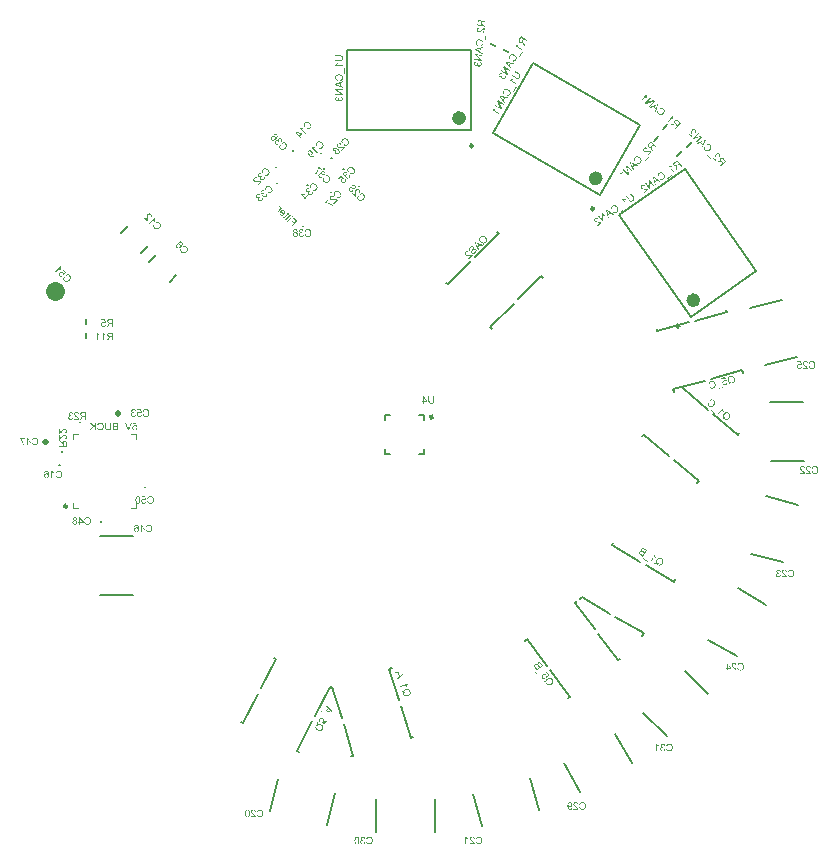
<source format=gbo>
G04 Layer_Color=32896*
%FSLAX44Y44*%
%MOMM*%
G71*
G01*
G75*
%ADD88C,0.1000*%
%ADD139C,0.2500*%
%ADD142C,0.1524*%
%ADD143C,0.2000*%
%ADD145C,0.1500*%
%ADD147C,0.5080*%
G04:AMPARAMS|DCode=152|XSize=0.1524mm|YSize=0.6048mm|CornerRadius=0mm|HoleSize=0mm|Usage=FLASHONLY|Rotation=315.000|XOffset=0mm|YOffset=0mm|HoleType=Round|Shape=Rectangle|*
%AMROTATEDRECTD152*
4,1,4,-0.2677,-0.1600,0.1600,0.2677,0.2677,0.1600,-0.1600,-0.2677,-0.2677,-0.1600,0.0*
%
%ADD152ROTATEDRECTD152*%

%ADD155R,0.1524X0.6048*%
%ADD254C,0.6000*%
%ADD255C,1.6002*%
G04:AMPARAMS|DCode=256|XSize=0.1524mm|YSize=0.6048mm|CornerRadius=0mm|HoleSize=0mm|Usage=FLASHONLY|Rotation=140.000|XOffset=0mm|YOffset=0mm|HoleType=Round|Shape=Rectangle|*
%AMROTATEDRECTD256*
4,1,4,0.2527,0.1827,-0.1360,-0.2806,-0.2527,-0.1827,0.1360,0.2806,0.2527,0.1827,0.0*
%
%ADD256ROTATEDRECTD256*%

G04:AMPARAMS|DCode=257|XSize=0.1524mm|YSize=0.6048mm|CornerRadius=0mm|HoleSize=0mm|Usage=FLASHONLY|Rotation=65.000|XOffset=0mm|YOffset=0mm|HoleType=Round|Shape=Rectangle|*
%AMROTATEDRECTD257*
4,1,4,0.2419,-0.1969,-0.3063,0.0587,-0.2419,0.1969,0.3063,-0.0587,0.2419,-0.1969,0.0*
%
%ADD257ROTATEDRECTD257*%

G36*
X934222Y328987D02*
X934472Y328941D01*
X934685Y328867D01*
X934870Y328793D01*
X934953Y328747D01*
X935017Y328710D01*
X935082Y328673D01*
X935128Y328636D01*
X935165Y328608D01*
X935193Y328590D01*
X935212Y328580D01*
X935221Y328571D01*
X935397Y328396D01*
X935535Y328201D01*
X935646Y327998D01*
X935739Y327794D01*
X935794Y327619D01*
X935822Y327545D01*
X935840Y327480D01*
X935850Y327425D01*
X935859Y327388D01*
X935868Y327360D01*
Y327351D01*
X935082Y327212D01*
X935045Y327415D01*
X934990Y327591D01*
X934925Y327739D01*
X934860Y327859D01*
X934796Y327952D01*
X934740Y328016D01*
X934703Y328063D01*
X934694Y328072D01*
X934574Y328164D01*
X934444Y328238D01*
X934324Y328284D01*
X934204Y328321D01*
X934093Y328340D01*
X934010Y328358D01*
X933936D01*
X933769Y328349D01*
X933621Y328312D01*
X933492Y328266D01*
X933381Y328220D01*
X933298Y328164D01*
X933233Y328118D01*
X933187Y328081D01*
X933178Y328072D01*
X933076Y327961D01*
X933002Y327841D01*
X932956Y327721D01*
X932919Y327610D01*
X932900Y327508D01*
X932882Y327434D01*
Y327379D01*
Y327369D01*
Y327360D01*
Y327258D01*
X932900Y327166D01*
X932946Y327009D01*
X933011Y326870D01*
X933085Y326750D01*
X933159Y326667D01*
X933224Y326602D01*
X933270Y326565D01*
X933279Y326556D01*
X933289D01*
X933446Y326472D01*
X933594Y326408D01*
X933751Y326362D01*
X933889Y326334D01*
X934010Y326315D01*
X934111Y326297D01*
X934232D01*
X934269Y326306D01*
X934315D01*
X934407Y325613D01*
X934287Y325640D01*
X934176Y325659D01*
X934084Y325677D01*
X934000Y325686D01*
X933936Y325696D01*
X933852D01*
X933658Y325677D01*
X933483Y325640D01*
X933326Y325585D01*
X933196Y325520D01*
X933094Y325455D01*
X933020Y325400D01*
X932974Y325363D01*
X932956Y325344D01*
X932835Y325206D01*
X932743Y325058D01*
X932678Y324910D01*
X932641Y324762D01*
X932614Y324642D01*
X932604Y324540D01*
X932595Y324503D01*
Y324475D01*
Y324457D01*
Y324448D01*
X932614Y324244D01*
X932660Y324059D01*
X932715Y323902D01*
X932789Y323763D01*
X932863Y323652D01*
X932919Y323569D01*
X932965Y323514D01*
X932983Y323495D01*
X933131Y323366D01*
X933289Y323273D01*
X933446Y323209D01*
X933594Y323162D01*
X933723Y323135D01*
X933825Y323125D01*
X933862Y323116D01*
X933917D01*
X934084Y323125D01*
X934241Y323162D01*
X934380Y323209D01*
X934491Y323264D01*
X934583Y323310D01*
X934657Y323357D01*
X934694Y323394D01*
X934712Y323403D01*
X934823Y323532D01*
X934916Y323680D01*
X934999Y323837D01*
X935064Y324004D01*
X935110Y324142D01*
X935128Y324207D01*
X935138Y324263D01*
X935147Y324309D01*
X935156Y324346D01*
X935165Y324364D01*
Y324374D01*
X935951Y324272D01*
X935933Y324124D01*
X935905Y323985D01*
X935822Y323727D01*
X935720Y323505D01*
X935665Y323412D01*
X935609Y323320D01*
X935554Y323236D01*
X935498Y323172D01*
X935452Y323107D01*
X935406Y323061D01*
X935378Y323024D01*
X935350Y322996D01*
X935332Y322978D01*
X935323Y322968D01*
X935212Y322885D01*
X935101Y322802D01*
X934990Y322737D01*
X934870Y322682D01*
X934638Y322589D01*
X934417Y322534D01*
X934315Y322515D01*
X934222Y322497D01*
X934139Y322487D01*
X934065Y322478D01*
X934010Y322469D01*
X933926D01*
X933751Y322478D01*
X933594Y322497D01*
X933437Y322524D01*
X933289Y322561D01*
X933150Y322608D01*
X933030Y322654D01*
X932909Y322709D01*
X932808Y322765D01*
X932706Y322811D01*
X932623Y322867D01*
X932549Y322913D01*
X932493Y322959D01*
X932447Y322996D01*
X932410Y323024D01*
X932392Y323042D01*
X932383Y323051D01*
X932271Y323162D01*
X932179Y323283D01*
X932096Y323403D01*
X932022Y323523D01*
X931966Y323634D01*
X931911Y323754D01*
X931837Y323976D01*
X931818Y324078D01*
X931800Y324170D01*
X931781Y324254D01*
X931772Y324327D01*
X931763Y324383D01*
Y324429D01*
Y324457D01*
Y324466D01*
X931772Y324688D01*
X931809Y324891D01*
X931865Y325067D01*
X931920Y325215D01*
X931976Y325335D01*
X932031Y325428D01*
X932068Y325483D01*
X932077Y325502D01*
X932207Y325640D01*
X932346Y325760D01*
X932493Y325853D01*
X932641Y325927D01*
X932771Y325982D01*
X932872Y326019D01*
X932909Y326029D01*
X932937Y326038D01*
X932956Y326047D01*
X932965D01*
X932808Y326130D01*
X932678Y326213D01*
X932567Y326306D01*
X932475Y326389D01*
X932401Y326463D01*
X932346Y326528D01*
X932318Y326565D01*
X932309Y326583D01*
X932235Y326713D01*
X932179Y326842D01*
X932133Y326972D01*
X932105Y327092D01*
X932087Y327194D01*
X932077Y327267D01*
Y327323D01*
Y327341D01*
X932087Y327499D01*
X932114Y327656D01*
X932151Y327794D01*
X932198Y327915D01*
X932244Y328016D01*
X932281Y328100D01*
X932309Y328146D01*
X932318Y328164D01*
X932410Y328303D01*
X932521Y328423D01*
X932632Y328525D01*
X932743Y328617D01*
X932835Y328682D01*
X932919Y328738D01*
X932974Y328765D01*
X932983Y328775D01*
X932993D01*
X933159Y328848D01*
X933326Y328904D01*
X933492Y328950D01*
X933640Y328978D01*
X933760Y328996D01*
X933862Y329006D01*
X934093D01*
X934222Y328987D01*
D02*
G37*
G36*
X1119971Y358280D02*
X1120267Y358234D01*
X1120526Y358179D01*
X1120646Y358142D01*
X1120757Y358105D01*
X1120859Y358068D01*
X1120951Y358031D01*
X1121025Y358003D01*
X1121099Y357975D01*
X1121145Y357948D01*
X1121182Y357929D01*
X1121210Y357920D01*
X1121219Y357911D01*
X1121469Y357753D01*
X1121682Y357569D01*
X1121866Y357384D01*
X1122024Y357199D01*
X1122144Y357032D01*
X1122190Y356958D01*
X1122227Y356894D01*
X1122264Y356847D01*
X1122282Y356810D01*
X1122292Y356783D01*
X1122301Y356773D01*
X1122430Y356487D01*
X1122523Y356191D01*
X1122588Y355895D01*
X1122634Y355627D01*
X1122652Y355507D01*
X1122662Y355387D01*
X1122671Y355294D01*
Y355202D01*
X1122680Y355137D01*
Y355081D01*
Y355045D01*
Y355035D01*
X1122662Y354702D01*
X1122625Y354379D01*
X1122578Y354092D01*
X1122541Y353954D01*
X1122514Y353833D01*
X1122486Y353722D01*
X1122449Y353621D01*
X1122421Y353528D01*
X1122403Y353454D01*
X1122375Y353399D01*
X1122366Y353353D01*
X1122347Y353325D01*
Y353316D01*
X1122208Y353038D01*
X1122051Y352789D01*
X1121885Y352576D01*
X1121802Y352493D01*
X1121728Y352410D01*
X1121654Y352336D01*
X1121580Y352271D01*
X1121515Y352215D01*
X1121460Y352178D01*
X1121423Y352141D01*
X1121386Y352114D01*
X1121367Y352104D01*
X1121358Y352095D01*
X1121228Y352021D01*
X1121099Y351956D01*
X1120822Y351855D01*
X1120544Y351781D01*
X1120276Y351735D01*
X1120147Y351716D01*
X1120036Y351698D01*
X1119934Y351688D01*
X1119851D01*
X1119777Y351679D01*
X1119675D01*
X1119490Y351688D01*
X1119315Y351707D01*
X1119148Y351725D01*
X1118991Y351762D01*
X1118843Y351809D01*
X1118704Y351855D01*
X1118575Y351901D01*
X1118455Y351956D01*
X1118353Y352003D01*
X1118251Y352049D01*
X1118177Y352095D01*
X1118103Y352141D01*
X1118057Y352178D01*
X1118011Y352197D01*
X1117992Y352215D01*
X1117983Y352225D01*
X1117854Y352336D01*
X1117743Y352446D01*
X1117641Y352576D01*
X1117539Y352705D01*
X1117373Y352964D01*
X1117244Y353223D01*
X1117188Y353343D01*
X1117142Y353454D01*
X1117105Y353556D01*
X1117077Y353639D01*
X1117049Y353713D01*
X1117031Y353769D01*
X1117022Y353806D01*
Y353815D01*
X1117872Y354027D01*
X1117909Y353880D01*
X1117955Y353741D01*
X1118002Y353611D01*
X1118048Y353491D01*
X1118103Y353380D01*
X1118159Y353288D01*
X1118224Y353195D01*
X1118279Y353112D01*
X1118325Y353038D01*
X1118381Y352983D01*
X1118427Y352927D01*
X1118464Y352881D01*
X1118501Y352853D01*
X1118529Y352826D01*
X1118538Y352816D01*
X1118547Y352807D01*
X1118640Y352733D01*
X1118741Y352678D01*
X1118945Y352576D01*
X1119139Y352502D01*
X1119333Y352456D01*
X1119500Y352419D01*
X1119564Y352410D01*
X1119629D01*
X1119684Y352400D01*
X1119749D01*
X1119962Y352410D01*
X1120165Y352446D01*
X1120350Y352493D01*
X1120517Y352548D01*
X1120646Y352604D01*
X1120701Y352631D01*
X1120748Y352650D01*
X1120785Y352668D01*
X1120812Y352687D01*
X1120831Y352696D01*
X1120840D01*
X1121016Y352826D01*
X1121164Y352964D01*
X1121293Y353121D01*
X1121395Y353269D01*
X1121478Y353399D01*
X1121534Y353510D01*
X1121552Y353556D01*
X1121571Y353584D01*
X1121580Y353602D01*
Y353611D01*
X1121654Y353852D01*
X1121709Y354092D01*
X1121755Y354333D01*
X1121783Y354554D01*
X1121792Y354656D01*
X1121802Y354749D01*
Y354832D01*
X1121811Y354897D01*
Y354952D01*
Y354998D01*
Y355026D01*
Y355035D01*
X1121802Y355276D01*
X1121783Y355498D01*
X1121746Y355701D01*
X1121709Y355886D01*
X1121682Y356043D01*
X1121663Y356108D01*
X1121645Y356163D01*
X1121635Y356209D01*
X1121626Y356237D01*
X1121617Y356256D01*
Y356265D01*
X1121524Y356478D01*
X1121423Y356672D01*
X1121312Y356829D01*
X1121191Y356968D01*
X1121090Y357079D01*
X1121006Y357152D01*
X1120942Y357199D01*
X1120933Y357217D01*
X1120923D01*
X1120729Y357337D01*
X1120517Y357430D01*
X1120313Y357495D01*
X1120119Y357532D01*
X1119943Y357559D01*
X1119869Y357569D01*
X1119805D01*
X1119758Y357578D01*
X1119684D01*
X1119453Y357569D01*
X1119241Y357532D01*
X1119065Y357476D01*
X1118908Y357421D01*
X1118788Y357356D01*
X1118695Y357310D01*
X1118640Y357273D01*
X1118621Y357254D01*
X1118473Y357116D01*
X1118335Y356958D01*
X1118224Y356792D01*
X1118131Y356625D01*
X1118057Y356478D01*
X1118029Y356404D01*
X1118011Y356348D01*
X1117992Y356302D01*
X1117974Y356265D01*
X1117965Y356246D01*
Y356237D01*
X1117133Y356431D01*
X1117188Y356598D01*
X1117244Y356746D01*
X1117318Y356884D01*
X1117382Y357023D01*
X1117456Y357143D01*
X1117539Y357254D01*
X1117613Y357365D01*
X1117687Y357458D01*
X1117761Y357532D01*
X1117826Y357606D01*
X1117891Y357670D01*
X1117937Y357716D01*
X1117983Y357763D01*
X1118020Y357790D01*
X1118039Y357800D01*
X1118048Y357809D01*
X1118177Y357892D01*
X1118307Y357975D01*
X1118436Y358040D01*
X1118575Y358096D01*
X1118852Y358179D01*
X1119102Y358234D01*
X1119222Y358262D01*
X1119324Y358271D01*
X1119426Y358280D01*
X1119509Y358290D01*
X1119574Y358299D01*
X1119666D01*
X1119971Y358280D01*
D02*
G37*
G36*
X1109477Y358206D02*
X1109625Y358188D01*
X1109773Y358160D01*
X1109903Y358123D01*
X1110152Y358022D01*
X1110263Y357975D01*
X1110356Y357920D01*
X1110448Y357855D01*
X1110522Y357809D01*
X1110596Y357753D01*
X1110651Y357707D01*
X1110698Y357670D01*
X1110725Y357643D01*
X1110744Y357624D01*
X1110753Y357615D01*
X1110855Y357504D01*
X1110938Y357374D01*
X1111021Y357254D01*
X1111086Y357125D01*
X1111142Y356986D01*
X1111188Y356857D01*
X1111252Y356616D01*
X1111280Y356496D01*
X1111299Y356394D01*
X1111308Y356293D01*
X1111317Y356209D01*
X1111326Y356145D01*
Y356098D01*
Y356062D01*
Y356052D01*
X1111317Y355877D01*
X1111299Y355719D01*
X1111280Y355562D01*
X1111243Y355414D01*
X1111197Y355285D01*
X1111151Y355155D01*
X1111105Y355045D01*
X1111049Y354943D01*
X1111003Y354850D01*
X1110957Y354767D01*
X1110910Y354702D01*
X1110864Y354638D01*
X1110827Y354591D01*
X1110809Y354564D01*
X1110790Y354545D01*
X1110781Y354536D01*
X1110679Y354434D01*
X1110568Y354351D01*
X1110457Y354268D01*
X1110337Y354203D01*
X1110226Y354148D01*
X1110115Y354101D01*
X1109903Y354037D01*
X1109810Y354009D01*
X1109718Y353991D01*
X1109644Y353981D01*
X1109570Y353972D01*
X1109514Y353963D01*
X1109440D01*
X1109265Y353972D01*
X1109098Y354000D01*
X1108950Y354037D01*
X1108812Y354083D01*
X1108710Y354120D01*
X1108627Y354157D01*
X1108571Y354185D01*
X1108553Y354194D01*
X1108405Y354286D01*
X1108275Y354388D01*
X1108164Y354490D01*
X1108072Y354582D01*
X1108007Y354675D01*
X1107952Y354739D01*
X1107915Y354786D01*
X1107906Y354804D01*
Y354730D01*
Y354684D01*
Y354656D01*
Y354647D01*
X1107915Y354462D01*
X1107924Y354286D01*
X1107943Y354129D01*
X1107961Y353981D01*
X1107989Y353861D01*
X1108007Y353769D01*
X1108017Y353732D01*
Y353704D01*
X1108026Y353695D01*
Y353685D01*
X1108072Y353519D01*
X1108118Y353371D01*
X1108164Y353242D01*
X1108211Y353131D01*
X1108248Y353047D01*
X1108285Y352983D01*
X1108303Y352937D01*
X1108312Y352927D01*
X1108386Y352826D01*
X1108460Y352742D01*
X1108534Y352668D01*
X1108608Y352604D01*
X1108664Y352548D01*
X1108719Y352511D01*
X1108756Y352493D01*
X1108765Y352483D01*
X1108867Y352428D01*
X1108978Y352391D01*
X1109080Y352363D01*
X1109181Y352345D01*
X1109265Y352336D01*
X1109329Y352326D01*
X1109394D01*
X1109542Y352336D01*
X1109681Y352363D01*
X1109801Y352400D01*
X1109903Y352446D01*
X1109977Y352483D01*
X1110041Y352520D01*
X1110078Y352548D01*
X1110088Y352557D01*
X1110180Y352659D01*
X1110254Y352779D01*
X1110319Y352909D01*
X1110365Y353038D01*
X1110402Y353149D01*
X1110430Y353251D01*
X1110439Y353288D01*
Y353306D01*
X1110448Y353325D01*
Y353334D01*
X1111206Y353269D01*
X1111151Y353001D01*
X1111077Y352770D01*
X1110984Y352567D01*
X1110892Y352400D01*
X1110799Y352271D01*
X1110753Y352215D01*
X1110716Y352169D01*
X1110688Y352141D01*
X1110661Y352114D01*
X1110651Y352104D01*
X1110642Y352095D01*
X1110550Y352021D01*
X1110448Y351956D01*
X1110245Y351855D01*
X1110041Y351781D01*
X1109847Y351735D01*
X1109671Y351698D01*
X1109597Y351688D01*
X1109533D01*
X1109486Y351679D01*
X1109413D01*
X1109154Y351698D01*
X1108923Y351735D01*
X1108710Y351799D01*
X1108534Y351873D01*
X1108460Y351901D01*
X1108386Y351938D01*
X1108331Y351975D01*
X1108275Y352003D01*
X1108238Y352021D01*
X1108211Y352040D01*
X1108192Y352058D01*
X1108183D01*
X1107998Y352215D01*
X1107832Y352391D01*
X1107702Y352576D01*
X1107591Y352752D01*
X1107499Y352909D01*
X1107462Y352983D01*
X1107434Y353038D01*
X1107415Y353094D01*
X1107397Y353131D01*
X1107388Y353149D01*
Y353158D01*
X1107342Y353297D01*
X1107295Y353454D01*
X1107231Y353769D01*
X1107184Y354101D01*
X1107157Y354416D01*
X1107138Y354554D01*
X1107129Y354693D01*
Y354813D01*
X1107120Y354915D01*
Y354998D01*
Y355063D01*
Y355109D01*
Y355118D01*
Y355331D01*
X1107129Y355535D01*
X1107147Y355719D01*
X1107166Y355895D01*
X1107184Y356052D01*
X1107203Y356200D01*
X1107231Y356339D01*
X1107258Y356459D01*
X1107286Y356561D01*
X1107305Y356653D01*
X1107332Y356736D01*
X1107351Y356801D01*
X1107369Y356847D01*
X1107388Y356884D01*
X1107397Y356903D01*
Y356912D01*
X1107508Y357134D01*
X1107628Y357328D01*
X1107767Y357495D01*
X1107887Y357633D01*
X1108007Y357735D01*
X1108100Y357809D01*
X1108137Y357837D01*
X1108164Y357855D01*
X1108174Y357874D01*
X1108183D01*
X1108377Y357985D01*
X1108571Y358068D01*
X1108765Y358133D01*
X1108941Y358170D01*
X1109098Y358197D01*
X1109163Y358206D01*
X1109209D01*
X1109255Y358216D01*
X1109320D01*
X1109477Y358206D01*
D02*
G37*
G36*
X929146Y328987D02*
X929378Y328950D01*
X929572Y328885D01*
X929738Y328821D01*
X929877Y328747D01*
X929932Y328719D01*
X929979Y328682D01*
X930016Y328664D01*
X930043Y328645D01*
X930053Y328627D01*
X930062D01*
X930228Y328479D01*
X930367Y328303D01*
X930487Y328127D01*
X930580Y327961D01*
X930654Y327804D01*
X930691Y327739D01*
X930709Y327674D01*
X930727Y327628D01*
X930746Y327591D01*
X930755Y327573D01*
Y327563D01*
X930792Y327425D01*
X930829Y327286D01*
X930885Y326981D01*
X930931Y326676D01*
X930959Y326389D01*
X930968Y326250D01*
X930977Y326130D01*
Y326019D01*
X930986Y325918D01*
Y325844D01*
Y325779D01*
Y325742D01*
Y325733D01*
X930977Y325409D01*
X930959Y325104D01*
X930931Y324827D01*
X930885Y324568D01*
X930838Y324327D01*
X930783Y324115D01*
X930727Y323921D01*
X930672Y323754D01*
X930617Y323606D01*
X930552Y323477D01*
X930506Y323366D01*
X930459Y323283D01*
X930413Y323209D01*
X930385Y323162D01*
X930367Y323135D01*
X930358Y323125D01*
X930256Y323014D01*
X930145Y322913D01*
X930025Y322820D01*
X929905Y322746D01*
X929784Y322682D01*
X929664Y322626D01*
X929544Y322589D01*
X929433Y322552D01*
X929322Y322524D01*
X929221Y322506D01*
X929128Y322487D01*
X929054Y322478D01*
X928989Y322469D01*
X928897D01*
X928647Y322487D01*
X928416Y322524D01*
X928222Y322589D01*
X928055Y322654D01*
X927917Y322719D01*
X927871Y322756D01*
X927824Y322783D01*
X927787Y322802D01*
X927760Y322820D01*
X927750Y322839D01*
X927741D01*
X927575Y322996D01*
X927436Y323162D01*
X927316Y323347D01*
X927223Y323514D01*
X927150Y323671D01*
X927113Y323736D01*
X927094Y323800D01*
X927076Y323847D01*
X927057Y323884D01*
X927048Y323902D01*
Y323911D01*
X927001Y324050D01*
X926965Y324189D01*
X926909Y324485D01*
X926863Y324790D01*
X926835Y325086D01*
X926826Y325215D01*
X926817Y325335D01*
Y325446D01*
X926807Y325548D01*
Y325622D01*
Y325686D01*
Y325723D01*
Y325733D01*
Y325908D01*
X926817Y326075D01*
Y326223D01*
X926826Y326371D01*
X926844Y326500D01*
X926854Y326630D01*
X926863Y326740D01*
X926881Y326842D01*
X926891Y326935D01*
X926909Y327018D01*
X926918Y327083D01*
X926928Y327138D01*
X926937Y327184D01*
X926946Y327212D01*
X926955Y327230D01*
Y327240D01*
X927011Y327443D01*
X927076Y327628D01*
X927150Y327785D01*
X927205Y327924D01*
X927270Y328044D01*
X927307Y328127D01*
X927344Y328174D01*
X927353Y328192D01*
X927455Y328331D01*
X927556Y328451D01*
X927667Y328553D01*
X927769Y328645D01*
X927861Y328710D01*
X927935Y328756D01*
X927982Y328784D01*
X927991Y328793D01*
X928000D01*
X928148Y328867D01*
X928305Y328913D01*
X928453Y328950D01*
X928592Y328978D01*
X928712Y328996D01*
X928814Y329006D01*
X928897D01*
X929146Y328987D01*
D02*
G37*
G36*
X968227Y467899D02*
X968543Y467030D01*
X963365Y462548D01*
X963059Y463391D01*
X964646Y464706D01*
X963729Y467226D01*
X961648Y467266D01*
X961320Y468169D01*
X968227Y467899D01*
D02*
G37*
G36*
X939631Y329070D02*
X939927Y329024D01*
X940186Y328969D01*
X940306Y328932D01*
X940417Y328895D01*
X940519Y328858D01*
X940611Y328821D01*
X940685Y328793D01*
X940759Y328765D01*
X940805Y328738D01*
X940842Y328719D01*
X940870Y328710D01*
X940879Y328701D01*
X941129Y328543D01*
X941341Y328358D01*
X941526Y328174D01*
X941684Y327989D01*
X941804Y327822D01*
X941850Y327748D01*
X941887Y327684D01*
X941924Y327637D01*
X941942Y327600D01*
X941952Y327573D01*
X941961Y327563D01*
X942090Y327277D01*
X942183Y326981D01*
X942247Y326685D01*
X942294Y326417D01*
X942312Y326297D01*
X942321Y326176D01*
X942331Y326084D01*
Y325992D01*
X942340Y325927D01*
Y325871D01*
Y325835D01*
Y325825D01*
X942321Y325492D01*
X942284Y325169D01*
X942238Y324882D01*
X942201Y324743D01*
X942174Y324623D01*
X942146Y324512D01*
X942109Y324411D01*
X942081Y324318D01*
X942063Y324244D01*
X942035Y324189D01*
X942026Y324142D01*
X942007Y324115D01*
Y324105D01*
X941869Y323828D01*
X941711Y323578D01*
X941545Y323366D01*
X941462Y323283D01*
X941388Y323200D01*
X941314Y323125D01*
X941240Y323061D01*
X941175Y323005D01*
X941120Y322968D01*
X941083Y322931D01*
X941046Y322904D01*
X941027Y322894D01*
X941018Y322885D01*
X940888Y322811D01*
X940759Y322746D01*
X940482Y322645D01*
X940204Y322571D01*
X939936Y322524D01*
X939807Y322506D01*
X939696Y322487D01*
X939594Y322478D01*
X939511D01*
X939437Y322469D01*
X939335D01*
X939150Y322478D01*
X938975Y322497D01*
X938808Y322515D01*
X938651Y322552D01*
X938503Y322598D01*
X938364Y322645D01*
X938235Y322691D01*
X938115Y322746D01*
X938013Y322793D01*
X937911Y322839D01*
X937837Y322885D01*
X937763Y322931D01*
X937717Y322968D01*
X937671Y322987D01*
X937653Y323005D01*
X937643Y323014D01*
X937514Y323125D01*
X937403Y323236D01*
X937301Y323366D01*
X937199Y323495D01*
X937033Y323754D01*
X936904Y324013D01*
X936848Y324133D01*
X936802Y324244D01*
X936765Y324346D01*
X936737Y324429D01*
X936709Y324503D01*
X936691Y324559D01*
X936682Y324595D01*
Y324605D01*
X937532Y324817D01*
X937569Y324669D01*
X937616Y324531D01*
X937662Y324401D01*
X937708Y324281D01*
X937763Y324170D01*
X937819Y324078D01*
X937884Y323985D01*
X937939Y323902D01*
X937985Y323828D01*
X938041Y323773D01*
X938087Y323717D01*
X938124Y323671D01*
X938161Y323643D01*
X938189Y323615D01*
X938198Y323606D01*
X938207Y323597D01*
X938300Y323523D01*
X938401Y323468D01*
X938605Y323366D01*
X938799Y323292D01*
X938993Y323246D01*
X939159Y323209D01*
X939224Y323200D01*
X939289D01*
X939344Y323190D01*
X939409D01*
X939622Y323200D01*
X939825Y323236D01*
X940010Y323283D01*
X940176Y323338D01*
X940306Y323394D01*
X940361Y323421D01*
X940408Y323440D01*
X940445Y323458D01*
X940472Y323477D01*
X940491Y323486D01*
X940500D01*
X940676Y323615D01*
X940824Y323754D01*
X940953Y323911D01*
X941055Y324059D01*
X941138Y324189D01*
X941193Y324300D01*
X941212Y324346D01*
X941230Y324374D01*
X941240Y324392D01*
Y324401D01*
X941314Y324642D01*
X941369Y324882D01*
X941415Y325122D01*
X941443Y325344D01*
X941452Y325446D01*
X941462Y325539D01*
Y325622D01*
X941471Y325686D01*
Y325742D01*
Y325788D01*
Y325816D01*
Y325825D01*
X941462Y326066D01*
X941443Y326287D01*
X941406Y326491D01*
X941369Y326676D01*
X941341Y326833D01*
X941323Y326898D01*
X941304Y326953D01*
X941295Y326999D01*
X941286Y327027D01*
X941277Y327046D01*
Y327055D01*
X941184Y327267D01*
X941083Y327462D01*
X940972Y327619D01*
X940852Y327757D01*
X940750Y327868D01*
X940667Y327942D01*
X940602Y327989D01*
X940593Y328007D01*
X940583D01*
X940389Y328127D01*
X940176Y328220D01*
X939973Y328284D01*
X939779Y328321D01*
X939603Y328349D01*
X939529Y328358D01*
X939465D01*
X939418Y328368D01*
X939344D01*
X939113Y328358D01*
X938901Y328321D01*
X938725Y328266D01*
X938568Y328211D01*
X938448Y328146D01*
X938355Y328100D01*
X938300Y328063D01*
X938281Y328044D01*
X938133Y327906D01*
X937995Y327748D01*
X937884Y327582D01*
X937791Y327415D01*
X937717Y327267D01*
X937690Y327194D01*
X937671Y327138D01*
X937653Y327092D01*
X937634Y327055D01*
X937625Y327036D01*
Y327027D01*
X936793Y327221D01*
X936848Y327388D01*
X936904Y327536D01*
X936978Y327674D01*
X937042Y327813D01*
X937116Y327933D01*
X937199Y328044D01*
X937273Y328155D01*
X937347Y328248D01*
X937421Y328321D01*
X937486Y328396D01*
X937551Y328460D01*
X937597Y328506D01*
X937643Y328553D01*
X937680Y328580D01*
X937699Y328590D01*
X937708Y328599D01*
X937837Y328682D01*
X937967Y328765D01*
X938096Y328830D01*
X938235Y328885D01*
X938512Y328969D01*
X938762Y329024D01*
X938882Y329052D01*
X938984Y329061D01*
X939085Y329070D01*
X939169Y329080D01*
X939233Y329089D01*
X939326D01*
X939631Y329070D01*
D02*
G37*
G36*
X963973Y457338D02*
X963443Y457145D01*
X961663Y462037D01*
X962193Y462229D01*
X963973Y457338D01*
D02*
G37*
G36*
X971839Y458056D02*
X971722Y457915D01*
X971618Y457769D01*
X971520Y457606D01*
X971437Y457457D01*
X971370Y457315D01*
X971312Y457205D01*
X971299Y457161D01*
X971282Y457125D01*
X971276Y457113D01*
X971271Y457102D01*
X971190Y456866D01*
X971117Y456632D01*
X971059Y456414D01*
X971026Y456206D01*
X970993Y456026D01*
X970981Y455953D01*
X970974Y455891D01*
X970963Y455839D01*
X970967Y455801D01*
X970956Y455777D01*
X970959Y455768D01*
X970247Y455509D01*
X970252Y455658D01*
X970265Y455811D01*
X970278Y455963D01*
X970295Y456107D01*
X970309Y456230D01*
X970321Y456333D01*
X970337Y456398D01*
X970342Y456409D01*
X970339Y456418D01*
X970378Y456609D01*
X970423Y456783D01*
X970465Y456936D01*
X970509Y457060D01*
X970538Y457169D01*
X970571Y457240D01*
X970590Y457297D01*
X970595Y457308D01*
X965895Y455598D01*
X965627Y456336D01*
X971665Y458534D01*
X971839Y458056D01*
D02*
G37*
G36*
X971510Y454119D02*
X971569Y454121D01*
X971610Y454116D01*
X971642Y454108D01*
X971651Y454111D01*
X971954Y454064D01*
X972240Y453981D01*
X972494Y453877D01*
X972707Y453777D01*
X972883Y453674D01*
X972960Y453624D01*
X973022Y453587D01*
X973067Y453545D01*
X973106Y453519D01*
X973121Y453505D01*
X973133Y453499D01*
X973250Y453394D01*
X973358Y453286D01*
X973554Y453072D01*
X973718Y452837D01*
X973844Y452627D01*
X973900Y452529D01*
X973955Y452431D01*
X973992Y452356D01*
X974020Y452278D01*
X974051Y452220D01*
X974067Y452177D01*
X974077Y452151D01*
X974080Y452142D01*
X974137Y451986D01*
X974173Y451832D01*
X974231Y451538D01*
X974262Y451264D01*
X974268Y451138D01*
X974274Y451012D01*
X974274Y450904D01*
X974271Y450805D01*
X974262Y450723D01*
X974258Y450652D01*
X974251Y450591D01*
X974246Y450550D01*
X974247Y450520D01*
X974241Y450508D01*
X974170Y450217D01*
X974061Y449951D01*
X973944Y449702D01*
X973821Y449500D01*
X973701Y449318D01*
X973647Y449249D01*
X973599Y449192D01*
X973559Y449138D01*
X973531Y449109D01*
X973508Y449090D01*
X973502Y449078D01*
X973269Y448856D01*
X973014Y448664D01*
X972766Y448506D01*
X972530Y448371D01*
X972424Y448312D01*
X972322Y448265D01*
X972230Y448222D01*
X972152Y448193D01*
X972094Y448163D01*
X972051Y448147D01*
X972016Y448134D01*
X972007Y448131D01*
X971680Y448031D01*
X971363Y447955D01*
X971202Y447936D01*
X971063Y447915D01*
X970928Y447906D01*
X970803Y447899D01*
X970689Y447887D01*
X970581Y447887D01*
X970490Y447893D01*
X970411Y447894D01*
X970353Y447893D01*
X970312Y447897D01*
X970279Y447905D01*
X970270Y447902D01*
X969965Y447958D01*
X969687Y448044D01*
X969436Y448140D01*
X969220Y448248D01*
X969044Y448351D01*
X968970Y448393D01*
X968904Y448438D01*
X968863Y448472D01*
X968824Y448497D01*
X968809Y448512D01*
X968797Y448517D01*
X968680Y448622D01*
X968575Y448722D01*
X968385Y448947D01*
X968223Y449174D01*
X968098Y449384D01*
X968042Y449482D01*
X967990Y449571D01*
X967950Y449655D01*
X967925Y449725D01*
X967894Y449782D01*
X967878Y449826D01*
X967868Y449852D01*
X967865Y449860D01*
X967820Y450011D01*
X967775Y450162D01*
X967718Y450456D01*
X967687Y450730D01*
X967680Y450856D01*
X967677Y450973D01*
X967677Y451081D01*
X967672Y451177D01*
X967681Y451259D01*
X967682Y451338D01*
X967692Y451391D01*
X967693Y451441D01*
X967705Y451465D01*
X967701Y451473D01*
X967439Y451653D01*
X967197Y451831D01*
X966997Y452004D01*
X966823Y452157D01*
X966748Y452228D01*
X966685Y452294D01*
X966625Y452351D01*
X966576Y452402D01*
X966540Y452448D01*
X966510Y452476D01*
X966495Y452490D01*
X966492Y452499D01*
X966954Y452933D01*
X967095Y452788D01*
X967240Y452634D01*
X967399Y452495D01*
X967551Y452373D01*
X967677Y452271D01*
X967734Y452223D01*
X967784Y452192D01*
X967826Y452158D01*
X967853Y452138D01*
X967877Y452127D01*
X967880Y452119D01*
X967997Y452338D01*
X968120Y452541D01*
X968249Y452725D01*
X968380Y452881D01*
X968493Y453001D01*
X968544Y453050D01*
X968587Y453094D01*
X968616Y453125D01*
X968644Y453154D01*
X968658Y453170D01*
X968667Y453173D01*
X968864Y453333D01*
X969080Y453471D01*
X969290Y453596D01*
X969489Y453698D01*
X969573Y453739D01*
X969657Y453779D01*
X969735Y453807D01*
X969801Y453841D01*
X969853Y453860D01*
X969888Y453873D01*
X969914Y453882D01*
X969923Y453886D01*
X970250Y453985D01*
X970567Y454061D01*
X970716Y454086D01*
X970859Y454098D01*
X970993Y454108D01*
X971115Y454123D01*
X971232Y454126D01*
X971340Y454126D01*
X971428Y454128D01*
X971510Y454119D01*
D02*
G37*
G36*
X926054Y880778D02*
X926185Y880765D01*
X926309Y880732D01*
X926427Y880693D01*
X926643Y880595D01*
X926839Y880477D01*
X926924Y880431D01*
X926996Y880372D01*
X927061Y880320D01*
X927120Y880274D01*
X927166Y880242D01*
X927198Y880209D01*
X927218Y880189D01*
X927225Y880183D01*
X927323Y880072D01*
X927421Y879960D01*
X927564Y879738D01*
X927623Y879627D01*
X927676Y879522D01*
X927715Y879418D01*
X927747Y879320D01*
X927767Y879235D01*
X927787Y879150D01*
X927806Y879078D01*
X927813Y879019D01*
X927819Y878973D01*
Y878934D01*
X927826Y878914D01*
Y878901D01*
X927819Y878777D01*
X927813Y878653D01*
X927787Y878535D01*
X927754Y878424D01*
X927682Y878222D01*
X927591Y878052D01*
X927506Y877914D01*
X927460Y877855D01*
X927427Y877810D01*
X927394Y877764D01*
X927368Y877738D01*
X927355Y877725D01*
X927349Y877718D01*
X927225Y877607D01*
X927094Y877515D01*
X926970Y877444D01*
X926852Y877391D01*
X926760Y877352D01*
X926682Y877326D01*
X926636Y877319D01*
X926617Y877313D01*
X926466Y877306D01*
X926316Y877313D01*
X926165Y877332D01*
X926028Y877365D01*
X925910Y877404D01*
X925825Y877437D01*
X925786Y877450D01*
X925760Y877463D01*
X925747D01*
X925740Y877470D01*
X925845Y877274D01*
X925910Y877091D01*
X925950Y876908D01*
X925976Y876751D01*
X925982Y876613D01*
Y876509D01*
X925976Y876450D01*
X925982Y876430D01*
X925976Y876424D01*
X925930Y876234D01*
X925865Y876051D01*
X925786Y875894D01*
X925695Y875750D01*
X925603Y875633D01*
X925564Y875580D01*
X925525Y875541D01*
X925505Y875508D01*
X925479Y875482D01*
X925466Y875469D01*
X925459Y875463D01*
X925348Y875365D01*
X925230Y875273D01*
X925113Y875195D01*
X924989Y875123D01*
X924760Y875025D01*
X924649Y874979D01*
X924544Y874953D01*
X924439Y874927D01*
X924354Y874907D01*
X924269Y874900D01*
X924204Y874887D01*
X924145Y874881D01*
X924067D01*
X923916Y874887D01*
X923773Y874913D01*
X923629Y874953D01*
X923492Y874998D01*
X923374Y875051D01*
X923250Y875110D01*
X923027Y875240D01*
X922929Y875299D01*
X922844Y875358D01*
X922772Y875417D01*
X922707Y875469D01*
X922655Y875508D01*
X922622Y875541D01*
X922596Y875567D01*
X922589Y875574D01*
X922472Y875704D01*
X922374Y875829D01*
X922282Y875959D01*
X922197Y876084D01*
X922138Y876208D01*
X922079Y876332D01*
X922027Y876450D01*
X921994Y876561D01*
X921968Y876666D01*
X921942Y876757D01*
X921929Y876836D01*
X921916Y876914D01*
X921903Y876966D01*
Y877005D01*
Y877032D01*
Y877045D01*
X921909Y877195D01*
X921923Y877339D01*
X921949Y877470D01*
X921988Y877600D01*
X922020Y877725D01*
X922073Y877842D01*
X922177Y878038D01*
X922230Y878130D01*
X922282Y878208D01*
X922334Y878274D01*
X922374Y878326D01*
X922406Y878372D01*
X922439Y878405D01*
X922459Y878424D01*
X922465Y878431D01*
X922622Y878575D01*
X922785Y878686D01*
X922949Y878771D01*
X923093Y878836D01*
X923217Y878882D01*
X923322Y878908D01*
X923387Y878921D01*
X923400D01*
X923407Y878928D01*
X923603Y878941D01*
X923792Y878934D01*
X923969Y878901D01*
X924132Y878869D01*
X924269Y878823D01*
X924381Y878777D01*
X924420Y878764D01*
X924446Y878751D01*
X924466Y878745D01*
X924472Y878738D01*
X924407Y878908D01*
X924368Y879065D01*
X924341Y879209D01*
X924328Y879340D01*
Y879444D01*
Y879522D01*
Y879575D01*
X924335Y879594D01*
X924368Y879745D01*
X924420Y879876D01*
X924479Y880000D01*
X924551Y880111D01*
X924609Y880196D01*
X924662Y880261D01*
X924701Y880301D01*
X924707Y880307D01*
X924714Y880314D01*
X924812Y880399D01*
X924904Y880477D01*
X925113Y880595D01*
X925315Y880680D01*
X925505Y880739D01*
X925668Y880771D01*
X925740Y880778D01*
X925806Y880791D01*
X925923D01*
X926054Y880778D01*
D02*
G37*
G36*
X1114350Y358206D02*
X1114507Y358197D01*
X1114655Y358170D01*
X1114793Y358142D01*
X1114923Y358105D01*
X1115043Y358068D01*
X1115154Y358022D01*
X1115256Y357975D01*
X1115348Y357929D01*
X1115422Y357883D01*
X1115487Y357846D01*
X1115542Y357809D01*
X1115589Y357781D01*
X1115616Y357753D01*
X1115635Y357744D01*
X1115644Y357735D01*
X1115737Y357643D01*
X1115820Y357541D01*
X1115903Y357430D01*
X1115968Y357319D01*
X1116079Y357097D01*
X1116153Y356875D01*
X1116180Y356773D01*
X1116208Y356672D01*
X1116227Y356589D01*
X1116245Y356515D01*
X1116254Y356450D01*
Y356404D01*
X1116264Y356376D01*
Y356367D01*
X1115459Y356283D01*
X1115441Y356496D01*
X1115404Y356681D01*
X1115348Y356847D01*
X1115284Y356977D01*
X1115228Y357088D01*
X1115173Y357162D01*
X1115136Y357208D01*
X1115117Y357226D01*
X1114978Y357337D01*
X1114830Y357421D01*
X1114673Y357485D01*
X1114535Y357522D01*
X1114405Y357550D01*
X1114294Y357559D01*
X1114257Y357569D01*
X1114202D01*
X1114008Y357559D01*
X1113832Y357522D01*
X1113684Y357467D01*
X1113555Y357411D01*
X1113453Y357347D01*
X1113388Y357300D01*
X1113342Y357263D01*
X1113324Y357245D01*
X1113213Y357116D01*
X1113129Y356986D01*
X1113065Y356857D01*
X1113028Y356727D01*
X1113000Y356625D01*
X1112991Y356533D01*
X1112981Y356478D01*
Y356468D01*
Y356459D01*
X1113000Y356293D01*
X1113037Y356117D01*
X1113102Y355960D01*
X1113166Y355812D01*
X1113240Y355692D01*
X1113305Y355590D01*
X1113324Y355553D01*
X1113342Y355525D01*
X1113360Y355516D01*
Y355507D01*
X1113434Y355405D01*
X1113527Y355303D01*
X1113629Y355192D01*
X1113739Y355081D01*
X1113971Y354860D01*
X1114202Y354638D01*
X1114322Y354536D01*
X1114424Y354444D01*
X1114525Y354360D01*
X1114609Y354286D01*
X1114673Y354231D01*
X1114729Y354185D01*
X1114766Y354157D01*
X1114775Y354148D01*
X1115006Y353954D01*
X1115219Y353769D01*
X1115395Y353602D01*
X1115533Y353464D01*
X1115653Y353343D01*
X1115737Y353260D01*
X1115783Y353205D01*
X1115801Y353195D01*
Y353186D01*
X1115931Y353029D01*
X1116032Y352881D01*
X1116125Y352733D01*
X1116199Y352604D01*
X1116254Y352493D01*
X1116291Y352410D01*
X1116310Y352354D01*
X1116319Y352345D01*
Y352336D01*
X1116356Y352234D01*
X1116375Y352141D01*
X1116393Y352049D01*
X1116402Y351966D01*
X1116412Y351892D01*
Y351836D01*
Y351799D01*
Y351790D01*
X1112168D01*
Y352548D01*
X1115321D01*
X1115210Y352705D01*
X1115154Y352770D01*
X1115108Y352835D01*
X1115062Y352890D01*
X1115025Y352927D01*
X1114997Y352955D01*
X1114988Y352964D01*
X1114941Y353010D01*
X1114886Y353057D01*
X1114756Y353177D01*
X1114609Y353316D01*
X1114451Y353454D01*
X1114304Y353574D01*
X1114239Y353630D01*
X1114183Y353685D01*
X1114137Y353722D01*
X1114100Y353750D01*
X1114082Y353769D01*
X1114072Y353778D01*
X1113924Y353907D01*
X1113776Y354027D01*
X1113647Y354148D01*
X1113527Y354249D01*
X1113416Y354351D01*
X1113324Y354444D01*
X1113231Y354527D01*
X1113157Y354601D01*
X1113083Y354675D01*
X1113028Y354730D01*
X1112981Y354776D01*
X1112935Y354823D01*
X1112889Y354878D01*
X1112870Y354897D01*
X1112741Y355054D01*
X1112630Y355192D01*
X1112538Y355331D01*
X1112464Y355442D01*
X1112408Y355544D01*
X1112371Y355618D01*
X1112353Y355664D01*
X1112343Y355682D01*
X1112288Y355821D01*
X1112251Y355960D01*
X1112214Y356089D01*
X1112196Y356200D01*
X1112186Y356302D01*
X1112177Y356376D01*
Y356422D01*
Y356441D01*
X1112186Y356579D01*
X1112205Y356709D01*
X1112223Y356838D01*
X1112260Y356949D01*
X1112353Y357171D01*
X1112445Y357347D01*
X1112501Y357430D01*
X1112547Y357495D01*
X1112593Y357559D01*
X1112639Y357606D01*
X1112676Y357643D01*
X1112695Y357679D01*
X1112713Y357689D01*
X1112722Y357698D01*
X1112824Y357790D01*
X1112935Y357874D01*
X1113055Y357938D01*
X1113176Y357994D01*
X1113416Y358086D01*
X1113656Y358151D01*
X1113758Y358170D01*
X1113860Y358188D01*
X1113952Y358197D01*
X1114026Y358206D01*
X1114091Y358216D01*
X1114183D01*
X1114350Y358206D01*
D02*
G37*
G36*
X933128Y873678D02*
X933148Y873671D01*
X933161D01*
X933311Y873639D01*
X933461Y873606D01*
X933599Y873560D01*
X933736Y873501D01*
X933991Y873364D01*
X934207Y873227D01*
X934311Y873161D01*
X934390Y873096D01*
X934468Y873031D01*
X934533Y872978D01*
X934586Y872939D01*
X934619Y872906D01*
X934645Y872880D01*
X934651Y872874D01*
X934854Y872645D01*
X935030Y872403D01*
X935174Y872181D01*
X935233Y872070D01*
X935285Y871965D01*
X935331Y871867D01*
X935370Y871775D01*
X935403Y871703D01*
X935436Y871632D01*
X935449Y871579D01*
X935462Y871540D01*
X935475Y871514D01*
Y871501D01*
X935540Y871213D01*
X935560Y870932D01*
Y870671D01*
X935540Y870429D01*
X935508Y870226D01*
X935488Y870141D01*
X935468Y870069D01*
X935462Y870010D01*
X935449Y869971D01*
X935436Y869945D01*
Y869932D01*
X935325Y869638D01*
X935181Y869363D01*
X935017Y869108D01*
X934860Y868886D01*
X934789Y868788D01*
X934710Y868696D01*
X934651Y868624D01*
X934586Y868559D01*
X934547Y868507D01*
X934507Y868467D01*
X934481Y868441D01*
X934475Y868435D01*
X934226Y868212D01*
X933971Y868010D01*
X933736Y867840D01*
X933612Y867768D01*
X933507Y867702D01*
X933409Y867644D01*
X933311Y867598D01*
X933226Y867552D01*
X933161Y867513D01*
X933102Y867493D01*
X933063Y867467D01*
X933030Y867461D01*
X933023Y867454D01*
X932729Y867356D01*
X932441Y867291D01*
X932173Y867258D01*
X932056D01*
X931945Y867251D01*
X931840D01*
X931742Y867258D01*
X931657Y867264D01*
X931592Y867278D01*
X931539D01*
X931494Y867284D01*
X931474Y867291D01*
X931461D01*
X931317Y867330D01*
X931180Y867376D01*
X930912Y867500D01*
X930663Y867644D01*
X930441Y867801D01*
X930336Y867879D01*
X930245Y867944D01*
X930166Y868010D01*
X930108Y868069D01*
X930049Y868114D01*
X930010Y868154D01*
X929983Y868180D01*
X929977Y868186D01*
X929853Y868324D01*
X929742Y868461D01*
X929637Y868592D01*
X929552Y868729D01*
X929480Y868866D01*
X929415Y868997D01*
X929356Y869121D01*
X929310Y869245D01*
X929271Y869350D01*
X929231Y869455D01*
X929212Y869540D01*
X929192Y869624D01*
X929186Y869683D01*
X929166Y869729D01*
Y869755D01*
Y869768D01*
X929153Y869938D01*
Y870095D01*
X929173Y870259D01*
X929192Y870422D01*
X929258Y870723D01*
X929349Y870997D01*
X929395Y871122D01*
X929441Y871233D01*
X929486Y871331D01*
X929526Y871409D01*
X929558Y871481D01*
X929585Y871534D01*
X929604Y871566D01*
X929611Y871573D01*
X930362Y871122D01*
X930284Y870991D01*
X930219Y870860D01*
X930160Y870736D01*
X930108Y870618D01*
X930068Y870501D01*
X930042Y870396D01*
X930023Y870285D01*
X930003Y870187D01*
X929983Y870102D01*
Y870023D01*
X929977Y869951D01*
X929970Y869893D01*
X929977Y869847D01*
Y869808D01*
Y869794D01*
Y869781D01*
X929990Y869664D01*
X930023Y869553D01*
X930095Y869337D01*
X930180Y869147D01*
X930284Y868977D01*
X930376Y868833D01*
X930415Y868781D01*
X930461Y868735D01*
X930493Y868690D01*
X930519Y868663D01*
X930533Y868651D01*
X930539Y868644D01*
X930696Y868500D01*
X930866Y868382D01*
X931029Y868284D01*
X931186Y868206D01*
X931317Y868154D01*
X931376Y868134D01*
X931422Y868114D01*
X931461Y868101D01*
X931494Y868095D01*
X931513Y868088D01*
X931520Y868082D01*
X931735Y868049D01*
X931938Y868043D01*
X932141Y868062D01*
X932317Y868095D01*
X932468Y868127D01*
X932585Y868167D01*
X932631Y868186D01*
X932664Y868193D01*
X932683Y868199D01*
X932690Y868206D01*
X932912Y868324D01*
X933121Y868454D01*
X933324Y868592D01*
X933501Y868729D01*
X933579Y868794D01*
X933651Y868853D01*
X933710Y868912D01*
X933762Y868951D01*
X933801Y868990D01*
X933834Y869023D01*
X933854Y869043D01*
X933860Y869049D01*
X934024Y869226D01*
X934167Y869396D01*
X934285Y869566D01*
X934390Y869723D01*
X934481Y869853D01*
X934514Y869912D01*
X934540Y869965D01*
X934566Y870004D01*
X934579Y870030D01*
X934586Y870050D01*
X934592Y870056D01*
X934677Y870272D01*
X934743Y870481D01*
X934775Y870671D01*
X934789Y870854D01*
X934795Y871004D01*
X934789Y871115D01*
X934775Y871194D01*
X934782Y871213D01*
X934775Y871220D01*
X934723Y871442D01*
X934638Y871658D01*
X934540Y871847D01*
X934429Y872011D01*
X934324Y872155D01*
X934279Y872213D01*
X934233Y872259D01*
X934207Y872298D01*
X934181Y872325D01*
X934161Y872344D01*
X934154Y872351D01*
X933984Y872508D01*
X933808Y872632D01*
X933644Y872717D01*
X933494Y872789D01*
X933363Y872828D01*
X933265Y872861D01*
X933200Y872874D01*
X933174D01*
X932971Y872880D01*
X932762Y872867D01*
X932566Y872828D01*
X932383Y872776D01*
X932226Y872723D01*
X932154Y872691D01*
X932102Y872664D01*
X932056Y872645D01*
X932017Y872632D01*
X931997Y872625D01*
X931990Y872619D01*
X931539Y873344D01*
X931696Y873423D01*
X931840Y873488D01*
X931990Y873534D01*
X932134Y873586D01*
X932271Y873619D01*
X932409Y873639D01*
X932540Y873665D01*
X932657Y873678D01*
X932762D01*
X932860Y873684D01*
X933082D01*
X933128Y873678D01*
D02*
G37*
G36*
X929304Y877359D02*
X929316D01*
X929454Y877352D01*
X929591Y877332D01*
X929722Y877293D01*
X929846Y877247D01*
X930081Y877143D01*
X930297Y877019D01*
X930382Y876960D01*
X930467Y876901D01*
X930539Y876842D01*
X930598Y876796D01*
X930650Y876757D01*
X930689Y876718D01*
X930709Y876698D01*
X930716Y876692D01*
X930827Y876568D01*
X930931Y876450D01*
X931016Y876326D01*
X931095Y876208D01*
X931160Y876090D01*
X931219Y875979D01*
X931265Y875868D01*
X931304Y875763D01*
X931337Y875665D01*
X931356Y875580D01*
X931376Y875508D01*
X931389Y875443D01*
X931402Y875391D01*
Y875351D01*
X931409Y875332D01*
Y875319D01*
Y875188D01*
X931395Y875057D01*
X931376Y874920D01*
X931343Y874796D01*
X931265Y874560D01*
X931160Y874351D01*
X931108Y874260D01*
X931056Y874168D01*
X931010Y874096D01*
X930971Y874031D01*
X930931Y873979D01*
X930899Y873946D01*
X930885Y873920D01*
X930879Y873913D01*
X930251Y874423D01*
X930389Y874587D01*
X930493Y874743D01*
X930572Y874900D01*
X930618Y875038D01*
X930657Y875155D01*
X930670Y875247D01*
X930676Y875306D01*
Y875332D01*
X930657Y875508D01*
X930611Y875672D01*
X930546Y875829D01*
X930474Y875953D01*
X930402Y876064D01*
X930330Y876149D01*
X930310Y876182D01*
X930291Y876201D01*
X930277Y876215D01*
X930271Y876221D01*
X930127Y876352D01*
X929977Y876450D01*
X929833Y876515D01*
X929702Y876568D01*
X929585Y876594D01*
X929506Y876607D01*
X929447Y876613D01*
X929421D01*
X929251Y876600D01*
X929101Y876568D01*
X928963Y876522D01*
X928846Y876456D01*
X928754Y876404D01*
X928682Y876345D01*
X928637Y876312D01*
X928630Y876306D01*
X928624Y876300D01*
X928519Y876169D01*
X928421Y876018D01*
X928355Y875861D01*
X928297Y875711D01*
X928264Y875574D01*
X928238Y875456D01*
X928225Y875417D01*
X928218Y875384D01*
X928225Y875365D01*
X928218Y875358D01*
X928199Y875234D01*
X928192Y875097D01*
X928186Y874946D01*
Y874789D01*
X928192Y874469D01*
X928199Y874149D01*
X928212Y873992D01*
X928218Y873854D01*
X928231Y873724D01*
X928238Y873613D01*
X928244Y873528D01*
X928251Y873456D01*
X928257Y873410D01*
Y873397D01*
X928284Y873096D01*
X928303Y872815D01*
X928310Y872573D01*
Y872377D01*
Y872207D01*
Y872089D01*
X928303Y872017D01*
X928310Y871998D01*
X928303Y871991D01*
X928284Y871788D01*
X928251Y871612D01*
X928212Y871442D01*
X928172Y871298D01*
X928133Y871180D01*
X928101Y871096D01*
X928074Y871043D01*
Y871030D01*
X928068Y871024D01*
X928022Y870926D01*
X927970Y870847D01*
X927917Y870769D01*
X927865Y870703D01*
X927819Y870644D01*
X927780Y870605D01*
X927754Y870579D01*
X927747Y870573D01*
X924747Y873573D01*
X925283Y874109D01*
X927512Y871880D01*
X927545Y872070D01*
X927551Y872155D01*
X927564Y872233D01*
X927571Y872305D01*
Y872357D01*
Y872396D01*
Y872410D01*
Y872475D01*
X927564Y872547D01*
X927558Y872723D01*
X927551Y872926D01*
X927538Y873135D01*
X927519Y873325D01*
X927512Y873410D01*
Y873488D01*
X927506Y873547D01*
X927499Y873593D01*
Y873619D01*
Y873632D01*
X927486Y873828D01*
X927466Y874018D01*
X927460Y874194D01*
X927447Y874351D01*
X927440Y874502D01*
Y874632D01*
X927434Y874757D01*
Y874861D01*
Y874966D01*
Y875044D01*
Y875110D01*
Y875175D01*
X927440Y875247D01*
Y875273D01*
X927460Y875476D01*
X927479Y875652D01*
X927512Y875816D01*
X927538Y875946D01*
X927571Y876058D01*
X927597Y876136D01*
X927617Y876182D01*
X927623Y876201D01*
X927682Y876339D01*
X927754Y876463D01*
X927819Y876581D01*
X927885Y876672D01*
X927950Y876751D01*
X927996Y876809D01*
X928029Y876842D01*
X928042Y876855D01*
X928146Y876947D01*
X928251Y877025D01*
X928355Y877104D01*
X928460Y877156D01*
X928682Y877247D01*
X928872Y877306D01*
X928970Y877326D01*
X929048Y877339D01*
X929127Y877352D01*
X929245D01*
X929284Y877365D01*
X929304Y877359D01*
D02*
G37*
G36*
X887833Y878003D02*
X888056Y877938D01*
X888265Y877859D01*
X888428Y877774D01*
X888500Y877742D01*
X888559Y877709D01*
X888605Y877676D01*
X888638Y877657D01*
X888664Y877644D01*
X888670Y877637D01*
X888213Y876983D01*
X888043Y877101D01*
X887879Y877186D01*
X887729Y877245D01*
X887598Y877284D01*
X887487Y877304D01*
X887402Y877310D01*
X887343Y877317D01*
X887330D01*
X887180Y877297D01*
X887036Y877258D01*
X886918Y877206D01*
X886807Y877147D01*
X886715Y877081D01*
X886644Y877036D01*
X886604Y876996D01*
X886598Y876990D01*
X886591Y876983D01*
X886480Y876859D01*
X886402Y876728D01*
X886343Y876604D01*
X886297Y876493D01*
X886277Y876395D01*
X886264Y876317D01*
X886258Y876258D01*
Y876245D01*
X886264Y876094D01*
X886297Y875957D01*
X886349Y875839D01*
X886402Y875735D01*
X886460Y875650D01*
X886500Y875584D01*
X886539Y875545D01*
X886545Y875538D01*
X886552Y875532D01*
X886624Y875460D01*
X886702Y875408D01*
X886846Y875329D01*
X886990Y875277D01*
X887127Y875244D01*
X887238Y875238D01*
X887330D01*
X887389Y875244D01*
X887402D01*
X887409Y875251D01*
X887579Y875303D01*
X887729Y875362D01*
X887873Y875440D01*
X887990Y875519D01*
X888088Y875591D01*
X888173Y875650D01*
X888199Y875676D01*
X888219Y875695D01*
X888226Y875702D01*
X888232Y875708D01*
X888258Y875735D01*
X888278Y875767D01*
X888304Y875794D01*
X888311Y875800D01*
X888866Y875375D01*
X888762Y875310D01*
X888670Y875244D01*
X888592Y875192D01*
X888526Y875140D01*
X888474Y875100D01*
X888441Y875068D01*
X888422Y875048D01*
X888415Y875042D01*
X888291Y874891D01*
X888193Y874741D01*
X888121Y874591D01*
X888075Y874453D01*
X888049Y874336D01*
X888036Y874244D01*
X888030Y874185D01*
Y874159D01*
X888043Y873976D01*
X888082Y873806D01*
X888141Y873656D01*
X888219Y873525D01*
X888285Y873420D01*
X888350Y873342D01*
X888370Y873309D01*
X888389Y873290D01*
X888402Y873277D01*
X888409Y873270D01*
X888566Y873139D01*
X888729Y873041D01*
X888879Y872969D01*
X889030Y872924D01*
X889161Y872897D01*
X889259Y872878D01*
X889331Y872871D01*
X889357D01*
X889553Y872884D01*
X889729Y872930D01*
X889886Y872995D01*
X890023Y873067D01*
X890135Y873139D01*
X890213Y873205D01*
X890246Y873224D01*
X890265Y873244D01*
X890278Y873257D01*
X890285Y873263D01*
X890396Y873388D01*
X890481Y873525D01*
X890547Y873656D01*
X890586Y873773D01*
X890619Y873871D01*
X890638Y873956D01*
Y874009D01*
X890645Y874028D01*
X890631Y874198D01*
X890592Y874368D01*
X890540Y874538D01*
X890468Y874702D01*
X890403Y874832D01*
X890370Y874891D01*
X890337Y874937D01*
X890311Y874976D01*
X890292Y875009D01*
X890285Y875029D01*
X890278Y875035D01*
X890906Y875519D01*
X890998Y875401D01*
X891076Y875284D01*
X891200Y875042D01*
X891285Y874813D01*
X891311Y874708D01*
X891338Y874604D01*
X891357Y874506D01*
X891364Y874421D01*
X891377Y874342D01*
Y874277D01*
X891383Y874231D01*
Y874192D01*
Y874166D01*
Y874153D01*
X891364Y874015D01*
X891344Y873878D01*
X891311Y873754D01*
X891266Y873630D01*
X891168Y873401D01*
X891050Y873205D01*
X890991Y873120D01*
X890939Y873041D01*
X890887Y872976D01*
X890841Y872917D01*
X890808Y872871D01*
X890775Y872839D01*
X890756Y872819D01*
X890749Y872812D01*
X890619Y872695D01*
X890494Y872597D01*
X890363Y872505D01*
X890233Y872427D01*
X890102Y872361D01*
X889984Y872309D01*
X889860Y872263D01*
X889749Y872231D01*
X889644Y872191D01*
X889546Y872172D01*
X889461Y872152D01*
X889389Y872145D01*
X889331Y872139D01*
X889285Y872132D01*
X889089D01*
X888938Y872152D01*
X888794Y872178D01*
X888657Y872211D01*
X888540Y872250D01*
X888415Y872296D01*
X888206Y872400D01*
X888121Y872459D01*
X888043Y872512D01*
X887971Y872557D01*
X887912Y872603D01*
X887866Y872636D01*
X887833Y872669D01*
X887814Y872688D01*
X887807Y872695D01*
X887657Y872858D01*
X887539Y873028D01*
X887454Y873192D01*
X887389Y873335D01*
X887343Y873459D01*
X887317Y873564D01*
X887304Y873630D01*
X887297Y873649D01*
X887291Y873839D01*
X887304Y874022D01*
X887343Y874192D01*
X887395Y874349D01*
X887448Y874479D01*
X887494Y874577D01*
X887513Y874610D01*
X887526Y874636D01*
X887533Y874656D01*
X887539Y874662D01*
X887369Y874610D01*
X887219Y874577D01*
X887075Y874564D01*
X886951Y874558D01*
X886846D01*
X886761Y874564D01*
X886715Y874571D01*
X886696Y874577D01*
X886552Y874617D01*
X886421Y874669D01*
X886297Y874728D01*
X886192Y874793D01*
X886107Y874852D01*
X886049Y874898D01*
X886009Y874937D01*
X885996Y874950D01*
X885892Y875068D01*
X885800Y875199D01*
X885728Y875323D01*
X885676Y875440D01*
X885637Y875545D01*
X885604Y875630D01*
X885591Y875682D01*
X885584Y875702D01*
X885552Y875865D01*
X885545Y876029D01*
X885552Y876179D01*
X885565Y876323D01*
X885584Y876434D01*
X885604Y876532D01*
X885624Y876591D01*
Y876604D01*
X885630Y876611D01*
X885696Y876781D01*
X885774Y876937D01*
X885859Y877088D01*
X885944Y877212D01*
X886016Y877310D01*
X886081Y877389D01*
X886107Y877415D01*
X886127Y877434D01*
X886140Y877448D01*
X886147Y877454D01*
X886245Y877552D01*
X886349Y877630D01*
X886559Y877774D01*
X886761Y877872D01*
X886944Y877951D01*
X887036Y877977D01*
X887108Y877997D01*
X887180Y878016D01*
X887238Y878023D01*
X887284Y878029D01*
X887317Y878036D01*
X887337Y878042D01*
X887598D01*
X887833Y878003D01*
D02*
G37*
G36*
X845405Y873116D02*
X845652Y873094D01*
X845883Y873035D01*
X846099Y872950D01*
X846301Y872854D01*
X846456Y872755D01*
X846525Y872716D01*
X846581Y872679D01*
X846624Y872642D01*
X846654Y872620D01*
X846679Y872604D01*
X846685Y872597D01*
X846172Y871986D01*
X846013Y872118D01*
X845858Y872217D01*
X845713Y872289D01*
X845586Y872339D01*
X845477Y872368D01*
X845393Y872382D01*
X845335Y872394D01*
X845322Y872395D01*
X845171Y872389D01*
X845024Y872362D01*
X844902Y872320D01*
X844786Y872271D01*
X844689Y872214D01*
X844614Y872175D01*
X844571Y872139D01*
X844564Y872133D01*
X844557Y872127D01*
X844436Y872013D01*
X844346Y871890D01*
X844277Y871771D01*
X844221Y871664D01*
X844193Y871568D01*
X844174Y871491D01*
X844162Y871433D01*
X844161Y871420D01*
X844154Y871270D01*
X844175Y871130D01*
X844217Y871009D01*
X844259Y870900D01*
X844311Y870810D01*
X844344Y870741D01*
X844380Y870699D01*
X844386Y870692D01*
X844392Y870685D01*
X844457Y870607D01*
X844531Y870548D01*
X844667Y870457D01*
X844806Y870393D01*
X844940Y870348D01*
X845050Y870332D01*
X845141Y870324D01*
X845200Y870325D01*
X845213Y870324D01*
X845220Y870330D01*
X845394Y870367D01*
X845549Y870413D01*
X845699Y870478D01*
X845823Y870546D01*
X845927Y870609D01*
X846017Y870661D01*
X846045Y870684D01*
X846067Y870702D01*
X846074Y870708D01*
X846081Y870714D01*
X846109Y870738D01*
X846132Y870769D01*
X846160Y870792D01*
X846167Y870798D01*
X846684Y870327D01*
X846574Y870271D01*
X846477Y870214D01*
X846394Y870168D01*
X846324Y870122D01*
X846269Y870087D01*
X846233Y870058D01*
X846212Y870040D01*
X846205Y870034D01*
X846068Y869895D01*
X845957Y869754D01*
X845873Y869610D01*
X845815Y869477D01*
X845779Y869362D01*
X845758Y869272D01*
X845746Y869214D01*
X845744Y869188D01*
X845741Y869005D01*
X845765Y868832D01*
X845811Y868677D01*
X845878Y868540D01*
X845934Y868430D01*
X845992Y868346D01*
X846009Y868312D01*
X846026Y868291D01*
X846038Y868277D01*
X846044Y868270D01*
X846189Y868126D01*
X846343Y868014D01*
X846487Y867929D01*
X846633Y867870D01*
X846761Y867833D01*
X846857Y867805D01*
X846928Y867792D01*
X846954Y867790D01*
X847150Y867785D01*
X847330Y867816D01*
X847492Y867867D01*
X847635Y867927D01*
X847752Y867989D01*
X847836Y868047D01*
X847870Y868064D01*
X847891Y868082D01*
X847906Y868093D01*
X847913Y868099D01*
X848034Y868214D01*
X848131Y868343D01*
X848207Y868467D01*
X848257Y868581D01*
X848298Y868676D01*
X848325Y868759D01*
X848329Y868811D01*
X848338Y868830D01*
X848339Y869001D01*
X848315Y869173D01*
X848278Y869347D01*
X848220Y869516D01*
X848167Y869652D01*
X848139Y869714D01*
X848111Y869762D01*
X848088Y869803D01*
X848071Y869838D01*
X848067Y869858D01*
X848061Y869865D01*
X848728Y870292D01*
X848809Y870167D01*
X848877Y870043D01*
X848979Y869791D01*
X849044Y869556D01*
X849061Y869449D01*
X849078Y869343D01*
X849089Y869243D01*
X849088Y869158D01*
X849094Y869079D01*
X849089Y869014D01*
X849091Y868968D01*
X849088Y868929D01*
X849085Y868903D01*
X849084Y868889D01*
X849053Y868754D01*
X849021Y868619D01*
X848978Y868498D01*
X848922Y868379D01*
X848804Y868159D01*
X848670Y867974D01*
X848604Y867895D01*
X848545Y867821D01*
X848487Y867760D01*
X848436Y867706D01*
X848400Y867663D01*
X848364Y867633D01*
X848343Y867616D01*
X848336Y867610D01*
X848195Y867504D01*
X848063Y867417D01*
X847925Y867337D01*
X847788Y867270D01*
X847652Y867217D01*
X847530Y867175D01*
X847402Y867140D01*
X847289Y867117D01*
X847181Y867087D01*
X847082Y867076D01*
X846995Y867064D01*
X846923Y867064D01*
X846864Y867063D01*
X846818Y867060D01*
X846792Y867062D01*
X846779Y867063D01*
X846622Y867077D01*
X846474Y867110D01*
X846333Y867148D01*
X846199Y867193D01*
X846086Y867242D01*
X845966Y867299D01*
X845766Y867421D01*
X845687Y867487D01*
X845613Y867546D01*
X845546Y867598D01*
X845491Y867648D01*
X845448Y867685D01*
X845419Y867720D01*
X845401Y867742D01*
X845395Y867749D01*
X845259Y867925D01*
X845157Y868104D01*
X845086Y868275D01*
X845034Y868423D01*
X844999Y868551D01*
X844982Y868658D01*
X844975Y868724D01*
X844970Y868744D01*
X844980Y868933D01*
X845009Y869115D01*
X845063Y869281D01*
X845129Y869432D01*
X845192Y869558D01*
X845246Y869652D01*
X845269Y869683D01*
X845284Y869708D01*
X845292Y869726D01*
X845299Y869733D01*
X845125Y869695D01*
X844973Y869676D01*
X844828Y869675D01*
X844704Y869680D01*
X844600Y869689D01*
X844516Y869703D01*
X844471Y869713D01*
X844452Y869721D01*
X844312Y869773D01*
X844186Y869836D01*
X844068Y869906D01*
X843969Y869980D01*
X843889Y870046D01*
X843835Y870097D01*
X843799Y870139D01*
X843787Y870154D01*
X843693Y870280D01*
X843614Y870418D01*
X843553Y870548D01*
X843511Y870670D01*
X843481Y870778D01*
X843456Y870865D01*
X843447Y870918D01*
X843443Y870938D01*
X843424Y871104D01*
X843432Y871267D01*
X843452Y871417D01*
X843477Y871559D01*
X843506Y871668D01*
X843534Y871764D01*
X843559Y871821D01*
X843560Y871834D01*
X843567Y871840D01*
X843647Y872003D01*
X843739Y872153D01*
X843837Y872295D01*
X843932Y872411D01*
X844013Y872503D01*
X844084Y872575D01*
X844113Y872599D01*
X844134Y872617D01*
X844148Y872629D01*
X844155Y872635D01*
X844262Y872724D01*
X844373Y872793D01*
X844594Y872918D01*
X844804Y872998D01*
X844993Y873060D01*
X845087Y873078D01*
X845160Y873092D01*
X845233Y873105D01*
X845293Y873106D01*
X845339Y873109D01*
X845372Y873112D01*
X845392Y873117D01*
X845405Y873116D01*
D02*
G37*
G36*
X849215Y876313D02*
X849463Y876292D01*
X849694Y876232D01*
X849910Y876148D01*
X850111Y876051D01*
X850267Y875952D01*
X850335Y875913D01*
X850391Y875876D01*
X850434Y875839D01*
X850465Y875817D01*
X850490Y875802D01*
X850496Y875795D01*
X849983Y875183D01*
X849824Y875315D01*
X849668Y875414D01*
X849524Y875486D01*
X849397Y875536D01*
X849288Y875565D01*
X849204Y875579D01*
X849146Y875591D01*
X849133Y875592D01*
X848981Y875586D01*
X848834Y875559D01*
X848713Y875517D01*
X848597Y875469D01*
X848500Y875411D01*
X848424Y875372D01*
X848382Y875336D01*
X848375Y875330D01*
X848368Y875324D01*
X848246Y875210D01*
X848157Y875087D01*
X848087Y874968D01*
X848032Y874862D01*
X848004Y874766D01*
X847984Y874689D01*
X847972Y874631D01*
X847971Y874618D01*
X847964Y874467D01*
X847985Y874328D01*
X848027Y874206D01*
X848070Y874097D01*
X848121Y874007D01*
X848155Y873939D01*
X848190Y873896D01*
X848196Y873889D01*
X848202Y873882D01*
X848267Y873804D01*
X848341Y873745D01*
X848477Y873654D01*
X848616Y873590D01*
X848750Y873545D01*
X848860Y873529D01*
X848951Y873521D01*
X849011Y873522D01*
X849024Y873521D01*
X849031Y873527D01*
X849205Y873565D01*
X849360Y873610D01*
X849510Y873676D01*
X849634Y873744D01*
X849738Y873807D01*
X849827Y873858D01*
X849856Y873882D01*
X849877Y873900D01*
X849884Y873905D01*
X849891Y873911D01*
X849920Y873935D01*
X849942Y873966D01*
X849970Y873990D01*
X849977Y873996D01*
X850494Y873524D01*
X850384Y873468D01*
X850287Y873411D01*
X850204Y873366D01*
X850135Y873319D01*
X850079Y873285D01*
X850044Y873255D01*
X850023Y873237D01*
X850015Y873231D01*
X849879Y873092D01*
X849768Y872951D01*
X849683Y872807D01*
X849625Y872675D01*
X849589Y872560D01*
X849568Y872470D01*
X849557Y872412D01*
X849554Y872386D01*
X849551Y872202D01*
X849576Y872029D01*
X849621Y871874D01*
X849688Y871737D01*
X849744Y871627D01*
X849802Y871544D01*
X849819Y871509D01*
X849837Y871488D01*
X849849Y871474D01*
X849855Y871467D01*
X849999Y871323D01*
X850154Y871211D01*
X850297Y871126D01*
X850443Y871068D01*
X850571Y871030D01*
X850667Y871002D01*
X850738Y870989D01*
X850764Y870987D01*
X850961Y870983D01*
X851141Y871013D01*
X851302Y871065D01*
X851445Y871124D01*
X851562Y871186D01*
X851646Y871244D01*
X851681Y871261D01*
X851702Y871279D01*
X851716Y871291D01*
X851723Y871297D01*
X851845Y871411D01*
X851941Y871540D01*
X852018Y871665D01*
X852067Y871778D01*
X852108Y871873D01*
X852135Y871956D01*
X852140Y872008D01*
X852148Y872027D01*
X852150Y872198D01*
X852125Y872371D01*
X852088Y872544D01*
X852031Y872714D01*
X851977Y872850D01*
X851950Y872911D01*
X851921Y872960D01*
X851898Y873001D01*
X851882Y873035D01*
X851877Y873055D01*
X851871Y873062D01*
X852538Y873490D01*
X852619Y873364D01*
X852687Y873240D01*
X852790Y872988D01*
X852855Y872753D01*
X852871Y872647D01*
X852888Y872540D01*
X852899Y872441D01*
X852899Y872355D01*
X852905Y872276D01*
X852899Y872211D01*
X852902Y872165D01*
X852898Y872126D01*
X852896Y872100D01*
X852895Y872087D01*
X852863Y871952D01*
X852832Y871817D01*
X852788Y871696D01*
X852732Y871576D01*
X852614Y871357D01*
X852480Y871171D01*
X852414Y871092D01*
X852355Y871018D01*
X852297Y870958D01*
X852246Y870903D01*
X852210Y870860D01*
X852175Y870831D01*
X852153Y870813D01*
X852146Y870807D01*
X852006Y870701D01*
X851873Y870614D01*
X851735Y870534D01*
X851598Y870468D01*
X851462Y870414D01*
X851340Y870372D01*
X851213Y870337D01*
X851099Y870314D01*
X850991Y870285D01*
X850892Y870274D01*
X850806Y870261D01*
X850733Y870261D01*
X850674Y870260D01*
X850628Y870257D01*
X850602Y870259D01*
X850589Y870261D01*
X850433Y870274D01*
X850285Y870307D01*
X850144Y870346D01*
X850010Y870390D01*
X849896Y870439D01*
X849776Y870496D01*
X849577Y870618D01*
X849497Y870684D01*
X849424Y870743D01*
X849356Y870795D01*
X849301Y870846D01*
X849259Y870882D01*
X849229Y870918D01*
X849211Y870939D01*
X849205Y870946D01*
X849070Y871122D01*
X848967Y871302D01*
X848897Y871472D01*
X848844Y871621D01*
X848810Y871749D01*
X848792Y871855D01*
X848785Y871921D01*
X848780Y871941D01*
X848790Y872131D01*
X848819Y872312D01*
X848873Y872478D01*
X848939Y872630D01*
X849003Y872755D01*
X849057Y872849D01*
X849079Y872880D01*
X849094Y872905D01*
X849103Y872924D01*
X849110Y872930D01*
X848936Y872893D01*
X848783Y872873D01*
X848639Y872872D01*
X848514Y872877D01*
X848410Y872886D01*
X848326Y872900D01*
X848281Y872910D01*
X848262Y872919D01*
X848122Y872970D01*
X847997Y873034D01*
X847878Y873103D01*
X847779Y873177D01*
X847700Y873243D01*
X847645Y873294D01*
X847610Y873337D01*
X847598Y873351D01*
X847504Y873477D01*
X847424Y873615D01*
X847363Y873745D01*
X847321Y873867D01*
X847291Y873975D01*
X847266Y874062D01*
X847258Y874116D01*
X847253Y874136D01*
X847235Y874301D01*
X847242Y874465D01*
X847262Y874614D01*
X847288Y874756D01*
X847317Y874865D01*
X847345Y874961D01*
X847370Y875018D01*
X847371Y875031D01*
X847378Y875037D01*
X847458Y875201D01*
X847550Y875350D01*
X847647Y875492D01*
X847743Y875609D01*
X847823Y875700D01*
X847895Y875773D01*
X847923Y875796D01*
X847944Y875814D01*
X847959Y875826D01*
X847966Y875832D01*
X848072Y875921D01*
X848183Y875990D01*
X848404Y876115D01*
X848615Y876195D01*
X848804Y876258D01*
X848897Y876276D01*
X848970Y876289D01*
X849044Y876302D01*
X849103Y876304D01*
X849149Y876306D01*
X849182Y876310D01*
X849202Y876315D01*
X849215Y876313D01*
D02*
G37*
G36*
X919583Y891973D02*
X919806Y891908D01*
X920015Y891829D01*
X920178Y891744D01*
X920250Y891712D01*
X920309Y891679D01*
X920355Y891646D01*
X920388Y891627D01*
X920414Y891614D01*
X920420Y891607D01*
X919963Y890953D01*
X919793Y891071D01*
X919629Y891156D01*
X919479Y891215D01*
X919348Y891254D01*
X919237Y891274D01*
X919152Y891280D01*
X919093Y891287D01*
X919080D01*
X918930Y891267D01*
X918786Y891228D01*
X918668Y891176D01*
X918557Y891117D01*
X918465Y891051D01*
X918394Y891006D01*
X918354Y890966D01*
X918348Y890960D01*
X918341Y890953D01*
X918230Y890829D01*
X918152Y890698D01*
X918093Y890574D01*
X918047Y890463D01*
X918027Y890365D01*
X918014Y890286D01*
X918008Y890228D01*
Y890215D01*
X918014Y890064D01*
X918047Y889927D01*
X918099Y889809D01*
X918152Y889705D01*
X918211Y889620D01*
X918250Y889554D01*
X918289Y889515D01*
X918296Y889509D01*
X918302Y889502D01*
X918374Y889430D01*
X918452Y889378D01*
X918596Y889299D01*
X918740Y889247D01*
X918877Y889214D01*
X918988Y889208D01*
X919080D01*
X919139Y889214D01*
X919152D01*
X919158Y889221D01*
X919329Y889273D01*
X919479Y889332D01*
X919623Y889410D01*
X919740Y889489D01*
X919838Y889561D01*
X919923Y889620D01*
X919949Y889646D01*
X919969Y889665D01*
X919976Y889672D01*
X919982Y889678D01*
X920008Y889705D01*
X920028Y889737D01*
X920054Y889763D01*
X920061Y889770D01*
X920616Y889345D01*
X920512Y889280D01*
X920420Y889214D01*
X920342Y889162D01*
X920276Y889110D01*
X920224Y889071D01*
X920191Y889038D01*
X920172Y889018D01*
X920165Y889012D01*
X920041Y888861D01*
X919943Y888711D01*
X919871Y888561D01*
X919825Y888423D01*
X919799Y888306D01*
X919786Y888214D01*
X919780Y888155D01*
Y888129D01*
X919793Y887946D01*
X919832Y887776D01*
X919891Y887626D01*
X919969Y887495D01*
X920034Y887390D01*
X920100Y887312D01*
X920119Y887279D01*
X920139Y887260D01*
X920152Y887246D01*
X920159Y887240D01*
X920316Y887109D01*
X920479Y887011D01*
X920630Y886939D01*
X920780Y886893D01*
X920911Y886867D01*
X921009Y886848D01*
X921081Y886841D01*
X921107D01*
X921303Y886854D01*
X921479Y886900D01*
X921636Y886965D01*
X921774Y887037D01*
X921885Y887109D01*
X921963Y887175D01*
X921996Y887194D01*
X922015Y887214D01*
X922029Y887227D01*
X922035Y887233D01*
X922146Y887358D01*
X922231Y887495D01*
X922297Y887626D01*
X922336Y887743D01*
X922368Y887841D01*
X922388Y887926D01*
Y887979D01*
X922395Y887998D01*
X922382Y888168D01*
X922342Y888338D01*
X922290Y888508D01*
X922218Y888672D01*
X922153Y888802D01*
X922120Y888861D01*
X922087Y888907D01*
X922061Y888946D01*
X922042Y888979D01*
X922035Y888999D01*
X922029Y889005D01*
X922656Y889489D01*
X922748Y889371D01*
X922826Y889253D01*
X922950Y889012D01*
X923035Y888783D01*
X923062Y888678D01*
X923088Y888574D01*
X923107Y888476D01*
X923114Y888391D01*
X923127Y888312D01*
Y888247D01*
X923133Y888201D01*
Y888162D01*
Y888136D01*
Y888122D01*
X923114Y887985D01*
X923094Y887848D01*
X923062Y887724D01*
X923016Y887599D01*
X922918Y887371D01*
X922800Y887175D01*
X922741Y887090D01*
X922689Y887011D01*
X922636Y886946D01*
X922591Y886887D01*
X922558Y886841D01*
X922525Y886808D01*
X922506Y886789D01*
X922499Y886782D01*
X922368Y886665D01*
X922244Y886567D01*
X922113Y886475D01*
X921983Y886397D01*
X921852Y886331D01*
X921734Y886279D01*
X921610Y886233D01*
X921499Y886200D01*
X921394Y886161D01*
X921296Y886142D01*
X921211Y886122D01*
X921139Y886115D01*
X921081Y886109D01*
X921035Y886102D01*
X920839D01*
X920688Y886122D01*
X920545Y886148D01*
X920407Y886181D01*
X920290Y886220D01*
X920165Y886266D01*
X919956Y886370D01*
X919871Y886429D01*
X919793Y886482D01*
X919721Y886527D01*
X919662Y886573D01*
X919616Y886606D01*
X919583Y886638D01*
X919564Y886658D01*
X919557Y886665D01*
X919407Y886828D01*
X919289Y886998D01*
X919204Y887161D01*
X919139Y887305D01*
X919093Y887430D01*
X919067Y887534D01*
X919054Y887599D01*
X919047Y887619D01*
X919041Y887809D01*
X919054Y887992D01*
X919093Y888162D01*
X919145Y888319D01*
X919198Y888449D01*
X919243Y888548D01*
X919263Y888580D01*
X919276Y888606D01*
X919283Y888626D01*
X919289Y888633D01*
X919119Y888580D01*
X918969Y888548D01*
X918825Y888534D01*
X918701Y888528D01*
X918596D01*
X918511Y888534D01*
X918465Y888541D01*
X918446Y888548D01*
X918302Y888587D01*
X918171Y888639D01*
X918047Y888698D01*
X917943Y888763D01*
X917858Y888822D01*
X917799Y888868D01*
X917759Y888907D01*
X917746Y888920D01*
X917642Y889038D01*
X917550Y889169D01*
X917478Y889293D01*
X917426Y889410D01*
X917387Y889515D01*
X917354Y889600D01*
X917341Y889652D01*
X917335Y889672D01*
X917302Y889835D01*
X917295Y889999D01*
X917302Y890149D01*
X917315Y890293D01*
X917335Y890404D01*
X917354Y890502D01*
X917374Y890561D01*
Y890574D01*
X917380Y890581D01*
X917446Y890751D01*
X917524Y890908D01*
X917609Y891058D01*
X917694Y891182D01*
X917766Y891280D01*
X917831Y891359D01*
X917858Y891385D01*
X917877Y891404D01*
X917890Y891417D01*
X917897Y891424D01*
X917995Y891522D01*
X918099Y891600D01*
X918309Y891744D01*
X918511Y891842D01*
X918694Y891921D01*
X918786Y891947D01*
X918858Y891967D01*
X918930Y891986D01*
X918988Y891993D01*
X919034Y891999D01*
X919067Y892006D01*
X919087Y892012D01*
X919348D01*
X919583Y891973D01*
D02*
G37*
G36*
X887186Y872597D02*
X887696Y872087D01*
X885728Y870119D01*
X886814Y869034D01*
X886258Y868478D01*
X885173Y869563D01*
X884558Y868949D01*
X884048Y869458D01*
X884663Y870073D01*
X881734Y873002D01*
X882185Y873453D01*
X887186Y872597D01*
D02*
G37*
G36*
X892331Y882200D02*
X892534Y882168D01*
X892619Y882148D01*
X892691Y882128D01*
X892750Y882122D01*
X892789Y882109D01*
X892815Y882096D01*
X892828D01*
X893122Y881985D01*
X893397Y881841D01*
X893652Y881677D01*
X893874Y881520D01*
X893972Y881449D01*
X894064Y881370D01*
X894136Y881311D01*
X894201Y881246D01*
X894253Y881207D01*
X894293Y881167D01*
X894319Y881141D01*
X894325Y881135D01*
X894548Y880886D01*
X894750Y880631D01*
X894920Y880396D01*
X894992Y880272D01*
X895058Y880167D01*
X895116Y880069D01*
X895162Y879971D01*
X895208Y879886D01*
X895247Y879821D01*
X895267Y879762D01*
X895293Y879723D01*
X895299Y879690D01*
X895306Y879683D01*
X895404Y879389D01*
X895469Y879101D01*
X895502Y878833D01*
Y878716D01*
X895509Y878605D01*
Y878500D01*
X895502Y878402D01*
X895496Y878317D01*
X895482Y878252D01*
Y878199D01*
X895476Y878154D01*
X895469Y878134D01*
Y878121D01*
X895430Y877977D01*
X895384Y877840D01*
X895260Y877572D01*
X895116Y877323D01*
X894959Y877101D01*
X894881Y876996D01*
X894816Y876905D01*
X894750Y876826D01*
X894691Y876768D01*
X894646Y876709D01*
X894606Y876669D01*
X894580Y876643D01*
X894574Y876637D01*
X894436Y876513D01*
X894299Y876402D01*
X894168Y876297D01*
X894031Y876212D01*
X893894Y876140D01*
X893763Y876075D01*
X893639Y876016D01*
X893515Y875970D01*
X893410Y875931D01*
X893305Y875891D01*
X893220Y875872D01*
X893136Y875852D01*
X893077Y875846D01*
X893031Y875826D01*
X892992D01*
X892822Y875813D01*
X892665D01*
X892501Y875833D01*
X892338Y875852D01*
X892037Y875918D01*
X891763Y876009D01*
X891638Y876055D01*
X891527Y876101D01*
X891429Y876146D01*
X891351Y876186D01*
X891279Y876218D01*
X891227Y876245D01*
X891194Y876264D01*
X891187Y876271D01*
X891638Y877022D01*
X891769Y876944D01*
X891900Y876879D01*
X892024Y876820D01*
X892142Y876768D01*
X892259Y876728D01*
X892364Y876702D01*
X892475Y876683D01*
X892573Y876663D01*
X892658Y876643D01*
X892737D01*
X892809Y876637D01*
X892867Y876630D01*
X892913Y876637D01*
X892979D01*
X893096Y876650D01*
X893207Y876683D01*
X893423Y876755D01*
X893613Y876840D01*
X893783Y876944D01*
X893926Y877036D01*
X893979Y877075D01*
X894025Y877121D01*
X894070Y877153D01*
X894097Y877179D01*
X894109Y877193D01*
X894116Y877199D01*
X894260Y877356D01*
X894378Y877526D01*
X894476Y877689D01*
X894554Y877846D01*
X894606Y877977D01*
X894626Y878036D01*
X894646Y878082D01*
X894659Y878121D01*
X894665Y878154D01*
X894672Y878173D01*
X894678Y878180D01*
X894711Y878395D01*
X894717Y878598D01*
X894698Y878801D01*
X894665Y878977D01*
X894633Y879128D01*
X894593Y879245D01*
X894574Y879291D01*
X894567Y879324D01*
X894561Y879343D01*
X894554Y879350D01*
X894436Y879572D01*
X894306Y879781D01*
X894168Y879984D01*
X894031Y880161D01*
X893966Y880239D01*
X893907Y880311D01*
X893848Y880370D01*
X893809Y880422D01*
X893770Y880461D01*
X893737Y880494D01*
X893717Y880514D01*
X893711Y880520D01*
X893534Y880684D01*
X893364Y880827D01*
X893194Y880945D01*
X893037Y881050D01*
X892907Y881141D01*
X892848Y881174D01*
X892795Y881200D01*
X892756Y881226D01*
X892730Y881239D01*
X892710Y881246D01*
X892704Y881252D01*
X892488Y881337D01*
X892279Y881403D01*
X892089Y881435D01*
X891906Y881449D01*
X891756Y881455D01*
X891645Y881449D01*
X891566Y881435D01*
X891547Y881442D01*
X891540Y881435D01*
X891318Y881383D01*
X891102Y881298D01*
X890913Y881200D01*
X890749Y881089D01*
X890605Y880984D01*
X890547Y880939D01*
X890501Y880893D01*
X890462Y880867D01*
X890435Y880841D01*
X890416Y880821D01*
X890409Y880814D01*
X890252Y880644D01*
X890128Y880468D01*
X890043Y880304D01*
X889971Y880154D01*
X889932Y880023D01*
X889899Y879925D01*
X889886Y879860D01*
Y879834D01*
X889880Y879631D01*
X889893Y879422D01*
X889932Y879226D01*
X889984Y879043D01*
X890037Y878886D01*
X890069Y878814D01*
X890096Y878762D01*
X890115Y878716D01*
X890128Y878677D01*
X890135Y878657D01*
X890141Y878650D01*
X889416Y878199D01*
X889337Y878356D01*
X889272Y878500D01*
X889226Y878650D01*
X889174Y878794D01*
X889141Y878932D01*
X889121Y879069D01*
X889095Y879200D01*
X889082Y879317D01*
Y879422D01*
X889076Y879520D01*
Y879611D01*
Y879677D01*
Y879742D01*
X889082Y879788D01*
X889089Y879808D01*
Y879821D01*
X889121Y879971D01*
X889154Y880121D01*
X889200Y880259D01*
X889259Y880396D01*
X889396Y880651D01*
X889533Y880867D01*
X889599Y880971D01*
X889664Y881050D01*
X889729Y881128D01*
X889782Y881193D01*
X889821Y881246D01*
X889854Y881279D01*
X889880Y881305D01*
X889886Y881311D01*
X890115Y881514D01*
X890357Y881690D01*
X890579Y881834D01*
X890690Y881893D01*
X890795Y881945D01*
X890893Y881991D01*
X890985Y882030D01*
X891057Y882063D01*
X891128Y882096D01*
X891181Y882109D01*
X891220Y882122D01*
X891246Y882135D01*
X891259D01*
X891547Y882200D01*
X891828Y882220D01*
X892089D01*
X892331Y882200D01*
D02*
G37*
G36*
X854041Y880085D02*
X854301Y880062D01*
X854540Y880021D01*
X854740Y879971D01*
X854822Y879944D01*
X854892Y879918D01*
X854950Y879907D01*
X854988Y879890D01*
X855013Y879875D01*
X855026Y879874D01*
X855310Y879737D01*
X855571Y879570D01*
X855810Y879385D01*
X856018Y879210D01*
X856110Y879129D01*
X856194Y879043D01*
X856261Y878978D01*
X856320Y878907D01*
X856369Y878864D01*
X856404Y878821D01*
X856428Y878793D01*
X856434Y878786D01*
X856634Y878519D01*
X856814Y878247D01*
X856962Y877998D01*
X857023Y877868D01*
X857079Y877758D01*
X857129Y877655D01*
X857166Y877554D01*
X857204Y877465D01*
X857238Y877397D01*
X857252Y877336D01*
X857275Y877295D01*
X857279Y877262D01*
X857284Y877255D01*
X857356Y876953D01*
X857397Y876661D01*
X857406Y876391D01*
X857395Y876274D01*
X857392Y876162D01*
X857383Y876058D01*
X857368Y875961D01*
X857354Y875877D01*
X857336Y875813D01*
X857331Y875761D01*
X857320Y875716D01*
X857312Y875697D01*
X857311Y875684D01*
X857260Y875544D01*
X857202Y875411D01*
X857055Y875155D01*
X856890Y874920D01*
X856714Y874712D01*
X856627Y874615D01*
X856554Y874529D01*
X856482Y874457D01*
X856418Y874404D01*
X856367Y874349D01*
X856325Y874313D01*
X856297Y874289D01*
X856290Y874284D01*
X856142Y874172D01*
X855995Y874073D01*
X855856Y873980D01*
X855712Y873907D01*
X855569Y873848D01*
X855433Y873794D01*
X855304Y873746D01*
X855176Y873712D01*
X855069Y873682D01*
X854961Y873652D01*
X854875Y873640D01*
X854788Y873627D01*
X854729Y873626D01*
X854682Y873610D01*
X854656Y873613D01*
X854643Y873614D01*
X854472Y873616D01*
X854316Y873629D01*
X854155Y873663D01*
X853994Y873697D01*
X853700Y873788D01*
X853434Y873903D01*
X853315Y873960D01*
X853208Y874015D01*
X853114Y874069D01*
X853039Y874115D01*
X852971Y874154D01*
X852921Y874184D01*
X852890Y874207D01*
X852884Y874214D01*
X853399Y874924D01*
X853522Y874834D01*
X853647Y874758D01*
X853765Y874688D01*
X853878Y874626D01*
X853992Y874576D01*
X854094Y874541D01*
X854203Y874512D01*
X854299Y874484D01*
X854382Y874457D01*
X854460Y874450D01*
X854531Y874437D01*
X854589Y874426D01*
X854635Y874428D01*
X854674Y874425D01*
X854687Y874424D01*
X854700Y874423D01*
X854819Y874425D01*
X854932Y874448D01*
X855154Y874501D01*
X855350Y874569D01*
X855528Y874659D01*
X855679Y874737D01*
X855735Y874772D01*
X855785Y874813D01*
X855833Y874842D01*
X855861Y874866D01*
X855875Y874878D01*
X855883Y874883D01*
X856040Y875027D01*
X856172Y875186D01*
X856283Y875341D01*
X856375Y875490D01*
X856439Y875616D01*
X856463Y875673D01*
X856487Y875717D01*
X856504Y875754D01*
X856513Y875787D01*
X856521Y875806D01*
X856528Y875811D01*
X856580Y876023D01*
X856604Y876225D01*
X856602Y876428D01*
X856585Y876607D01*
X856565Y876760D01*
X856536Y876880D01*
X856521Y876928D01*
X856517Y876961D01*
X856512Y876981D01*
X856506Y876988D01*
X856408Y877220D01*
X856296Y877439D01*
X856177Y877653D01*
X856056Y877841D01*
X855998Y877925D01*
X855945Y878002D01*
X855892Y878066D01*
X855857Y878121D01*
X855822Y878164D01*
X855792Y878199D01*
X855774Y878220D01*
X855768Y878227D01*
X855607Y878406D01*
X855450Y878564D01*
X855291Y878696D01*
X855144Y878814D01*
X855021Y878916D01*
X854966Y878954D01*
X854916Y878984D01*
X854879Y879014D01*
X854854Y879029D01*
X854835Y879037D01*
X854829Y879044D01*
X854622Y879148D01*
X854419Y879231D01*
X854233Y879280D01*
X854052Y879309D01*
X853902Y879329D01*
X853791Y879332D01*
X853712Y879326D01*
X853693Y879334D01*
X853686Y879328D01*
X853460Y879296D01*
X853238Y879230D01*
X853040Y879148D01*
X852868Y879052D01*
X852715Y878960D01*
X852653Y878920D01*
X852603Y878878D01*
X852562Y878856D01*
X852533Y878832D01*
X852512Y878814D01*
X852505Y878808D01*
X852334Y878652D01*
X852195Y878487D01*
X852096Y878332D01*
X852011Y878188D01*
X851961Y878062D01*
X851919Y877967D01*
X851901Y877903D01*
X851898Y877877D01*
X851874Y877675D01*
X851869Y877466D01*
X851891Y877267D01*
X851927Y877080D01*
X851966Y876919D01*
X851992Y876845D01*
X852013Y876790D01*
X852029Y876743D01*
X852039Y876703D01*
X852043Y876683D01*
X852049Y876676D01*
X851287Y876290D01*
X851223Y876453D01*
X851170Y876602D01*
X851138Y876756D01*
X851098Y876903D01*
X851077Y877043D01*
X851070Y877181D01*
X851055Y877314D01*
X851052Y877432D01*
X851061Y877537D01*
X851064Y877635D01*
X851071Y877726D01*
X851077Y877791D01*
X851083Y877856D01*
X851093Y877901D01*
X851102Y877920D01*
X851103Y877933D01*
X851149Y878080D01*
X851194Y878227D01*
X851252Y878360D01*
X851322Y878492D01*
X851481Y878734D01*
X851637Y878937D01*
X851711Y879035D01*
X851783Y879108D01*
X851855Y879180D01*
X851913Y879241D01*
X851956Y879289D01*
X851992Y879319D01*
X852020Y879343D01*
X852027Y879349D01*
X852273Y879531D01*
X852529Y879685D01*
X852763Y879809D01*
X852879Y879858D01*
X852988Y879901D01*
X853090Y879938D01*
X853184Y879969D01*
X853259Y879996D01*
X853333Y880022D01*
X853386Y880030D01*
X853427Y880040D01*
X853454Y880051D01*
X853467Y880050D01*
X853759Y880090D01*
X854041Y880085D01*
D02*
G37*
G36*
X1193631Y407810D02*
X1193927Y407764D01*
X1194186Y407709D01*
X1194306Y407672D01*
X1194417Y407635D01*
X1194519Y407598D01*
X1194611Y407561D01*
X1194685Y407533D01*
X1194759Y407505D01*
X1194805Y407478D01*
X1194842Y407459D01*
X1194870Y407450D01*
X1194879Y407441D01*
X1195129Y407283D01*
X1195341Y407099D01*
X1195526Y406914D01*
X1195684Y406729D01*
X1195804Y406562D01*
X1195850Y406488D01*
X1195887Y406424D01*
X1195924Y406377D01*
X1195942Y406340D01*
X1195952Y406313D01*
X1195961Y406303D01*
X1196090Y406017D01*
X1196183Y405721D01*
X1196247Y405425D01*
X1196294Y405157D01*
X1196312Y405037D01*
X1196321Y404916D01*
X1196331Y404824D01*
Y404732D01*
X1196340Y404667D01*
Y404611D01*
Y404575D01*
Y404565D01*
X1196321Y404232D01*
X1196284Y403909D01*
X1196238Y403622D01*
X1196201Y403484D01*
X1196174Y403363D01*
X1196146Y403252D01*
X1196109Y403151D01*
X1196081Y403058D01*
X1196063Y402984D01*
X1196035Y402929D01*
X1196026Y402882D01*
X1196007Y402855D01*
Y402845D01*
X1195869Y402568D01*
X1195711Y402318D01*
X1195545Y402106D01*
X1195462Y402023D01*
X1195388Y401940D01*
X1195314Y401866D01*
X1195240Y401801D01*
X1195175Y401745D01*
X1195120Y401708D01*
X1195083Y401671D01*
X1195046Y401644D01*
X1195027Y401634D01*
X1195018Y401625D01*
X1194888Y401551D01*
X1194759Y401486D01*
X1194482Y401385D01*
X1194204Y401311D01*
X1193936Y401264D01*
X1193807Y401246D01*
X1193696Y401227D01*
X1193594Y401218D01*
X1193511D01*
X1193437Y401209D01*
X1193335D01*
X1193150Y401218D01*
X1192975Y401237D01*
X1192808Y401255D01*
X1192651Y401292D01*
X1192503Y401339D01*
X1192364Y401385D01*
X1192235Y401431D01*
X1192115Y401486D01*
X1192013Y401533D01*
X1191911Y401579D01*
X1191837Y401625D01*
X1191763Y401671D01*
X1191717Y401708D01*
X1191671Y401727D01*
X1191653Y401745D01*
X1191643Y401754D01*
X1191514Y401866D01*
X1191403Y401976D01*
X1191301Y402106D01*
X1191199Y402235D01*
X1191033Y402494D01*
X1190904Y402753D01*
X1190848Y402873D01*
X1190802Y402984D01*
X1190765Y403086D01*
X1190737Y403169D01*
X1190709Y403243D01*
X1190691Y403299D01*
X1190682Y403335D01*
Y403345D01*
X1191532Y403557D01*
X1191569Y403410D01*
X1191616Y403271D01*
X1191662Y403141D01*
X1191708Y403021D01*
X1191763Y402910D01*
X1191819Y402818D01*
X1191884Y402725D01*
X1191939Y402642D01*
X1191985Y402568D01*
X1192041Y402513D01*
X1192087Y402457D01*
X1192124Y402411D01*
X1192161Y402383D01*
X1192189Y402355D01*
X1192198Y402346D01*
X1192207Y402337D01*
X1192300Y402263D01*
X1192401Y402208D01*
X1192605Y402106D01*
X1192799Y402032D01*
X1192993Y401986D01*
X1193159Y401949D01*
X1193224Y401940D01*
X1193289D01*
X1193344Y401930D01*
X1193409D01*
X1193622Y401940D01*
X1193825Y401976D01*
X1194010Y402023D01*
X1194176Y402078D01*
X1194306Y402134D01*
X1194361Y402161D01*
X1194408Y402180D01*
X1194445Y402198D01*
X1194472Y402217D01*
X1194491Y402226D01*
X1194500D01*
X1194676Y402355D01*
X1194824Y402494D01*
X1194953Y402651D01*
X1195055Y402799D01*
X1195138Y402929D01*
X1195193Y403040D01*
X1195212Y403086D01*
X1195230Y403114D01*
X1195240Y403132D01*
Y403141D01*
X1195314Y403382D01*
X1195369Y403622D01*
X1195415Y403862D01*
X1195443Y404084D01*
X1195452Y404186D01*
X1195462Y404279D01*
Y404362D01*
X1195471Y404426D01*
Y404482D01*
Y404528D01*
Y404556D01*
Y404565D01*
X1195462Y404806D01*
X1195443Y405028D01*
X1195406Y405231D01*
X1195369Y405416D01*
X1195341Y405573D01*
X1195323Y405638D01*
X1195304Y405693D01*
X1195295Y405739D01*
X1195286Y405767D01*
X1195277Y405786D01*
Y405795D01*
X1195184Y406007D01*
X1195083Y406202D01*
X1194972Y406359D01*
X1194852Y406497D01*
X1194750Y406609D01*
X1194667Y406682D01*
X1194602Y406729D01*
X1194593Y406747D01*
X1194583D01*
X1194389Y406867D01*
X1194176Y406960D01*
X1193973Y407024D01*
X1193779Y407062D01*
X1193603Y407089D01*
X1193529Y407099D01*
X1193465D01*
X1193418Y407108D01*
X1193344D01*
X1193113Y407099D01*
X1192901Y407062D01*
X1192725Y407006D01*
X1192568Y406951D01*
X1192448Y406886D01*
X1192355Y406840D01*
X1192300Y406803D01*
X1192281Y406784D01*
X1192133Y406646D01*
X1191995Y406488D01*
X1191884Y406322D01*
X1191791Y406155D01*
X1191717Y406007D01*
X1191690Y405934D01*
X1191671Y405878D01*
X1191653Y405832D01*
X1191634Y405795D01*
X1191625Y405776D01*
Y405767D01*
X1190793Y405961D01*
X1190848Y406128D01*
X1190904Y406276D01*
X1190978Y406414D01*
X1191042Y406553D01*
X1191116Y406673D01*
X1191199Y406784D01*
X1191273Y406895D01*
X1191347Y406988D01*
X1191421Y407062D01*
X1191486Y407136D01*
X1191551Y407200D01*
X1191597Y407246D01*
X1191643Y407293D01*
X1191680Y407320D01*
X1191699Y407330D01*
X1191708Y407339D01*
X1191837Y407422D01*
X1191967Y407505D01*
X1192096Y407570D01*
X1192235Y407626D01*
X1192512Y407709D01*
X1192762Y407764D01*
X1192882Y407792D01*
X1192984Y407801D01*
X1193085Y407810D01*
X1193169Y407820D01*
X1193233Y407829D01*
X1193326D01*
X1193631Y407810D01*
D02*
G37*
G36*
X1182629Y407589D02*
X1182730Y407441D01*
X1182851Y407293D01*
X1182962Y407163D01*
X1183073Y407052D01*
X1183156Y406960D01*
X1183193Y406932D01*
X1183221Y406904D01*
X1183230Y406895D01*
X1183239Y406886D01*
X1183433Y406729D01*
X1183627Y406581D01*
X1183812Y406451D01*
X1183997Y406350D01*
X1184154Y406257D01*
X1184219Y406220D01*
X1184275Y406192D01*
X1184321Y406165D01*
X1184358Y406155D01*
X1184376Y406137D01*
X1184385D01*
Y405379D01*
X1184247Y405434D01*
X1184108Y405499D01*
X1183969Y405564D01*
X1183840Y405628D01*
X1183729Y405684D01*
X1183636Y405730D01*
X1183581Y405767D01*
X1183572Y405776D01*
X1183563D01*
X1183396Y405878D01*
X1183248Y405980D01*
X1183119Y406072D01*
X1183017Y406155D01*
X1182925Y406220D01*
X1182869Y406276D01*
X1182823Y406313D01*
X1182814Y406322D01*
Y401320D01*
X1182028D01*
Y407746D01*
X1182536D01*
X1182629Y407589D01*
D02*
G37*
G36*
X1188222Y407727D02*
X1188472Y407681D01*
X1188685Y407607D01*
X1188870Y407533D01*
X1188953Y407487D01*
X1189017Y407450D01*
X1189082Y407413D01*
X1189128Y407376D01*
X1189165Y407348D01*
X1189193Y407330D01*
X1189212Y407320D01*
X1189221Y407311D01*
X1189397Y407136D01*
X1189535Y406941D01*
X1189646Y406738D01*
X1189739Y406535D01*
X1189794Y406359D01*
X1189822Y406285D01*
X1189840Y406220D01*
X1189850Y406165D01*
X1189859Y406128D01*
X1189868Y406100D01*
Y406091D01*
X1189082Y405952D01*
X1189045Y406155D01*
X1188990Y406331D01*
X1188925Y406479D01*
X1188860Y406599D01*
X1188796Y406692D01*
X1188740Y406756D01*
X1188703Y406803D01*
X1188694Y406812D01*
X1188574Y406904D01*
X1188444Y406978D01*
X1188324Y407024D01*
X1188204Y407062D01*
X1188093Y407080D01*
X1188010Y407099D01*
X1187936D01*
X1187769Y407089D01*
X1187621Y407052D01*
X1187492Y407006D01*
X1187381Y406960D01*
X1187298Y406904D01*
X1187233Y406858D01*
X1187187Y406821D01*
X1187178Y406812D01*
X1187076Y406701D01*
X1187002Y406581D01*
X1186956Y406461D01*
X1186919Y406350D01*
X1186900Y406248D01*
X1186882Y406174D01*
Y406119D01*
Y406109D01*
Y406100D01*
Y405998D01*
X1186900Y405906D01*
X1186946Y405749D01*
X1187011Y405610D01*
X1187085Y405490D01*
X1187159Y405407D01*
X1187224Y405342D01*
X1187270Y405305D01*
X1187279Y405296D01*
X1187289D01*
X1187446Y405212D01*
X1187594Y405148D01*
X1187751Y405102D01*
X1187889Y405074D01*
X1188010Y405055D01*
X1188111Y405037D01*
X1188232D01*
X1188269Y405046D01*
X1188315D01*
X1188407Y404353D01*
X1188287Y404380D01*
X1188176Y404399D01*
X1188084Y404417D01*
X1188000Y404426D01*
X1187936Y404436D01*
X1187852D01*
X1187658Y404417D01*
X1187483Y404380D01*
X1187326Y404325D01*
X1187196Y404260D01*
X1187094Y404195D01*
X1187020Y404140D01*
X1186974Y404103D01*
X1186956Y404084D01*
X1186835Y403946D01*
X1186743Y403798D01*
X1186678Y403650D01*
X1186641Y403502D01*
X1186614Y403382D01*
X1186604Y403280D01*
X1186595Y403243D01*
Y403215D01*
Y403197D01*
Y403188D01*
X1186614Y402984D01*
X1186660Y402799D01*
X1186715Y402642D01*
X1186789Y402503D01*
X1186863Y402393D01*
X1186919Y402309D01*
X1186965Y402254D01*
X1186983Y402235D01*
X1187131Y402106D01*
X1187289Y402013D01*
X1187446Y401949D01*
X1187594Y401903D01*
X1187723Y401875D01*
X1187825Y401866D01*
X1187862Y401856D01*
X1187917D01*
X1188084Y401866D01*
X1188241Y401903D01*
X1188380Y401949D01*
X1188491Y402004D01*
X1188583Y402050D01*
X1188657Y402097D01*
X1188694Y402134D01*
X1188712Y402143D01*
X1188823Y402272D01*
X1188916Y402420D01*
X1188999Y402577D01*
X1189064Y402744D01*
X1189110Y402882D01*
X1189128Y402947D01*
X1189138Y403003D01*
X1189147Y403049D01*
X1189156Y403086D01*
X1189165Y403104D01*
Y403114D01*
X1189951Y403012D01*
X1189933Y402864D01*
X1189905Y402725D01*
X1189822Y402467D01*
X1189720Y402245D01*
X1189665Y402152D01*
X1189609Y402060D01*
X1189554Y401976D01*
X1189498Y401912D01*
X1189452Y401847D01*
X1189406Y401801D01*
X1189378Y401764D01*
X1189350Y401736D01*
X1189332Y401718D01*
X1189323Y401708D01*
X1189212Y401625D01*
X1189101Y401542D01*
X1188990Y401477D01*
X1188870Y401422D01*
X1188638Y401329D01*
X1188417Y401274D01*
X1188315Y401255D01*
X1188222Y401237D01*
X1188139Y401227D01*
X1188065Y401218D01*
X1188010Y401209D01*
X1187926D01*
X1187751Y401218D01*
X1187594Y401237D01*
X1187437Y401264D01*
X1187289Y401301D01*
X1187150Y401348D01*
X1187030Y401394D01*
X1186909Y401449D01*
X1186808Y401505D01*
X1186706Y401551D01*
X1186623Y401607D01*
X1186549Y401653D01*
X1186493Y401699D01*
X1186447Y401736D01*
X1186410Y401764D01*
X1186392Y401782D01*
X1186383Y401791D01*
X1186272Y401903D01*
X1186179Y402023D01*
X1186096Y402143D01*
X1186022Y402263D01*
X1185966Y402374D01*
X1185911Y402494D01*
X1185837Y402716D01*
X1185818Y402818D01*
X1185800Y402910D01*
X1185781Y402994D01*
X1185772Y403067D01*
X1185763Y403123D01*
Y403169D01*
Y403197D01*
Y403206D01*
X1185772Y403428D01*
X1185809Y403631D01*
X1185865Y403807D01*
X1185920Y403955D01*
X1185976Y404075D01*
X1186031Y404168D01*
X1186068Y404223D01*
X1186077Y404242D01*
X1186207Y404380D01*
X1186346Y404501D01*
X1186493Y404593D01*
X1186641Y404667D01*
X1186771Y404722D01*
X1186872Y404759D01*
X1186909Y404769D01*
X1186937Y404778D01*
X1186956Y404787D01*
X1186965D01*
X1186808Y404870D01*
X1186678Y404953D01*
X1186567Y405046D01*
X1186475Y405129D01*
X1186401Y405203D01*
X1186346Y405268D01*
X1186318Y405305D01*
X1186309Y405323D01*
X1186235Y405453D01*
X1186179Y405582D01*
X1186133Y405712D01*
X1186105Y405832D01*
X1186087Y405934D01*
X1186077Y406007D01*
Y406063D01*
Y406082D01*
X1186087Y406239D01*
X1186114Y406396D01*
X1186151Y406535D01*
X1186198Y406655D01*
X1186244Y406756D01*
X1186281Y406840D01*
X1186309Y406886D01*
X1186318Y406904D01*
X1186410Y407043D01*
X1186521Y407163D01*
X1186632Y407265D01*
X1186743Y407357D01*
X1186835Y407422D01*
X1186919Y407478D01*
X1186974Y407505D01*
X1186983Y407515D01*
X1186993D01*
X1187159Y407589D01*
X1187326Y407644D01*
X1187492Y407690D01*
X1187640Y407718D01*
X1187760Y407736D01*
X1187862Y407746D01*
X1188093D01*
X1188222Y407727D01*
D02*
G37*
G36*
X843545Y887238D02*
X843683Y887219D01*
X843807Y887186D01*
X844042Y887107D01*
X844251Y887003D01*
X844343Y886951D01*
X844435Y886898D01*
X844507Y886852D01*
X844572Y886813D01*
X844624Y886774D01*
X844657Y886741D01*
X844683Y886728D01*
X844689Y886722D01*
X844180Y886094D01*
X844016Y886232D01*
X843859Y886336D01*
X843702Y886414D01*
X843565Y886460D01*
X843447Y886499D01*
X843356Y886513D01*
X843297Y886519D01*
X843271D01*
X843094Y886499D01*
X842931Y886454D01*
X842774Y886388D01*
X842650Y886316D01*
X842539Y886245D01*
X842454Y886173D01*
X842421Y886153D01*
X842401Y886133D01*
X842388Y886120D01*
X842382Y886114D01*
X842251Y885970D01*
X842153Y885820D01*
X842087Y885676D01*
X842035Y885545D01*
X842009Y885427D01*
X841996Y885349D01*
X841990Y885290D01*
Y885264D01*
X842003Y885094D01*
X842035Y884943D01*
X842081Y884806D01*
X842146Y884689D01*
X842199Y884597D01*
X842258Y884525D01*
X842290Y884479D01*
X842297Y884473D01*
X842303Y884466D01*
X842434Y884362D01*
X842584Y884264D01*
X842741Y884198D01*
X842892Y884139D01*
X843029Y884107D01*
X843147Y884081D01*
X843186Y884068D01*
X843219Y884061D01*
X843238Y884068D01*
X843245Y884061D01*
X843369Y884041D01*
X843506Y884035D01*
X843657Y884028D01*
X843813D01*
X844134Y884035D01*
X844454Y884041D01*
X844611Y884054D01*
X844748Y884061D01*
X844879Y884074D01*
X844990Y884081D01*
X845075Y884087D01*
X845147Y884094D01*
X845193Y884100D01*
X845206D01*
X845507Y884126D01*
X845788Y884146D01*
X846030Y884153D01*
X846514D01*
X846585Y884146D01*
X846605Y884153D01*
X846612Y884146D01*
X846814Y884126D01*
X846991Y884094D01*
X847161Y884054D01*
X847305Y884015D01*
X847422Y883976D01*
X847507Y883943D01*
X847560Y883917D01*
X847573D01*
X847579Y883911D01*
X847677Y883865D01*
X847756Y883812D01*
X847834Y883760D01*
X847899Y883708D01*
X847958Y883662D01*
X847998Y883623D01*
X848024Y883597D01*
X848030Y883590D01*
X845030Y880590D01*
X844493Y881126D01*
X846723Y883355D01*
X846533Y883388D01*
X846448Y883394D01*
X846370Y883407D01*
X846298Y883414D01*
X846128D01*
X846056Y883407D01*
X845879Y883401D01*
X845677Y883394D01*
X845468Y883381D01*
X845278Y883361D01*
X845193Y883355D01*
X845115D01*
X845056Y883348D01*
X845010Y883342D01*
X844971D01*
X844774Y883329D01*
X844585Y883309D01*
X844408Y883303D01*
X844251Y883289D01*
X844101Y883283D01*
X843970D01*
X843846Y883276D01*
X843428D01*
X843356Y883283D01*
X843330D01*
X843127Y883303D01*
X842951Y883322D01*
X842787Y883355D01*
X842656Y883381D01*
X842545Y883414D01*
X842467Y883440D01*
X842421Y883459D01*
X842401Y883466D01*
X842264Y883525D01*
X842140Y883597D01*
X842022Y883662D01*
X841931Y883727D01*
X841852Y883793D01*
X841793Y883839D01*
X841761Y883871D01*
X841748Y883884D01*
X841656Y883989D01*
X841578Y884094D01*
X841499Y884198D01*
X841447Y884303D01*
X841355Y884525D01*
X841296Y884715D01*
X841277Y884813D01*
X841264Y884891D01*
X841251Y884970D01*
Y885035D01*
Y885087D01*
X841238Y885127D01*
X841244Y885146D01*
Y885159D01*
X841251Y885297D01*
X841270Y885434D01*
X841310Y885565D01*
X841355Y885689D01*
X841460Y885924D01*
X841584Y886140D01*
X841643Y886225D01*
X841702Y886310D01*
X841761Y886382D01*
X841806Y886441D01*
X841846Y886493D01*
X841885Y886532D01*
X841905Y886552D01*
X841911Y886558D01*
X842035Y886669D01*
X842153Y886774D01*
X842277Y886859D01*
X842395Y886937D01*
X842513Y887003D01*
X842624Y887062D01*
X842735Y887107D01*
X842839Y887147D01*
X842937Y887179D01*
X843022Y887199D01*
X843094Y887219D01*
X843160Y887232D01*
X843212Y887245D01*
X843251D01*
X843271Y887251D01*
X843415D01*
X843545Y887238D01*
D02*
G37*
G36*
X851691Y894900D02*
X851894Y894868D01*
X851979Y894848D01*
X852051Y894828D01*
X852110Y894822D01*
X852149Y894809D01*
X852175Y894796D01*
X852188D01*
X852482Y894685D01*
X852757Y894541D01*
X853012Y894377D01*
X853234Y894220D01*
X853332Y894148D01*
X853424Y894070D01*
X853496Y894011D01*
X853561Y893946D01*
X853613Y893907D01*
X853653Y893867D01*
X853679Y893841D01*
X853685Y893835D01*
X853908Y893586D01*
X854110Y893331D01*
X854280Y893096D01*
X854352Y892972D01*
X854417Y892867D01*
X854476Y892769D01*
X854522Y892671D01*
X854568Y892586D01*
X854607Y892521D01*
X854627Y892462D01*
X854653Y892423D01*
X854659Y892390D01*
X854666Y892383D01*
X854764Y892089D01*
X854829Y891802D01*
X854862Y891534D01*
Y891416D01*
X854869Y891305D01*
Y891200D01*
X854862Y891102D01*
X854855Y891017D01*
X854843Y890952D01*
Y890899D01*
X854836Y890854D01*
X854829Y890834D01*
Y890821D01*
X854790Y890677D01*
X854744Y890540D01*
X854620Y890272D01*
X854476Y890023D01*
X854319Y889801D01*
X854241Y889696D01*
X854176Y889605D01*
X854110Y889526D01*
X854051Y889468D01*
X854006Y889409D01*
X853966Y889370D01*
X853940Y889343D01*
X853934Y889337D01*
X853796Y889213D01*
X853659Y889101D01*
X853528Y888997D01*
X853391Y888912D01*
X853254Y888840D01*
X853123Y888775D01*
X852999Y888716D01*
X852875Y888670D01*
X852770Y888631D01*
X852665Y888592D01*
X852580Y888572D01*
X852495Y888552D01*
X852437Y888546D01*
X852391Y888526D01*
X852352D01*
X852182Y888513D01*
X852025D01*
X851861Y888533D01*
X851698Y888552D01*
X851397Y888618D01*
X851123Y888709D01*
X850998Y888755D01*
X850887Y888801D01*
X850789Y888847D01*
X850711Y888886D01*
X850639Y888918D01*
X850586Y888945D01*
X850554Y888964D01*
X850547Y888971D01*
X850998Y889723D01*
X851129Y889644D01*
X851260Y889579D01*
X851384Y889520D01*
X851502Y889468D01*
X851619Y889428D01*
X851724Y889402D01*
X851835Y889383D01*
X851933Y889363D01*
X852018Y889343D01*
X852097D01*
X852169Y889337D01*
X852227Y889330D01*
X852273Y889337D01*
X852339D01*
X852456Y889350D01*
X852567Y889383D01*
X852783Y889454D01*
X852973Y889539D01*
X853143Y889644D01*
X853287Y889736D01*
X853339Y889775D01*
X853385Y889821D01*
X853430Y889853D01*
X853456Y889879D01*
X853469Y889893D01*
X853476Y889899D01*
X853620Y890056D01*
X853738Y890226D01*
X853836Y890389D01*
X853914Y890546D01*
X853966Y890677D01*
X853986Y890736D01*
X854006Y890782D01*
X854019Y890821D01*
X854025Y890854D01*
X854032Y890873D01*
X854038Y890880D01*
X854071Y891095D01*
X854078Y891298D01*
X854058Y891501D01*
X854025Y891677D01*
X853993Y891828D01*
X853953Y891945D01*
X853934Y891991D01*
X853927Y892024D01*
X853921Y892043D01*
X853914Y892050D01*
X853796Y892272D01*
X853666Y892481D01*
X853528Y892684D01*
X853391Y892861D01*
X853326Y892939D01*
X853267Y893011D01*
X853208Y893070D01*
X853169Y893122D01*
X853130Y893161D01*
X853097Y893194D01*
X853077Y893214D01*
X853071Y893220D01*
X852894Y893384D01*
X852724Y893527D01*
X852554Y893645D01*
X852397Y893750D01*
X852267Y893841D01*
X852208Y893874D01*
X852156Y893900D01*
X852116Y893926D01*
X852090Y893939D01*
X852070Y893946D01*
X852064Y893952D01*
X851848Y894037D01*
X851639Y894103D01*
X851449Y894135D01*
X851266Y894148D01*
X851116Y894155D01*
X851005Y894148D01*
X850926Y894135D01*
X850907Y894142D01*
X850900Y894135D01*
X850678Y894083D01*
X850462Y893998D01*
X850273Y893900D01*
X850109Y893789D01*
X849965Y893684D01*
X849907Y893639D01*
X849861Y893593D01*
X849822Y893567D01*
X849795Y893540D01*
X849776Y893521D01*
X849769Y893514D01*
X849612Y893344D01*
X849488Y893168D01*
X849403Y893004D01*
X849331Y892854D01*
X849292Y892723D01*
X849259Y892625D01*
X849246Y892560D01*
Y892534D01*
X849240Y892331D01*
X849253Y892122D01*
X849292Y891926D01*
X849344Y891743D01*
X849397Y891586D01*
X849429Y891514D01*
X849455Y891461D01*
X849475Y891416D01*
X849488Y891377D01*
X849495Y891357D01*
X849501Y891350D01*
X848775Y890899D01*
X848697Y891056D01*
X848632Y891200D01*
X848586Y891350D01*
X848534Y891494D01*
X848501Y891631D01*
X848481Y891769D01*
X848455Y891900D01*
X848442Y892017D01*
Y892122D01*
X848436Y892220D01*
Y892311D01*
Y892377D01*
Y892442D01*
X848442Y892488D01*
X848449Y892508D01*
Y892521D01*
X848481Y892671D01*
X848514Y892821D01*
X848560Y892959D01*
X848619Y893096D01*
X848756Y893351D01*
X848893Y893567D01*
X848959Y893671D01*
X849024Y893750D01*
X849089Y893828D01*
X849142Y893894D01*
X849181Y893946D01*
X849214Y893979D01*
X849240Y894005D01*
X849246Y894011D01*
X849475Y894214D01*
X849717Y894390D01*
X849939Y894534D01*
X850050Y894593D01*
X850155Y894645D01*
X850253Y894691D01*
X850345Y894730D01*
X850416Y894763D01*
X850488Y894796D01*
X850541Y894809D01*
X850580Y894822D01*
X850606Y894835D01*
X850619D01*
X850907Y894900D01*
X851188Y894920D01*
X851449D01*
X851691Y894900D01*
D02*
G37*
G36*
X847193Y890703D02*
X847416Y890638D01*
X847625Y890559D01*
X847788Y890474D01*
X847860Y890442D01*
X847919Y890409D01*
X847965Y890376D01*
X847998Y890357D01*
X848024Y890344D01*
X848030Y890337D01*
X847573Y889683D01*
X847403Y889801D01*
X847239Y889886D01*
X847089Y889945D01*
X846958Y889984D01*
X846847Y890004D01*
X846762Y890010D01*
X846703Y890017D01*
X846690D01*
X846540Y889997D01*
X846396Y889958D01*
X846278Y889906D01*
X846167Y889847D01*
X846076Y889781D01*
X846004Y889736D01*
X845964Y889696D01*
X845958Y889690D01*
X845951Y889683D01*
X845840Y889559D01*
X845762Y889428D01*
X845703Y889304D01*
X845657Y889193D01*
X845638Y889095D01*
X845624Y889016D01*
X845618Y888958D01*
Y888945D01*
X845624Y888794D01*
X845657Y888657D01*
X845709Y888539D01*
X845762Y888435D01*
X845820Y888350D01*
X845860Y888284D01*
X845899Y888245D01*
X845906Y888239D01*
X845912Y888232D01*
X845984Y888160D01*
X846062Y888108D01*
X846206Y888029D01*
X846350Y887977D01*
X846487Y887944D01*
X846599Y887938D01*
X846690D01*
X846749Y887944D01*
X846762D01*
X846768Y887951D01*
X846938Y888003D01*
X847089Y888062D01*
X847233Y888140D01*
X847350Y888219D01*
X847448Y888291D01*
X847533Y888350D01*
X847560Y888376D01*
X847579Y888395D01*
X847586Y888402D01*
X847592Y888409D01*
X847618Y888435D01*
X847638Y888467D01*
X847664Y888493D01*
X847671Y888500D01*
X848226Y888075D01*
X848122Y888010D01*
X848030Y887944D01*
X847952Y887892D01*
X847886Y887840D01*
X847834Y887801D01*
X847801Y887768D01*
X847782Y887748D01*
X847775Y887742D01*
X847651Y887591D01*
X847553Y887441D01*
X847481Y887291D01*
X847435Y887153D01*
X847409Y887036D01*
X847396Y886944D01*
X847390Y886885D01*
Y886859D01*
X847403Y886676D01*
X847442Y886506D01*
X847501Y886356D01*
X847579Y886225D01*
X847645Y886120D01*
X847710Y886042D01*
X847729Y886009D01*
X847749Y885990D01*
X847762Y885976D01*
X847769Y885970D01*
X847926Y885839D01*
X848089Y885741D01*
X848240Y885669D01*
X848390Y885623D01*
X848521Y885597D01*
X848619Y885578D01*
X848691Y885571D01*
X848717D01*
X848913Y885584D01*
X849089Y885630D01*
X849246Y885695D01*
X849383Y885767D01*
X849495Y885839D01*
X849573Y885905D01*
X849606Y885924D01*
X849625Y885944D01*
X849639Y885957D01*
X849645Y885963D01*
X849756Y886088D01*
X849841Y886225D01*
X849907Y886356D01*
X849946Y886473D01*
X849978Y886571D01*
X849998Y886656D01*
Y886709D01*
X850005Y886728D01*
X849992Y886898D01*
X849952Y887068D01*
X849900Y887238D01*
X849828Y887402D01*
X849763Y887532D01*
X849730Y887591D01*
X849697Y887637D01*
X849671Y887676D01*
X849652Y887709D01*
X849645Y887729D01*
X849639Y887735D01*
X850266Y888219D01*
X850358Y888101D01*
X850436Y887983D01*
X850560Y887742D01*
X850645Y887513D01*
X850671Y887408D01*
X850698Y887304D01*
X850717Y887206D01*
X850724Y887121D01*
X850737Y887042D01*
Y886977D01*
X850743Y886931D01*
Y886892D01*
Y886866D01*
Y886852D01*
X850724Y886715D01*
X850704Y886578D01*
X850671Y886454D01*
X850626Y886329D01*
X850528Y886101D01*
X850410Y885905D01*
X850351Y885820D01*
X850299Y885741D01*
X850247Y885676D01*
X850201Y885617D01*
X850168Y885571D01*
X850135Y885538D01*
X850116Y885519D01*
X850109Y885512D01*
X849978Y885395D01*
X849854Y885297D01*
X849724Y885205D01*
X849593Y885127D01*
X849462Y885061D01*
X849344Y885009D01*
X849220Y884963D01*
X849109Y884930D01*
X849004Y884891D01*
X848906Y884872D01*
X848821Y884852D01*
X848749Y884846D01*
X848691Y884839D01*
X848645Y884832D01*
X848449D01*
X848298Y884852D01*
X848155Y884878D01*
X848017Y884911D01*
X847899Y884950D01*
X847775Y884996D01*
X847566Y885100D01*
X847481Y885159D01*
X847403Y885212D01*
X847331Y885257D01*
X847272Y885303D01*
X847226Y885336D01*
X847193Y885368D01*
X847174Y885388D01*
X847167Y885395D01*
X847017Y885558D01*
X846899Y885728D01*
X846814Y885891D01*
X846749Y886035D01*
X846703Y886160D01*
X846677Y886264D01*
X846664Y886329D01*
X846657Y886349D01*
X846651Y886539D01*
X846664Y886722D01*
X846703Y886892D01*
X846755Y887049D01*
X846808Y887179D01*
X846853Y887278D01*
X846873Y887310D01*
X846886Y887336D01*
X846893Y887356D01*
X846899Y887363D01*
X846729Y887310D01*
X846579Y887278D01*
X846435Y887264D01*
X846311Y887258D01*
X846206D01*
X846121Y887264D01*
X846076Y887271D01*
X846056Y887278D01*
X845912Y887317D01*
X845781Y887369D01*
X845657Y887428D01*
X845553Y887493D01*
X845468Y887552D01*
X845409Y887598D01*
X845369Y887637D01*
X845356Y887650D01*
X845252Y887768D01*
X845160Y887899D01*
X845088Y888023D01*
X845036Y888140D01*
X844997Y888245D01*
X844964Y888330D01*
X844951Y888382D01*
X844945Y888402D01*
X844912Y888565D01*
X844905Y888729D01*
X844912Y888879D01*
X844925Y889023D01*
X844945Y889134D01*
X844964Y889232D01*
X844984Y889291D01*
Y889304D01*
X844990Y889311D01*
X845056Y889481D01*
X845134Y889638D01*
X845219Y889788D01*
X845304Y889912D01*
X845376Y890010D01*
X845441Y890089D01*
X845468Y890115D01*
X845487Y890134D01*
X845500Y890147D01*
X845507Y890154D01*
X845605Y890252D01*
X845709Y890331D01*
X845919Y890474D01*
X846121Y890572D01*
X846304Y890651D01*
X846396Y890677D01*
X846468Y890697D01*
X846540Y890716D01*
X846599Y890723D01*
X846644Y890729D01*
X846677Y890736D01*
X846697Y890742D01*
X846958D01*
X847193Y890703D01*
D02*
G37*
G36*
X904943Y868352D02*
X902727Y866135D01*
X903074Y866103D01*
X903427Y866050D01*
X903754Y865985D01*
X904067Y865920D01*
X904205Y865887D01*
X904329Y865854D01*
X904447Y865828D01*
X904538Y865802D01*
X904617Y865776D01*
X904669Y865763D01*
X904708Y865750D01*
X904721D01*
X905113Y865619D01*
X905493Y865475D01*
X905839Y865325D01*
X905990Y865253D01*
X906140Y865181D01*
X906277Y865122D01*
X906395Y865057D01*
X906499Y865004D01*
X906584Y864959D01*
X906663Y864919D01*
X906715Y864893D01*
X906748Y864874D01*
X906754Y864867D01*
X907088Y864665D01*
X907245Y864560D01*
X907382Y864462D01*
X907513Y864370D01*
X907644Y864279D01*
X907748Y864200D01*
X907853Y864122D01*
X907938Y864050D01*
X908016Y863985D01*
X908088Y863926D01*
X908140Y863873D01*
X908186Y863841D01*
X908212Y863815D01*
X908232Y863795D01*
X908238Y863788D01*
X907670Y863220D01*
X907402Y863448D01*
X907140Y863645D01*
X906898Y863821D01*
X906780Y863900D01*
X906669Y863971D01*
X906578Y864037D01*
X906486Y864089D01*
X906408Y864141D01*
X906342Y864181D01*
X906290Y864207D01*
X906251Y864233D01*
X906225Y864246D01*
X906218Y864253D01*
X905819Y864455D01*
X905434Y864632D01*
X905244Y864717D01*
X905061Y864795D01*
X904885Y864854D01*
X904715Y864919D01*
X904564Y864978D01*
X904427Y865024D01*
X904309Y865063D01*
X904205Y865102D01*
X904113Y865129D01*
X904054Y865148D01*
X904015Y865161D01*
X904002D01*
X903786Y865220D01*
X903571Y865279D01*
X903368Y865325D01*
X903172Y865364D01*
X902995Y865397D01*
X902819Y865429D01*
X902655Y865449D01*
X902518Y865469D01*
X902381Y865488D01*
X902263Y865501D01*
X902158D01*
X902073Y865508D01*
X902008Y865521D01*
X901917D01*
X901479Y865959D01*
X904407Y868888D01*
X904943Y868352D01*
D02*
G37*
G36*
X1306226Y642686D02*
X1306383Y642677D01*
X1306531Y642650D01*
X1306669Y642622D01*
X1306799Y642585D01*
X1306919Y642548D01*
X1307030Y642502D01*
X1307132Y642455D01*
X1307224Y642409D01*
X1307298Y642363D01*
X1307363Y642326D01*
X1307418Y642289D01*
X1307464Y642261D01*
X1307492Y642233D01*
X1307511Y642224D01*
X1307520Y642215D01*
X1307612Y642122D01*
X1307696Y642021D01*
X1307779Y641910D01*
X1307844Y641799D01*
X1307955Y641577D01*
X1308029Y641355D01*
X1308056Y641253D01*
X1308084Y641152D01*
X1308102Y641068D01*
X1308121Y640994D01*
X1308130Y640930D01*
Y640884D01*
X1308139Y640856D01*
Y640847D01*
X1307335Y640763D01*
X1307317Y640976D01*
X1307280Y641161D01*
X1307224Y641327D01*
X1307159Y641457D01*
X1307104Y641568D01*
X1307048Y641642D01*
X1307012Y641688D01*
X1306993Y641706D01*
X1306854Y641817D01*
X1306706Y641901D01*
X1306549Y641965D01*
X1306411Y642002D01*
X1306281Y642030D01*
X1306170Y642039D01*
X1306133Y642048D01*
X1306078D01*
X1305883Y642039D01*
X1305708Y642002D01*
X1305560Y641947D01*
X1305430Y641891D01*
X1305329Y641827D01*
X1305264Y641780D01*
X1305218Y641743D01*
X1305199Y641725D01*
X1305088Y641596D01*
X1305005Y641466D01*
X1304940Y641337D01*
X1304904Y641207D01*
X1304876Y641105D01*
X1304866Y641013D01*
X1304857Y640957D01*
Y640948D01*
Y640939D01*
X1304876Y640773D01*
X1304913Y640597D01*
X1304977Y640440D01*
X1305042Y640292D01*
X1305116Y640172D01*
X1305181Y640070D01*
X1305199Y640033D01*
X1305218Y640005D01*
X1305236Y639996D01*
Y639987D01*
X1305310Y639885D01*
X1305403Y639783D01*
X1305504Y639672D01*
X1305615Y639561D01*
X1305847Y639339D01*
X1306078Y639118D01*
X1306198Y639016D01*
X1306299Y638923D01*
X1306401Y638840D01*
X1306485Y638766D01*
X1306549Y638711D01*
X1306605Y638665D01*
X1306642Y638637D01*
X1306651Y638628D01*
X1306882Y638433D01*
X1307095Y638249D01*
X1307270Y638082D01*
X1307409Y637943D01*
X1307529Y637823D01*
X1307612Y637740D01*
X1307659Y637685D01*
X1307677Y637675D01*
Y637666D01*
X1307807Y637509D01*
X1307908Y637361D01*
X1308001Y637213D01*
X1308075Y637084D01*
X1308130Y636973D01*
X1308167Y636889D01*
X1308186Y636834D01*
X1308195Y636825D01*
Y636815D01*
X1308232Y636714D01*
X1308250Y636621D01*
X1308269Y636529D01*
X1308278Y636446D01*
X1308287Y636372D01*
Y636316D01*
Y636279D01*
Y636270D01*
X1304044D01*
Y637028D01*
X1307196D01*
X1307085Y637185D01*
X1307030Y637250D01*
X1306984Y637315D01*
X1306938Y637370D01*
X1306900Y637407D01*
X1306873Y637435D01*
X1306864Y637444D01*
X1306817Y637490D01*
X1306762Y637537D01*
X1306632Y637657D01*
X1306485Y637795D01*
X1306327Y637934D01*
X1306179Y638054D01*
X1306115Y638110D01*
X1306059Y638165D01*
X1306013Y638202D01*
X1305976Y638230D01*
X1305957Y638249D01*
X1305948Y638258D01*
X1305800Y638387D01*
X1305652Y638507D01*
X1305523Y638628D01*
X1305403Y638729D01*
X1305292Y638831D01*
X1305199Y638923D01*
X1305107Y639007D01*
X1305033Y639081D01*
X1304959Y639155D01*
X1304904Y639210D01*
X1304857Y639256D01*
X1304811Y639303D01*
X1304765Y639358D01*
X1304746Y639376D01*
X1304617Y639534D01*
X1304506Y639672D01*
X1304413Y639811D01*
X1304339Y639922D01*
X1304284Y640024D01*
X1304247Y640098D01*
X1304229Y640144D01*
X1304219Y640162D01*
X1304164Y640301D01*
X1304127Y640440D01*
X1304090Y640569D01*
X1304071Y640680D01*
X1304062Y640782D01*
X1304053Y640856D01*
Y640902D01*
Y640920D01*
X1304062Y641059D01*
X1304081Y641189D01*
X1304099Y641318D01*
X1304136Y641429D01*
X1304229Y641651D01*
X1304321Y641827D01*
X1304377Y641910D01*
X1304423Y641974D01*
X1304469Y642039D01*
X1304515Y642085D01*
X1304552Y642122D01*
X1304571Y642159D01*
X1304589Y642169D01*
X1304598Y642178D01*
X1304700Y642270D01*
X1304811Y642354D01*
X1304931Y642418D01*
X1305051Y642474D01*
X1305292Y642566D01*
X1305532Y642631D01*
X1305634Y642650D01*
X1305736Y642668D01*
X1305828Y642677D01*
X1305902Y642686D01*
X1305967Y642696D01*
X1306059D01*
X1306226Y642686D01*
D02*
G37*
G36*
X1311200D02*
X1311357Y642677D01*
X1311505Y642650D01*
X1311644Y642622D01*
X1311773Y642585D01*
X1311893Y642548D01*
X1312004Y642502D01*
X1312106Y642455D01*
X1312198Y642409D01*
X1312272Y642363D01*
X1312337Y642326D01*
X1312392Y642289D01*
X1312439Y642261D01*
X1312466Y642233D01*
X1312485Y642224D01*
X1312494Y642215D01*
X1312587Y642122D01*
X1312670Y642021D01*
X1312753Y641910D01*
X1312818Y641799D01*
X1312929Y641577D01*
X1313003Y641355D01*
X1313030Y641253D01*
X1313058Y641152D01*
X1313077Y641068D01*
X1313095Y640994D01*
X1313104Y640930D01*
Y640884D01*
X1313114Y640856D01*
Y640847D01*
X1312309Y640763D01*
X1312291Y640976D01*
X1312254Y641161D01*
X1312198Y641327D01*
X1312133Y641457D01*
X1312078Y641568D01*
X1312023Y641642D01*
X1311986Y641688D01*
X1311967Y641706D01*
X1311828Y641817D01*
X1311680Y641901D01*
X1311523Y641965D01*
X1311385Y642002D01*
X1311255Y642030D01*
X1311144Y642039D01*
X1311107Y642048D01*
X1311052D01*
X1310858Y642039D01*
X1310682Y642002D01*
X1310534Y641947D01*
X1310405Y641891D01*
X1310303Y641827D01*
X1310238Y641780D01*
X1310192Y641743D01*
X1310173Y641725D01*
X1310063Y641596D01*
X1309979Y641466D01*
X1309915Y641337D01*
X1309878Y641207D01*
X1309850Y641105D01*
X1309841Y641013D01*
X1309831Y640957D01*
Y640948D01*
Y640939D01*
X1309850Y640773D01*
X1309887Y640597D01*
X1309952Y640440D01*
X1310016Y640292D01*
X1310090Y640172D01*
X1310155Y640070D01*
X1310173Y640033D01*
X1310192Y640005D01*
X1310210Y639996D01*
Y639987D01*
X1310284Y639885D01*
X1310377Y639783D01*
X1310479Y639672D01*
X1310589Y639561D01*
X1310821Y639339D01*
X1311052Y639118D01*
X1311172Y639016D01*
X1311274Y638923D01*
X1311375Y638840D01*
X1311459Y638766D01*
X1311523Y638711D01*
X1311579Y638665D01*
X1311616Y638637D01*
X1311625Y638628D01*
X1311856Y638433D01*
X1312069Y638249D01*
X1312245Y638082D01*
X1312383Y637943D01*
X1312503Y637823D01*
X1312587Y637740D01*
X1312633Y637685D01*
X1312651Y637675D01*
Y637666D01*
X1312781Y637509D01*
X1312882Y637361D01*
X1312975Y637213D01*
X1313049Y637084D01*
X1313104Y636973D01*
X1313141Y636889D01*
X1313160Y636834D01*
X1313169Y636825D01*
Y636815D01*
X1313206Y636714D01*
X1313224Y636621D01*
X1313243Y636529D01*
X1313252Y636446D01*
X1313262Y636372D01*
Y636316D01*
Y636279D01*
Y636270D01*
X1309018D01*
Y637028D01*
X1312171D01*
X1312060Y637185D01*
X1312004Y637250D01*
X1311958Y637315D01*
X1311912Y637370D01*
X1311875Y637407D01*
X1311847Y637435D01*
X1311838Y637444D01*
X1311791Y637490D01*
X1311736Y637537D01*
X1311606Y637657D01*
X1311459Y637795D01*
X1311301Y637934D01*
X1311154Y638054D01*
X1311089Y638110D01*
X1311033Y638165D01*
X1310987Y638202D01*
X1310950Y638230D01*
X1310932Y638249D01*
X1310922Y638258D01*
X1310774Y638387D01*
X1310627Y638507D01*
X1310497Y638628D01*
X1310377Y638729D01*
X1310266Y638831D01*
X1310173Y638923D01*
X1310081Y639007D01*
X1310007Y639081D01*
X1309933Y639155D01*
X1309878Y639210D01*
X1309831Y639256D01*
X1309785Y639303D01*
X1309739Y639358D01*
X1309720Y639376D01*
X1309591Y639534D01*
X1309480Y639672D01*
X1309388Y639811D01*
X1309314Y639922D01*
X1309258Y640024D01*
X1309221Y640098D01*
X1309203Y640144D01*
X1309193Y640162D01*
X1309138Y640301D01*
X1309101Y640440D01*
X1309064Y640569D01*
X1309046Y640680D01*
X1309036Y640782D01*
X1309027Y640856D01*
Y640902D01*
Y640920D01*
X1309036Y641059D01*
X1309055Y641189D01*
X1309073Y641318D01*
X1309110Y641429D01*
X1309203Y641651D01*
X1309295Y641827D01*
X1309351Y641910D01*
X1309397Y641974D01*
X1309443Y642039D01*
X1309489Y642085D01*
X1309526Y642122D01*
X1309545Y642159D01*
X1309563Y642169D01*
X1309572Y642178D01*
X1309674Y642270D01*
X1309785Y642354D01*
X1309905Y642418D01*
X1310025Y642474D01*
X1310266Y642566D01*
X1310506Y642631D01*
X1310608Y642650D01*
X1310710Y642668D01*
X1310802Y642677D01*
X1310876Y642686D01*
X1310941Y642696D01*
X1311033D01*
X1311200Y642686D01*
D02*
G37*
G36*
X1032341Y329070D02*
X1032637Y329024D01*
X1032896Y328969D01*
X1033016Y328932D01*
X1033127Y328895D01*
X1033229Y328858D01*
X1033321Y328821D01*
X1033395Y328793D01*
X1033469Y328765D01*
X1033515Y328738D01*
X1033552Y328719D01*
X1033580Y328710D01*
X1033589Y328701D01*
X1033839Y328543D01*
X1034052Y328358D01*
X1034236Y328174D01*
X1034394Y327989D01*
X1034514Y327822D01*
X1034560Y327748D01*
X1034597Y327684D01*
X1034634Y327637D01*
X1034652Y327600D01*
X1034662Y327573D01*
X1034671Y327563D01*
X1034800Y327277D01*
X1034893Y326981D01*
X1034958Y326685D01*
X1035004Y326417D01*
X1035022Y326297D01*
X1035032Y326176D01*
X1035041Y326084D01*
Y325992D01*
X1035050Y325927D01*
Y325871D01*
Y325835D01*
Y325825D01*
X1035032Y325492D01*
X1034995Y325169D01*
X1034948Y324882D01*
X1034911Y324743D01*
X1034884Y324623D01*
X1034856Y324512D01*
X1034819Y324411D01*
X1034791Y324318D01*
X1034773Y324244D01*
X1034745Y324189D01*
X1034736Y324142D01*
X1034717Y324115D01*
Y324105D01*
X1034578Y323828D01*
X1034421Y323578D01*
X1034255Y323366D01*
X1034172Y323283D01*
X1034098Y323200D01*
X1034024Y323125D01*
X1033950Y323061D01*
X1033885Y323005D01*
X1033830Y322968D01*
X1033793Y322931D01*
X1033756Y322904D01*
X1033737Y322894D01*
X1033728Y322885D01*
X1033598Y322811D01*
X1033469Y322746D01*
X1033192Y322645D01*
X1032914Y322571D01*
X1032646Y322524D01*
X1032517Y322506D01*
X1032406Y322487D01*
X1032304Y322478D01*
X1032221D01*
X1032147Y322469D01*
X1032045D01*
X1031860Y322478D01*
X1031685Y322497D01*
X1031518Y322515D01*
X1031361Y322552D01*
X1031213Y322598D01*
X1031074Y322645D01*
X1030945Y322691D01*
X1030825Y322746D01*
X1030723Y322793D01*
X1030621Y322839D01*
X1030547Y322885D01*
X1030473Y322931D01*
X1030427Y322968D01*
X1030381Y322987D01*
X1030362Y323005D01*
X1030353Y323014D01*
X1030224Y323125D01*
X1030113Y323236D01*
X1030011Y323366D01*
X1029909Y323495D01*
X1029743Y323754D01*
X1029614Y324013D01*
X1029558Y324133D01*
X1029512Y324244D01*
X1029475Y324346D01*
X1029447Y324429D01*
X1029419Y324503D01*
X1029401Y324559D01*
X1029392Y324595D01*
Y324605D01*
X1030242Y324817D01*
X1030279Y324669D01*
X1030325Y324531D01*
X1030372Y324401D01*
X1030418Y324281D01*
X1030473Y324170D01*
X1030529Y324078D01*
X1030594Y323985D01*
X1030649Y323902D01*
X1030695Y323828D01*
X1030751Y323773D01*
X1030797Y323717D01*
X1030834Y323671D01*
X1030871Y323643D01*
X1030899Y323615D01*
X1030908Y323606D01*
X1030917Y323597D01*
X1031010Y323523D01*
X1031111Y323468D01*
X1031315Y323366D01*
X1031509Y323292D01*
X1031703Y323246D01*
X1031870Y323209D01*
X1031934Y323200D01*
X1031999D01*
X1032054Y323190D01*
X1032119D01*
X1032332Y323200D01*
X1032535Y323236D01*
X1032720Y323283D01*
X1032887Y323338D01*
X1033016Y323394D01*
X1033071Y323421D01*
X1033118Y323440D01*
X1033155Y323458D01*
X1033182Y323477D01*
X1033201Y323486D01*
X1033210D01*
X1033386Y323615D01*
X1033534Y323754D01*
X1033663Y323911D01*
X1033765Y324059D01*
X1033848Y324189D01*
X1033904Y324300D01*
X1033922Y324346D01*
X1033941Y324374D01*
X1033950Y324392D01*
Y324401D01*
X1034024Y324642D01*
X1034079Y324882D01*
X1034125Y325122D01*
X1034153Y325344D01*
X1034162Y325446D01*
X1034172Y325539D01*
Y325622D01*
X1034181Y325686D01*
Y325742D01*
Y325788D01*
Y325816D01*
Y325825D01*
X1034172Y326066D01*
X1034153Y326287D01*
X1034116Y326491D01*
X1034079Y326676D01*
X1034052Y326833D01*
X1034033Y326898D01*
X1034015Y326953D01*
X1034005Y326999D01*
X1033996Y327027D01*
X1033987Y327046D01*
Y327055D01*
X1033894Y327267D01*
X1033793Y327462D01*
X1033682Y327619D01*
X1033561Y327757D01*
X1033460Y327868D01*
X1033376Y327942D01*
X1033312Y327989D01*
X1033303Y328007D01*
X1033293D01*
X1033099Y328127D01*
X1032887Y328220D01*
X1032683Y328284D01*
X1032489Y328321D01*
X1032313Y328349D01*
X1032239Y328358D01*
X1032175D01*
X1032128Y328368D01*
X1032054D01*
X1031823Y328358D01*
X1031611Y328321D01*
X1031435Y328266D01*
X1031278Y328211D01*
X1031158Y328146D01*
X1031065Y328100D01*
X1031010Y328063D01*
X1030991Y328044D01*
X1030843Y327906D01*
X1030705Y327748D01*
X1030594Y327582D01*
X1030501Y327415D01*
X1030427Y327267D01*
X1030399Y327194D01*
X1030381Y327138D01*
X1030362Y327092D01*
X1030344Y327055D01*
X1030335Y327036D01*
Y327027D01*
X1029503Y327221D01*
X1029558Y327388D01*
X1029614Y327536D01*
X1029688Y327674D01*
X1029752Y327813D01*
X1029826Y327933D01*
X1029909Y328044D01*
X1029983Y328155D01*
X1030057Y328248D01*
X1030131Y328321D01*
X1030196Y328396D01*
X1030261Y328460D01*
X1030307Y328506D01*
X1030353Y328553D01*
X1030390Y328580D01*
X1030409Y328590D01*
X1030418Y328599D01*
X1030547Y328682D01*
X1030677Y328765D01*
X1030806Y328830D01*
X1030945Y328885D01*
X1031222Y328969D01*
X1031472Y329024D01*
X1031592Y329052D01*
X1031694Y329061D01*
X1031796Y329070D01*
X1031879Y329080D01*
X1031944Y329089D01*
X1032036D01*
X1032341Y329070D01*
D02*
G37*
G36*
X1290880Y555056D02*
X1291037Y555047D01*
X1291185Y555019D01*
X1291324Y554992D01*
X1291453Y554955D01*
X1291573Y554918D01*
X1291684Y554871D01*
X1291786Y554825D01*
X1291878Y554779D01*
X1291952Y554733D01*
X1292017Y554696D01*
X1292072Y554659D01*
X1292119Y554631D01*
X1292146Y554603D01*
X1292165Y554594D01*
X1292174Y554585D01*
X1292267Y554492D01*
X1292350Y554391D01*
X1292433Y554280D01*
X1292498Y554169D01*
X1292609Y553947D01*
X1292683Y553725D01*
X1292710Y553623D01*
X1292738Y553522D01*
X1292757Y553438D01*
X1292775Y553364D01*
X1292784Y553300D01*
Y553254D01*
X1292794Y553226D01*
Y553217D01*
X1291989Y553133D01*
X1291971Y553346D01*
X1291934Y553531D01*
X1291878Y553697D01*
X1291814Y553827D01*
X1291758Y553938D01*
X1291703Y554012D01*
X1291666Y554058D01*
X1291647Y554076D01*
X1291508Y554187D01*
X1291360Y554271D01*
X1291203Y554335D01*
X1291065Y554372D01*
X1290935Y554400D01*
X1290824Y554409D01*
X1290787Y554418D01*
X1290732D01*
X1290538Y554409D01*
X1290362Y554372D01*
X1290214Y554317D01*
X1290085Y554261D01*
X1289983Y554197D01*
X1289918Y554150D01*
X1289872Y554113D01*
X1289854Y554095D01*
X1289742Y553965D01*
X1289659Y553836D01*
X1289595Y553707D01*
X1289558Y553577D01*
X1289530Y553475D01*
X1289521Y553383D01*
X1289511Y553327D01*
Y553318D01*
Y553309D01*
X1289530Y553143D01*
X1289567Y552967D01*
X1289632Y552810D01*
X1289696Y552662D01*
X1289770Y552542D01*
X1289835Y552440D01*
X1289854Y552403D01*
X1289872Y552375D01*
X1289890Y552366D01*
Y552357D01*
X1289964Y552255D01*
X1290057Y552153D01*
X1290159Y552042D01*
X1290269Y551931D01*
X1290501Y551710D01*
X1290732Y551488D01*
X1290852Y551386D01*
X1290954Y551293D01*
X1291055Y551210D01*
X1291139Y551136D01*
X1291203Y551081D01*
X1291259Y551035D01*
X1291296Y551007D01*
X1291305Y550998D01*
X1291536Y550803D01*
X1291749Y550619D01*
X1291924Y550452D01*
X1292063Y550313D01*
X1292183Y550193D01*
X1292267Y550110D01*
X1292313Y550055D01*
X1292331Y550045D01*
Y550036D01*
X1292461Y549879D01*
X1292562Y549731D01*
X1292655Y549583D01*
X1292729Y549454D01*
X1292784Y549343D01*
X1292821Y549259D01*
X1292840Y549204D01*
X1292849Y549195D01*
Y549185D01*
X1292886Y549084D01*
X1292905Y548991D01*
X1292923Y548899D01*
X1292932Y548816D01*
X1292941Y548742D01*
Y548686D01*
Y548649D01*
Y548640D01*
X1288698D01*
Y549398D01*
X1291850D01*
X1291740Y549555D01*
X1291684Y549620D01*
X1291638Y549685D01*
X1291592Y549740D01*
X1291555Y549777D01*
X1291527Y549805D01*
X1291518Y549814D01*
X1291471Y549860D01*
X1291416Y549907D01*
X1291286Y550027D01*
X1291139Y550165D01*
X1290981Y550304D01*
X1290833Y550424D01*
X1290769Y550480D01*
X1290713Y550535D01*
X1290667Y550572D01*
X1290630Y550600D01*
X1290612Y550619D01*
X1290602Y550628D01*
X1290454Y550757D01*
X1290307Y550877D01*
X1290177Y550998D01*
X1290057Y551099D01*
X1289946Y551201D01*
X1289854Y551293D01*
X1289761Y551377D01*
X1289687Y551451D01*
X1289613Y551525D01*
X1289558Y551580D01*
X1289511Y551626D01*
X1289465Y551673D01*
X1289419Y551728D01*
X1289400Y551746D01*
X1289271Y551904D01*
X1289160Y552042D01*
X1289068Y552181D01*
X1288994Y552292D01*
X1288938Y552394D01*
X1288901Y552468D01*
X1288883Y552514D01*
X1288873Y552532D01*
X1288818Y552671D01*
X1288781Y552810D01*
X1288744Y552939D01*
X1288725Y553050D01*
X1288716Y553152D01*
X1288707Y553226D01*
Y553272D01*
Y553290D01*
X1288716Y553429D01*
X1288735Y553559D01*
X1288753Y553688D01*
X1288790Y553799D01*
X1288883Y554021D01*
X1288975Y554197D01*
X1289031Y554280D01*
X1289077Y554344D01*
X1289123Y554409D01*
X1289169Y554455D01*
X1289206Y554492D01*
X1289225Y554529D01*
X1289243Y554539D01*
X1289252Y554548D01*
X1289354Y554640D01*
X1289465Y554724D01*
X1289585Y554788D01*
X1289706Y554844D01*
X1289946Y554936D01*
X1290186Y555001D01*
X1290288Y555019D01*
X1290390Y555038D01*
X1290482Y555047D01*
X1290556Y555056D01*
X1290621Y555066D01*
X1290713D01*
X1290880Y555056D01*
D02*
G37*
G36*
X1286118Y555047D02*
X1286368Y555001D01*
X1286581Y554927D01*
X1286765Y554853D01*
X1286849Y554807D01*
X1286913Y554770D01*
X1286978Y554733D01*
X1287024Y554696D01*
X1287061Y554668D01*
X1287089Y554650D01*
X1287108Y554640D01*
X1287117Y554631D01*
X1287292Y554455D01*
X1287431Y554261D01*
X1287542Y554058D01*
X1287634Y553854D01*
X1287690Y553679D01*
X1287718Y553605D01*
X1287736Y553540D01*
X1287746Y553485D01*
X1287755Y553448D01*
X1287764Y553420D01*
Y553411D01*
X1286978Y553272D01*
X1286941Y553475D01*
X1286886Y553651D01*
X1286821Y553799D01*
X1286756Y553919D01*
X1286691Y554012D01*
X1286636Y554076D01*
X1286599Y554123D01*
X1286590Y554132D01*
X1286470Y554224D01*
X1286340Y554298D01*
X1286220Y554344D01*
X1286100Y554381D01*
X1285989Y554400D01*
X1285906Y554418D01*
X1285832D01*
X1285665Y554409D01*
X1285517Y554372D01*
X1285388Y554326D01*
X1285277Y554280D01*
X1285194Y554224D01*
X1285129Y554178D01*
X1285083Y554141D01*
X1285074Y554132D01*
X1284972Y554021D01*
X1284898Y553901D01*
X1284852Y553781D01*
X1284815Y553670D01*
X1284796Y553568D01*
X1284778Y553494D01*
Y553438D01*
Y553429D01*
Y553420D01*
Y553318D01*
X1284796Y553226D01*
X1284842Y553069D01*
X1284907Y552930D01*
X1284981Y552810D01*
X1285055Y552727D01*
X1285120Y552662D01*
X1285166Y552625D01*
X1285175Y552616D01*
X1285184D01*
X1285342Y552532D01*
X1285490Y552468D01*
X1285647Y552421D01*
X1285785Y552394D01*
X1285906Y552375D01*
X1286007Y552357D01*
X1286127D01*
X1286165Y552366D01*
X1286211D01*
X1286303Y551673D01*
X1286183Y551700D01*
X1286072Y551719D01*
X1285979Y551737D01*
X1285896Y551746D01*
X1285832Y551756D01*
X1285748D01*
X1285554Y551737D01*
X1285379Y551700D01*
X1285221Y551645D01*
X1285092Y551580D01*
X1284990Y551515D01*
X1284916Y551460D01*
X1284870Y551423D01*
X1284852Y551404D01*
X1284731Y551266D01*
X1284639Y551118D01*
X1284574Y550970D01*
X1284537Y550822D01*
X1284509Y550702D01*
X1284500Y550600D01*
X1284491Y550563D01*
Y550535D01*
Y550517D01*
Y550508D01*
X1284509Y550304D01*
X1284556Y550119D01*
X1284611Y549962D01*
X1284685Y549823D01*
X1284759Y549712D01*
X1284815Y549629D01*
X1284861Y549574D01*
X1284879Y549555D01*
X1285027Y549426D01*
X1285184Y549333D01*
X1285342Y549269D01*
X1285490Y549222D01*
X1285619Y549195D01*
X1285721Y549185D01*
X1285758Y549176D01*
X1285813D01*
X1285979Y549185D01*
X1286137Y549222D01*
X1286275Y549269D01*
X1286386Y549324D01*
X1286479Y549370D01*
X1286553Y549417D01*
X1286590Y549454D01*
X1286608Y549463D01*
X1286719Y549592D01*
X1286812Y549740D01*
X1286895Y549897D01*
X1286960Y550064D01*
X1287006Y550202D01*
X1287024Y550267D01*
X1287034Y550323D01*
X1287043Y550369D01*
X1287052Y550406D01*
X1287061Y550424D01*
Y550434D01*
X1287847Y550332D01*
X1287829Y550184D01*
X1287801Y550045D01*
X1287718Y549786D01*
X1287616Y549565D01*
X1287560Y549472D01*
X1287505Y549380D01*
X1287450Y549296D01*
X1287394Y549232D01*
X1287348Y549167D01*
X1287302Y549121D01*
X1287274Y549084D01*
X1287246Y549056D01*
X1287228Y549038D01*
X1287218Y549028D01*
X1287108Y548945D01*
X1286997Y548862D01*
X1286886Y548797D01*
X1286765Y548742D01*
X1286534Y548649D01*
X1286312Y548594D01*
X1286211Y548575D01*
X1286118Y548557D01*
X1286035Y548548D01*
X1285961Y548538D01*
X1285906Y548529D01*
X1285822D01*
X1285647Y548538D01*
X1285490Y548557D01*
X1285332Y548585D01*
X1285184Y548621D01*
X1285046Y548668D01*
X1284926Y548714D01*
X1284805Y548769D01*
X1284704Y548825D01*
X1284602Y548871D01*
X1284519Y548927D01*
X1284445Y548973D01*
X1284389Y549019D01*
X1284343Y549056D01*
X1284306Y549084D01*
X1284288Y549102D01*
X1284278Y549112D01*
X1284167Y549222D01*
X1284075Y549343D01*
X1283992Y549463D01*
X1283918Y549583D01*
X1283862Y549694D01*
X1283807Y549814D01*
X1283733Y550036D01*
X1283714Y550138D01*
X1283696Y550230D01*
X1283677Y550313D01*
X1283668Y550387D01*
X1283659Y550443D01*
Y550489D01*
Y550517D01*
Y550526D01*
X1283668Y550748D01*
X1283705Y550951D01*
X1283761Y551127D01*
X1283816Y551275D01*
X1283871Y551395D01*
X1283927Y551488D01*
X1283964Y551543D01*
X1283973Y551562D01*
X1284103Y551700D01*
X1284241Y551820D01*
X1284389Y551913D01*
X1284537Y551987D01*
X1284667Y552042D01*
X1284768Y552079D01*
X1284805Y552089D01*
X1284833Y552098D01*
X1284852Y552107D01*
X1284861D01*
X1284704Y552190D01*
X1284574Y552273D01*
X1284463Y552366D01*
X1284371Y552449D01*
X1284297Y552523D01*
X1284241Y552588D01*
X1284214Y552625D01*
X1284204Y552643D01*
X1284130Y552773D01*
X1284075Y552902D01*
X1284029Y553032D01*
X1284001Y553152D01*
X1283983Y553254D01*
X1283973Y553327D01*
Y553383D01*
Y553401D01*
X1283983Y553559D01*
X1284010Y553716D01*
X1284047Y553854D01*
X1284093Y553975D01*
X1284140Y554076D01*
X1284177Y554160D01*
X1284204Y554206D01*
X1284214Y554224D01*
X1284306Y554363D01*
X1284417Y554483D01*
X1284528Y554585D01*
X1284639Y554677D01*
X1284731Y554742D01*
X1284815Y554798D01*
X1284870Y554825D01*
X1284879Y554835D01*
X1284889D01*
X1285055Y554908D01*
X1285221Y554964D01*
X1285388Y555010D01*
X1285536Y555038D01*
X1285656Y555056D01*
X1285758Y555066D01*
X1285989D01*
X1286118Y555047D01*
D02*
G37*
G36*
X1316821Y642760D02*
X1317117Y642714D01*
X1317376Y642659D01*
X1317496Y642622D01*
X1317607Y642585D01*
X1317709Y642548D01*
X1317801Y642511D01*
X1317875Y642483D01*
X1317949Y642455D01*
X1317995Y642428D01*
X1318032Y642409D01*
X1318060Y642400D01*
X1318069Y642391D01*
X1318319Y642233D01*
X1318531Y642048D01*
X1318716Y641864D01*
X1318874Y641679D01*
X1318994Y641512D01*
X1319040Y641438D01*
X1319077Y641374D01*
X1319114Y641327D01*
X1319132Y641290D01*
X1319142Y641263D01*
X1319151Y641253D01*
X1319280Y640967D01*
X1319373Y640671D01*
X1319438Y640375D01*
X1319484Y640107D01*
X1319502Y639987D01*
X1319512Y639866D01*
X1319521Y639774D01*
Y639682D01*
X1319530Y639617D01*
Y639561D01*
Y639524D01*
Y639515D01*
X1319512Y639182D01*
X1319474Y638859D01*
X1319428Y638572D01*
X1319391Y638433D01*
X1319364Y638313D01*
X1319336Y638202D01*
X1319299Y638101D01*
X1319271Y638008D01*
X1319253Y637934D01*
X1319225Y637879D01*
X1319216Y637832D01*
X1319197Y637805D01*
Y637795D01*
X1319059Y637518D01*
X1318901Y637268D01*
X1318735Y637056D01*
X1318652Y636973D01*
X1318578Y636889D01*
X1318504Y636815D01*
X1318430Y636751D01*
X1318365Y636695D01*
X1318310Y636658D01*
X1318273Y636621D01*
X1318236Y636594D01*
X1318217Y636584D01*
X1318208Y636575D01*
X1318078Y636501D01*
X1317949Y636436D01*
X1317672Y636335D01*
X1317394Y636261D01*
X1317126Y636214D01*
X1316997Y636196D01*
X1316886Y636177D01*
X1316784Y636168D01*
X1316701D01*
X1316627Y636159D01*
X1316525D01*
X1316340Y636168D01*
X1316165Y636187D01*
X1315998Y636205D01*
X1315841Y636242D01*
X1315693Y636288D01*
X1315554Y636335D01*
X1315425Y636381D01*
X1315305Y636436D01*
X1315203Y636483D01*
X1315101Y636529D01*
X1315027Y636575D01*
X1314953Y636621D01*
X1314907Y636658D01*
X1314861Y636677D01*
X1314843Y636695D01*
X1314833Y636704D01*
X1314704Y636815D01*
X1314593Y636926D01*
X1314491Y637056D01*
X1314389Y637185D01*
X1314223Y637444D01*
X1314094Y637703D01*
X1314038Y637823D01*
X1313992Y637934D01*
X1313955Y638036D01*
X1313927Y638119D01*
X1313899Y638193D01*
X1313881Y638249D01*
X1313872Y638285D01*
Y638295D01*
X1314722Y638507D01*
X1314759Y638359D01*
X1314805Y638221D01*
X1314852Y638091D01*
X1314898Y637971D01*
X1314953Y637860D01*
X1315009Y637768D01*
X1315074Y637675D01*
X1315129Y637592D01*
X1315175Y637518D01*
X1315231Y637463D01*
X1315277Y637407D01*
X1315314Y637361D01*
X1315351Y637333D01*
X1315379Y637305D01*
X1315388Y637296D01*
X1315397Y637287D01*
X1315490Y637213D01*
X1315591Y637158D01*
X1315795Y637056D01*
X1315989Y636982D01*
X1316183Y636936D01*
X1316349Y636899D01*
X1316414Y636889D01*
X1316479D01*
X1316534Y636880D01*
X1316599D01*
X1316812Y636889D01*
X1317015Y636926D01*
X1317200Y636973D01*
X1317366Y637028D01*
X1317496Y637084D01*
X1317551Y637111D01*
X1317598Y637130D01*
X1317635Y637148D01*
X1317662Y637167D01*
X1317681Y637176D01*
X1317690D01*
X1317866Y637305D01*
X1318014Y637444D01*
X1318143Y637601D01*
X1318245Y637749D01*
X1318328Y637879D01*
X1318383Y637990D01*
X1318402Y638036D01*
X1318421Y638064D01*
X1318430Y638082D01*
Y638091D01*
X1318504Y638332D01*
X1318559Y638572D01*
X1318605Y638812D01*
X1318633Y639034D01*
X1318642Y639136D01*
X1318652Y639229D01*
Y639312D01*
X1318661Y639376D01*
Y639432D01*
Y639478D01*
Y639506D01*
Y639515D01*
X1318652Y639756D01*
X1318633Y639977D01*
X1318596Y640181D01*
X1318559Y640366D01*
X1318531Y640523D01*
X1318513Y640588D01*
X1318495Y640643D01*
X1318485Y640689D01*
X1318476Y640717D01*
X1318467Y640736D01*
Y640745D01*
X1318374Y640957D01*
X1318273Y641152D01*
X1318162Y641309D01*
X1318042Y641448D01*
X1317940Y641559D01*
X1317856Y641632D01*
X1317792Y641679D01*
X1317783Y641697D01*
X1317773D01*
X1317579Y641817D01*
X1317366Y641910D01*
X1317163Y641974D01*
X1316969Y642011D01*
X1316793Y642039D01*
X1316719Y642048D01*
X1316655D01*
X1316608Y642058D01*
X1316534D01*
X1316303Y642048D01*
X1316091Y642011D01*
X1315915Y641956D01*
X1315758Y641901D01*
X1315638Y641836D01*
X1315545Y641790D01*
X1315490Y641753D01*
X1315471Y641734D01*
X1315323Y641596D01*
X1315185Y641438D01*
X1315074Y641272D01*
X1314981Y641105D01*
X1314907Y640957D01*
X1314879Y640884D01*
X1314861Y640828D01*
X1314843Y640782D01*
X1314824Y640745D01*
X1314815Y640726D01*
Y640717D01*
X1313983Y640911D01*
X1314038Y641078D01*
X1314094Y641226D01*
X1314168Y641364D01*
X1314232Y641503D01*
X1314306Y641623D01*
X1314389Y641734D01*
X1314463Y641845D01*
X1314537Y641938D01*
X1314611Y642011D01*
X1314676Y642085D01*
X1314741Y642150D01*
X1314787Y642196D01*
X1314833Y642243D01*
X1314870Y642270D01*
X1314889Y642280D01*
X1314898Y642289D01*
X1315027Y642372D01*
X1315157Y642455D01*
X1315286Y642520D01*
X1315425Y642576D01*
X1315702Y642659D01*
X1315952Y642714D01*
X1316072Y642742D01*
X1316174Y642751D01*
X1316275Y642760D01*
X1316359Y642770D01*
X1316423Y642779D01*
X1316516D01*
X1316821Y642760D01*
D02*
G37*
G36*
X1021339Y328848D02*
X1021441Y328701D01*
X1021561Y328553D01*
X1021672Y328423D01*
X1021783Y328312D01*
X1021866Y328220D01*
X1021903Y328192D01*
X1021930Y328164D01*
X1021940Y328155D01*
X1021949Y328146D01*
X1022143Y327989D01*
X1022337Y327841D01*
X1022522Y327711D01*
X1022707Y327610D01*
X1022864Y327517D01*
X1022929Y327480D01*
X1022984Y327452D01*
X1023031Y327425D01*
X1023068Y327415D01*
X1023086Y327397D01*
X1023095D01*
Y326639D01*
X1022957Y326694D01*
X1022818Y326759D01*
X1022679Y326824D01*
X1022550Y326888D01*
X1022439Y326944D01*
X1022346Y326990D01*
X1022291Y327027D01*
X1022282Y327036D01*
X1022273D01*
X1022106Y327138D01*
X1021958Y327240D01*
X1021829Y327332D01*
X1021727Y327415D01*
X1021635Y327480D01*
X1021579Y327536D01*
X1021533Y327573D01*
X1021524Y327582D01*
Y322580D01*
X1020738D01*
Y329006D01*
X1021246D01*
X1021339Y328848D01*
D02*
G37*
G36*
X841300Y351856D02*
X841457Y351847D01*
X841605Y351819D01*
X841743Y351792D01*
X841873Y351755D01*
X841993Y351718D01*
X842104Y351671D01*
X842206Y351625D01*
X842298Y351579D01*
X842372Y351533D01*
X842437Y351496D01*
X842492Y351459D01*
X842539Y351431D01*
X842566Y351403D01*
X842585Y351394D01*
X842594Y351385D01*
X842687Y351292D01*
X842770Y351191D01*
X842853Y351080D01*
X842918Y350969D01*
X843029Y350747D01*
X843103Y350525D01*
X843130Y350423D01*
X843158Y350322D01*
X843177Y350238D01*
X843195Y350164D01*
X843204Y350100D01*
Y350054D01*
X843214Y350026D01*
Y350017D01*
X842409Y349933D01*
X842391Y350146D01*
X842354Y350331D01*
X842298Y350497D01*
X842234Y350627D01*
X842178Y350738D01*
X842123Y350812D01*
X842086Y350858D01*
X842067Y350876D01*
X841928Y350987D01*
X841780Y351071D01*
X841623Y351135D01*
X841485Y351172D01*
X841355Y351200D01*
X841244Y351209D01*
X841207Y351218D01*
X841152D01*
X840958Y351209D01*
X840782Y351172D01*
X840634Y351117D01*
X840505Y351061D01*
X840403Y350997D01*
X840338Y350950D01*
X840292Y350913D01*
X840274Y350895D01*
X840163Y350765D01*
X840079Y350636D01*
X840015Y350507D01*
X839978Y350377D01*
X839950Y350275D01*
X839941Y350183D01*
X839931Y350127D01*
Y350118D01*
Y350109D01*
X839950Y349943D01*
X839987Y349767D01*
X840052Y349610D01*
X840116Y349462D01*
X840190Y349342D01*
X840255Y349240D01*
X840274Y349203D01*
X840292Y349175D01*
X840310Y349166D01*
Y349157D01*
X840384Y349055D01*
X840477Y348953D01*
X840579Y348842D01*
X840689Y348731D01*
X840921Y348509D01*
X841152Y348288D01*
X841272Y348186D01*
X841374Y348093D01*
X841475Y348010D01*
X841559Y347936D01*
X841623Y347881D01*
X841679Y347835D01*
X841716Y347807D01*
X841725Y347798D01*
X841956Y347603D01*
X842169Y347419D01*
X842345Y347252D01*
X842483Y347113D01*
X842603Y346993D01*
X842687Y346910D01*
X842733Y346855D01*
X842751Y346845D01*
Y346836D01*
X842881Y346679D01*
X842982Y346531D01*
X843075Y346383D01*
X843149Y346254D01*
X843204Y346143D01*
X843241Y346059D01*
X843260Y346004D01*
X843269Y345995D01*
Y345985D01*
X843306Y345884D01*
X843325Y345791D01*
X843343Y345699D01*
X843352Y345616D01*
X843362Y345542D01*
Y345486D01*
Y345449D01*
Y345440D01*
X839118D01*
Y346198D01*
X842271D01*
X842160Y346355D01*
X842104Y346420D01*
X842058Y346485D01*
X842012Y346540D01*
X841975Y346577D01*
X841947Y346605D01*
X841938Y346614D01*
X841891Y346660D01*
X841836Y346707D01*
X841706Y346827D01*
X841559Y346965D01*
X841401Y347104D01*
X841254Y347224D01*
X841189Y347280D01*
X841133Y347335D01*
X841087Y347372D01*
X841050Y347400D01*
X841032Y347419D01*
X841022Y347428D01*
X840874Y347557D01*
X840726Y347677D01*
X840597Y347798D01*
X840477Y347899D01*
X840366Y348001D01*
X840274Y348093D01*
X840181Y348177D01*
X840107Y348251D01*
X840033Y348325D01*
X839978Y348380D01*
X839931Y348426D01*
X839885Y348473D01*
X839839Y348528D01*
X839820Y348546D01*
X839691Y348704D01*
X839580Y348842D01*
X839488Y348981D01*
X839414Y349092D01*
X839358Y349194D01*
X839321Y349268D01*
X839303Y349314D01*
X839293Y349332D01*
X839238Y349471D01*
X839201Y349610D01*
X839164Y349739D01*
X839146Y349850D01*
X839136Y349952D01*
X839127Y350026D01*
Y350072D01*
Y350090D01*
X839136Y350229D01*
X839155Y350359D01*
X839173Y350488D01*
X839210Y350599D01*
X839303Y350821D01*
X839395Y350997D01*
X839451Y351080D01*
X839497Y351144D01*
X839543Y351209D01*
X839589Y351255D01*
X839626Y351292D01*
X839645Y351329D01*
X839663Y351339D01*
X839672Y351348D01*
X839774Y351440D01*
X839885Y351524D01*
X840005Y351588D01*
X840126Y351644D01*
X840366Y351736D01*
X840606Y351801D01*
X840708Y351819D01*
X840810Y351838D01*
X840902Y351847D01*
X840976Y351856D01*
X841041Y351866D01*
X841133D01*
X841300Y351856D01*
D02*
G37*
G36*
X889298Y910079D02*
X889448Y910046D01*
X889592Y910020D01*
X889730Y909974D01*
X889867Y909915D01*
X889991Y909856D01*
X890207Y909732D01*
X890312Y909667D01*
X890396Y909608D01*
X890475Y909543D01*
X890540Y909490D01*
X890593Y909451D01*
X890625Y909418D01*
X890651Y909392D01*
X890658Y909386D01*
X890776Y909255D01*
X890874Y909131D01*
X890972Y909007D01*
X891050Y908876D01*
X891109Y908752D01*
X891168Y908627D01*
X891214Y908516D01*
X891246Y908405D01*
X891279Y908307D01*
X891305Y908215D01*
X891318Y908137D01*
X891331Y908058D01*
X891338Y908000D01*
X891344Y907967D01*
Y907941D01*
Y907928D01*
Y907784D01*
X891325Y907647D01*
X891305Y907509D01*
X891266Y907379D01*
X891227Y907261D01*
X891181Y907150D01*
X891076Y906954D01*
X891031Y906869D01*
X890978Y906790D01*
X890932Y906731D01*
X890887Y906673D01*
X890854Y906627D01*
X890828Y906601D01*
X890808Y906581D01*
X890802Y906574D01*
X890671Y906457D01*
X890534Y906359D01*
X890403Y906280D01*
X890272Y906215D01*
X890174Y906169D01*
X890089Y906136D01*
X890030Y906117D01*
X890011Y906110D01*
X889841Y906071D01*
X889677Y906051D01*
X889527Y906045D01*
X889396D01*
X889285Y906065D01*
X889200Y906071D01*
X889141Y906078D01*
X889122Y906084D01*
X889174Y906032D01*
X889207Y905999D01*
X889226Y905980D01*
X889233Y905973D01*
X889370Y905849D01*
X889501Y905731D01*
X889625Y905633D01*
X889743Y905542D01*
X889847Y905476D01*
X889926Y905424D01*
X889958Y905404D01*
X889978Y905385D01*
X889991D01*
X889998Y905378D01*
X890148Y905293D01*
X890285Y905221D01*
X890409Y905162D01*
X890521Y905117D01*
X890606Y905084D01*
X890678Y905064D01*
X890723Y905045D01*
X890736D01*
X890861Y905025D01*
X890972Y905018D01*
X891076D01*
X891174Y905025D01*
X891253D01*
X891318Y905038D01*
X891357Y905051D01*
X891371D01*
X891482Y905084D01*
X891586Y905136D01*
X891678Y905189D01*
X891763Y905247D01*
X891828Y905300D01*
X891880Y905339D01*
X891913Y905371D01*
X891926Y905385D01*
X892024Y905496D01*
X892103Y905613D01*
X892162Y905725D01*
X892201Y905829D01*
X892227Y905908D01*
X892247Y905980D01*
X892253Y906025D01*
Y906038D01*
X892247Y906176D01*
X892214Y906313D01*
X892168Y906450D01*
X892109Y906574D01*
X892057Y906679D01*
X892005Y906771D01*
X891985Y906803D01*
X891972Y906816D01*
X891965Y906836D01*
X891959Y906842D01*
X892541Y907333D01*
X892691Y907104D01*
X892802Y906888D01*
X892881Y906679D01*
X892933Y906496D01*
X892959Y906339D01*
X892966Y906267D01*
X892972Y906208D01*
Y906169D01*
Y906130D01*
Y906117D01*
Y906104D01*
X892959Y905986D01*
X892933Y905868D01*
X892861Y905653D01*
X892770Y905456D01*
X892665Y905287D01*
X892567Y905136D01*
X892521Y905077D01*
X892475Y905032D01*
X892449Y904992D01*
X892423Y904966D01*
X892403Y904947D01*
X892397Y904940D01*
X892201Y904770D01*
X892011Y904633D01*
X891815Y904528D01*
X891639Y904456D01*
X891567Y904424D01*
X891488Y904397D01*
X891423Y904384D01*
X891364Y904365D01*
X891325Y904352D01*
X891292Y904345D01*
X891266D01*
X891259Y904339D01*
X891018Y904319D01*
X890776Y904325D01*
X890553Y904365D01*
X890351Y904410D01*
X890174Y904456D01*
X890096Y904482D01*
X890037Y904502D01*
X889985Y904528D01*
X889945Y904541D01*
X889926Y904548D01*
X889919Y904554D01*
X889788Y904620D01*
X889645Y904698D01*
X889377Y904875D01*
X889109Y905077D01*
X888867Y905280D01*
X888755Y905365D01*
X888651Y905456D01*
X888566Y905542D01*
X888487Y905607D01*
X888429Y905666D01*
X888383Y905712D01*
X888350Y905744D01*
X888344Y905751D01*
X888193Y905901D01*
X888056Y906051D01*
X887938Y906195D01*
X887827Y906333D01*
X887729Y906457D01*
X887638Y906574D01*
X887559Y906692D01*
X887494Y906797D01*
X887441Y906888D01*
X887389Y906967D01*
X887350Y907045D01*
X887317Y907104D01*
X887298Y907150D01*
X887284Y907189D01*
X887278Y907209D01*
X887271Y907215D01*
X887193Y907450D01*
X887141Y907673D01*
X887121Y907888D01*
X887108Y908072D01*
X887121Y908229D01*
X887134Y908346D01*
X887141Y908392D01*
X887147Y908425D01*
X887141Y908444D01*
X887147Y908451D01*
X887206Y908667D01*
X887284Y908863D01*
X887376Y909046D01*
X887474Y909196D01*
X887566Y909327D01*
X887605Y909379D01*
X887638Y909412D01*
X887664Y909451D01*
X887690Y909477D01*
X887703Y909490D01*
X887710Y909497D01*
X887827Y909601D01*
X887945Y909693D01*
X888069Y909778D01*
X888187Y909843D01*
X888435Y909948D01*
X888546Y909994D01*
X888651Y910020D01*
X888762Y910039D01*
X888847Y910059D01*
X888939Y910072D01*
X889010Y910079D01*
X889069Y910085D01*
X889148D01*
X889298Y910079D01*
D02*
G37*
G36*
X897411Y917760D02*
X897614Y917728D01*
X897699Y917708D01*
X897771Y917688D01*
X897830Y917682D01*
X897869Y917669D01*
X897895Y917656D01*
X897908D01*
X898202Y917545D01*
X898477Y917401D01*
X898732Y917237D01*
X898954Y917080D01*
X899052Y917009D01*
X899144Y916930D01*
X899216Y916871D01*
X899281Y916806D01*
X899333Y916767D01*
X899373Y916727D01*
X899399Y916701D01*
X899405Y916695D01*
X899628Y916446D01*
X899830Y916191D01*
X900000Y915956D01*
X900072Y915832D01*
X900137Y915727D01*
X900196Y915629D01*
X900242Y915531D01*
X900288Y915446D01*
X900327Y915381D01*
X900347Y915322D01*
X900373Y915283D01*
X900379Y915250D01*
X900386Y915243D01*
X900484Y914949D01*
X900549Y914661D01*
X900582Y914393D01*
Y914276D01*
X900589Y914165D01*
Y914060D01*
X900582Y913962D01*
X900575Y913877D01*
X900563Y913812D01*
Y913759D01*
X900556Y913714D01*
X900549Y913694D01*
Y913681D01*
X900510Y913537D01*
X900464Y913400D01*
X900340Y913132D01*
X900196Y912883D01*
X900039Y912661D01*
X899961Y912556D01*
X899896Y912465D01*
X899830Y912386D01*
X899771Y912328D01*
X899726Y912269D01*
X899686Y912230D01*
X899660Y912203D01*
X899654Y912197D01*
X899516Y912073D01*
X899379Y911962D01*
X899248Y911857D01*
X899111Y911772D01*
X898974Y911700D01*
X898843Y911635D01*
X898719Y911576D01*
X898595Y911530D01*
X898490Y911491D01*
X898385Y911451D01*
X898300Y911432D01*
X898215Y911412D01*
X898157Y911406D01*
X898111Y911386D01*
X898072D01*
X897902Y911373D01*
X897745D01*
X897581Y911393D01*
X897418Y911412D01*
X897117Y911478D01*
X896843Y911569D01*
X896718Y911615D01*
X896607Y911661D01*
X896509Y911706D01*
X896431Y911746D01*
X896359Y911778D01*
X896307Y911805D01*
X896274Y911824D01*
X896267Y911831D01*
X896718Y912582D01*
X896849Y912504D01*
X896980Y912439D01*
X897104Y912380D01*
X897222Y912328D01*
X897339Y912288D01*
X897444Y912262D01*
X897555Y912243D01*
X897653Y912223D01*
X897738Y912203D01*
X897817D01*
X897889Y912197D01*
X897947Y912190D01*
X897993Y912197D01*
X898059D01*
X898176Y912210D01*
X898287Y912243D01*
X898503Y912315D01*
X898693Y912400D01*
X898863Y912504D01*
X899007Y912596D01*
X899059Y912635D01*
X899105Y912681D01*
X899150Y912713D01*
X899176Y912739D01*
X899190Y912753D01*
X899196Y912759D01*
X899340Y912916D01*
X899458Y913086D01*
X899556Y913249D01*
X899634Y913406D01*
X899686Y913537D01*
X899706Y913596D01*
X899726Y913642D01*
X899739Y913681D01*
X899745Y913714D01*
X899752Y913733D01*
X899758Y913740D01*
X899791Y913955D01*
X899798Y914158D01*
X899778Y914361D01*
X899745Y914537D01*
X899713Y914688D01*
X899673Y914805D01*
X899654Y914851D01*
X899647Y914884D01*
X899641Y914903D01*
X899634Y914910D01*
X899516Y915132D01*
X899386Y915341D01*
X899248Y915544D01*
X899111Y915721D01*
X899046Y915799D01*
X898987Y915871D01*
X898928Y915930D01*
X898889Y915982D01*
X898850Y916021D01*
X898817Y916054D01*
X898797Y916074D01*
X898791Y916080D01*
X898614Y916244D01*
X898444Y916387D01*
X898274Y916505D01*
X898117Y916610D01*
X897987Y916701D01*
X897928Y916734D01*
X897876Y916760D01*
X897836Y916786D01*
X897810Y916799D01*
X897791Y916806D01*
X897784Y916812D01*
X897568Y916897D01*
X897359Y916963D01*
X897169Y916995D01*
X896986Y917009D01*
X896836Y917015D01*
X896725Y917009D01*
X896646Y916995D01*
X896627Y917002D01*
X896620Y916995D01*
X896398Y916943D01*
X896182Y916858D01*
X895993Y916760D01*
X895829Y916649D01*
X895685Y916544D01*
X895627Y916499D01*
X895581Y916453D01*
X895542Y916427D01*
X895515Y916401D01*
X895496Y916381D01*
X895489Y916374D01*
X895332Y916204D01*
X895208Y916028D01*
X895123Y915864D01*
X895051Y915714D01*
X895012Y915583D01*
X894979Y915485D01*
X894966Y915420D01*
Y915394D01*
X894960Y915191D01*
X894973Y914982D01*
X895012Y914786D01*
X895064Y914603D01*
X895117Y914446D01*
X895149Y914374D01*
X895175Y914322D01*
X895195Y914276D01*
X895208Y914237D01*
X895215Y914217D01*
X895221Y914210D01*
X894495Y913759D01*
X894417Y913916D01*
X894352Y914060D01*
X894306Y914210D01*
X894254Y914354D01*
X894221Y914492D01*
X894201Y914629D01*
X894175Y914760D01*
X894162Y914877D01*
Y914982D01*
X894156Y915080D01*
Y915171D01*
Y915237D01*
Y915302D01*
X894162Y915348D01*
X894169Y915368D01*
Y915381D01*
X894201Y915531D01*
X894234Y915681D01*
X894280Y915819D01*
X894339Y915956D01*
X894476Y916211D01*
X894613Y916427D01*
X894679Y916531D01*
X894744Y916610D01*
X894809Y916688D01*
X894862Y916753D01*
X894901Y916806D01*
X894934Y916839D01*
X894960Y916865D01*
X894966Y916871D01*
X895195Y917074D01*
X895437Y917250D01*
X895659Y917394D01*
X895770Y917453D01*
X895875Y917505D01*
X895973Y917551D01*
X896065Y917590D01*
X896136Y917623D01*
X896208Y917656D01*
X896261Y917669D01*
X896300Y917682D01*
X896326Y917695D01*
X896339D01*
X896627Y917760D01*
X896908Y917780D01*
X897169D01*
X897411Y917760D01*
D02*
G37*
G36*
X1026720Y328996D02*
X1026877Y328987D01*
X1027025Y328960D01*
X1027163Y328932D01*
X1027293Y328895D01*
X1027413Y328858D01*
X1027524Y328811D01*
X1027626Y328765D01*
X1027718Y328719D01*
X1027792Y328673D01*
X1027857Y328636D01*
X1027912Y328599D01*
X1027959Y328571D01*
X1027986Y328543D01*
X1028005Y328534D01*
X1028014Y328525D01*
X1028107Y328433D01*
X1028190Y328331D01*
X1028273Y328220D01*
X1028338Y328109D01*
X1028449Y327887D01*
X1028523Y327665D01*
X1028550Y327563D01*
X1028578Y327462D01*
X1028597Y327379D01*
X1028615Y327304D01*
X1028624Y327240D01*
Y327194D01*
X1028634Y327166D01*
Y327157D01*
X1027829Y327073D01*
X1027811Y327286D01*
X1027774Y327471D01*
X1027718Y327637D01*
X1027654Y327767D01*
X1027598Y327878D01*
X1027543Y327952D01*
X1027506Y327998D01*
X1027487Y328016D01*
X1027348Y328127D01*
X1027200Y328211D01*
X1027043Y328275D01*
X1026905Y328312D01*
X1026775Y328340D01*
X1026664Y328349D01*
X1026627Y328358D01*
X1026572D01*
X1026378Y328349D01*
X1026202Y328312D01*
X1026054Y328257D01*
X1025925Y328201D01*
X1025823Y328137D01*
X1025758Y328090D01*
X1025712Y328053D01*
X1025694Y328035D01*
X1025583Y327906D01*
X1025499Y327776D01*
X1025435Y327647D01*
X1025398Y327517D01*
X1025370Y327415D01*
X1025361Y327323D01*
X1025351Y327267D01*
Y327258D01*
Y327249D01*
X1025370Y327083D01*
X1025407Y326907D01*
X1025472Y326750D01*
X1025536Y326602D01*
X1025610Y326482D01*
X1025675Y326380D01*
X1025694Y326343D01*
X1025712Y326315D01*
X1025730Y326306D01*
Y326297D01*
X1025804Y326195D01*
X1025897Y326093D01*
X1025999Y325982D01*
X1026109Y325871D01*
X1026341Y325649D01*
X1026572Y325428D01*
X1026692Y325326D01*
X1026794Y325233D01*
X1026895Y325150D01*
X1026979Y325076D01*
X1027043Y325021D01*
X1027099Y324975D01*
X1027136Y324947D01*
X1027145Y324938D01*
X1027376Y324743D01*
X1027589Y324559D01*
X1027765Y324392D01*
X1027903Y324254D01*
X1028023Y324133D01*
X1028107Y324050D01*
X1028153Y323995D01*
X1028171Y323985D01*
Y323976D01*
X1028301Y323819D01*
X1028402Y323671D01*
X1028495Y323523D01*
X1028569Y323394D01*
X1028624Y323283D01*
X1028661Y323200D01*
X1028680Y323144D01*
X1028689Y323135D01*
Y323125D01*
X1028726Y323024D01*
X1028745Y322931D01*
X1028763Y322839D01*
X1028772Y322756D01*
X1028782Y322682D01*
Y322626D01*
Y322589D01*
Y322580D01*
X1024538D01*
Y323338D01*
X1027691D01*
X1027580Y323495D01*
X1027524Y323560D01*
X1027478Y323625D01*
X1027432Y323680D01*
X1027395Y323717D01*
X1027367Y323745D01*
X1027358Y323754D01*
X1027311Y323800D01*
X1027256Y323847D01*
X1027126Y323967D01*
X1026979Y324105D01*
X1026821Y324244D01*
X1026674Y324364D01*
X1026609Y324420D01*
X1026553Y324475D01*
X1026507Y324512D01*
X1026470Y324540D01*
X1026452Y324559D01*
X1026442Y324568D01*
X1026294Y324697D01*
X1026146Y324817D01*
X1026017Y324938D01*
X1025897Y325039D01*
X1025786Y325141D01*
X1025694Y325233D01*
X1025601Y325317D01*
X1025527Y325391D01*
X1025453Y325465D01*
X1025398Y325520D01*
X1025351Y325566D01*
X1025305Y325613D01*
X1025259Y325668D01*
X1025240Y325686D01*
X1025111Y325844D01*
X1025000Y325982D01*
X1024908Y326121D01*
X1024834Y326232D01*
X1024778Y326334D01*
X1024741Y326408D01*
X1024723Y326454D01*
X1024713Y326472D01*
X1024658Y326611D01*
X1024621Y326750D01*
X1024584Y326879D01*
X1024566Y326990D01*
X1024556Y327092D01*
X1024547Y327166D01*
Y327212D01*
Y327230D01*
X1024556Y327369D01*
X1024575Y327499D01*
X1024593Y327628D01*
X1024630Y327739D01*
X1024723Y327961D01*
X1024815Y328137D01*
X1024871Y328220D01*
X1024917Y328284D01*
X1024963Y328349D01*
X1025009Y328396D01*
X1025046Y328433D01*
X1025065Y328469D01*
X1025083Y328479D01*
X1025092Y328488D01*
X1025194Y328580D01*
X1025305Y328664D01*
X1025425Y328728D01*
X1025546Y328784D01*
X1025786Y328876D01*
X1026026Y328941D01*
X1026128Y328960D01*
X1026230Y328978D01*
X1026322Y328987D01*
X1026396Y328996D01*
X1026461Y329006D01*
X1026553D01*
X1026720Y328996D01*
D02*
G37*
G36*
X836436Y351847D02*
X836668Y351810D01*
X836862Y351745D01*
X837028Y351681D01*
X837167Y351607D01*
X837222Y351579D01*
X837269Y351542D01*
X837306Y351524D01*
X837333Y351505D01*
X837343Y351487D01*
X837352D01*
X837518Y351339D01*
X837657Y351163D01*
X837777Y350987D01*
X837870Y350821D01*
X837944Y350664D01*
X837980Y350599D01*
X837999Y350534D01*
X838018Y350488D01*
X838036Y350451D01*
X838045Y350433D01*
Y350423D01*
X838082Y350285D01*
X838119Y350146D01*
X838175Y349841D01*
X838221Y349536D01*
X838249Y349249D01*
X838258Y349110D01*
X838267Y348990D01*
Y348879D01*
X838276Y348778D01*
Y348704D01*
Y348639D01*
Y348602D01*
Y348593D01*
X838267Y348269D01*
X838249Y347964D01*
X838221Y347687D01*
X838175Y347428D01*
X838129Y347187D01*
X838073Y346975D01*
X838018Y346781D01*
X837962Y346614D01*
X837907Y346466D01*
X837842Y346337D01*
X837796Y346226D01*
X837749Y346143D01*
X837703Y346069D01*
X837675Y346022D01*
X837657Y345995D01*
X837648Y345985D01*
X837546Y345874D01*
X837435Y345773D01*
X837315Y345680D01*
X837195Y345606D01*
X837075Y345542D01*
X836954Y345486D01*
X836834Y345449D01*
X836723Y345412D01*
X836612Y345384D01*
X836510Y345366D01*
X836418Y345348D01*
X836344Y345338D01*
X836279Y345329D01*
X836187D01*
X835937Y345348D01*
X835706Y345384D01*
X835512Y345449D01*
X835346Y345514D01*
X835207Y345579D01*
X835161Y345616D01*
X835114Y345643D01*
X835077Y345662D01*
X835050Y345680D01*
X835040Y345699D01*
X835031D01*
X834865Y345856D01*
X834726Y346022D01*
X834606Y346207D01*
X834513Y346374D01*
X834439Y346531D01*
X834402Y346596D01*
X834384Y346660D01*
X834365Y346707D01*
X834347Y346744D01*
X834338Y346762D01*
Y346771D01*
X834292Y346910D01*
X834255Y347049D01*
X834199Y347345D01*
X834153Y347650D01*
X834125Y347946D01*
X834116Y348075D01*
X834107Y348195D01*
Y348306D01*
X834097Y348408D01*
Y348482D01*
Y348546D01*
Y348583D01*
Y348593D01*
Y348768D01*
X834107Y348935D01*
Y349083D01*
X834116Y349231D01*
X834134Y349360D01*
X834144Y349490D01*
X834153Y349600D01*
X834171Y349702D01*
X834181Y349795D01*
X834199Y349878D01*
X834208Y349943D01*
X834218Y349998D01*
X834227Y350044D01*
X834236Y350072D01*
X834245Y350090D01*
Y350100D01*
X834301Y350303D01*
X834365Y350488D01*
X834439Y350645D01*
X834495Y350784D01*
X834560Y350904D01*
X834597Y350987D01*
X834634Y351034D01*
X834643Y351052D01*
X834745Y351191D01*
X834846Y351311D01*
X834957Y351413D01*
X835059Y351505D01*
X835151Y351570D01*
X835225Y351616D01*
X835272Y351644D01*
X835281Y351653D01*
X835290D01*
X835438Y351727D01*
X835595Y351773D01*
X835743Y351810D01*
X835882Y351838D01*
X836002Y351856D01*
X836104Y351866D01*
X836187D01*
X836436Y351847D01*
D02*
G37*
G36*
X846921Y351930D02*
X847217Y351884D01*
X847476Y351829D01*
X847596Y351792D01*
X847707Y351755D01*
X847809Y351718D01*
X847901Y351681D01*
X847975Y351653D01*
X848049Y351625D01*
X848095Y351598D01*
X848132Y351579D01*
X848160Y351570D01*
X848169Y351561D01*
X848419Y351403D01*
X848632Y351218D01*
X848816Y351034D01*
X848974Y350849D01*
X849094Y350682D01*
X849140Y350608D01*
X849177Y350544D01*
X849214Y350497D01*
X849232Y350460D01*
X849242Y350433D01*
X849251Y350423D01*
X849380Y350137D01*
X849473Y349841D01*
X849538Y349545D01*
X849584Y349277D01*
X849602Y349157D01*
X849612Y349036D01*
X849621Y348944D01*
Y348852D01*
X849630Y348787D01*
Y348731D01*
Y348694D01*
Y348685D01*
X849612Y348352D01*
X849575Y348029D01*
X849528Y347742D01*
X849491Y347603D01*
X849464Y347483D01*
X849436Y347372D01*
X849399Y347271D01*
X849371Y347178D01*
X849353Y347104D01*
X849325Y347049D01*
X849316Y347002D01*
X849297Y346975D01*
Y346965D01*
X849158Y346688D01*
X849001Y346438D01*
X848835Y346226D01*
X848752Y346143D01*
X848678Y346059D01*
X848604Y345985D01*
X848530Y345921D01*
X848465Y345865D01*
X848410Y345828D01*
X848373Y345791D01*
X848336Y345764D01*
X848317Y345754D01*
X848308Y345745D01*
X848178Y345671D01*
X848049Y345606D01*
X847772Y345505D01*
X847494Y345431D01*
X847226Y345384D01*
X847097Y345366D01*
X846986Y345348D01*
X846884Y345338D01*
X846801D01*
X846727Y345329D01*
X846625D01*
X846440Y345338D01*
X846265Y345357D01*
X846098Y345375D01*
X845941Y345412D01*
X845793Y345458D01*
X845654Y345505D01*
X845525Y345551D01*
X845405Y345606D01*
X845303Y345653D01*
X845201Y345699D01*
X845127Y345745D01*
X845053Y345791D01*
X845007Y345828D01*
X844961Y345847D01*
X844942Y345865D01*
X844933Y345874D01*
X844804Y345985D01*
X844693Y346096D01*
X844591Y346226D01*
X844489Y346355D01*
X844323Y346614D01*
X844194Y346873D01*
X844138Y346993D01*
X844092Y347104D01*
X844055Y347206D01*
X844027Y347289D01*
X843999Y347363D01*
X843981Y347419D01*
X843972Y347455D01*
Y347465D01*
X844822Y347677D01*
X844859Y347529D01*
X844905Y347391D01*
X844952Y347261D01*
X844998Y347141D01*
X845053Y347030D01*
X845109Y346938D01*
X845174Y346845D01*
X845229Y346762D01*
X845275Y346688D01*
X845331Y346633D01*
X845377Y346577D01*
X845414Y346531D01*
X845451Y346503D01*
X845479Y346475D01*
X845488Y346466D01*
X845497Y346457D01*
X845590Y346383D01*
X845691Y346328D01*
X845895Y346226D01*
X846089Y346152D01*
X846283Y346106D01*
X846450Y346069D01*
X846514Y346059D01*
X846579D01*
X846634Y346050D01*
X846699D01*
X846912Y346059D01*
X847115Y346096D01*
X847300Y346143D01*
X847467Y346198D01*
X847596Y346254D01*
X847651Y346281D01*
X847698Y346300D01*
X847735Y346318D01*
X847762Y346337D01*
X847781Y346346D01*
X847790D01*
X847966Y346475D01*
X848114Y346614D01*
X848243Y346771D01*
X848345Y346919D01*
X848428Y347049D01*
X848484Y347160D01*
X848502Y347206D01*
X848521Y347234D01*
X848530Y347252D01*
Y347261D01*
X848604Y347502D01*
X848659Y347742D01*
X848705Y347982D01*
X848733Y348204D01*
X848742Y348306D01*
X848752Y348399D01*
Y348482D01*
X848761Y348546D01*
Y348602D01*
Y348648D01*
Y348676D01*
Y348685D01*
X848752Y348926D01*
X848733Y349147D01*
X848696Y349351D01*
X848659Y349536D01*
X848632Y349693D01*
X848613Y349758D01*
X848595Y349813D01*
X848585Y349859D01*
X848576Y349887D01*
X848567Y349906D01*
Y349915D01*
X848474Y350127D01*
X848373Y350322D01*
X848262Y350479D01*
X848141Y350617D01*
X848040Y350728D01*
X847956Y350802D01*
X847892Y350849D01*
X847883Y350867D01*
X847873D01*
X847679Y350987D01*
X847467Y351080D01*
X847263Y351144D01*
X847069Y351181D01*
X846893Y351209D01*
X846819Y351218D01*
X846755D01*
X846708Y351228D01*
X846634D01*
X846403Y351218D01*
X846191Y351181D01*
X846015Y351126D01*
X845858Y351071D01*
X845738Y351006D01*
X845645Y350960D01*
X845590Y350923D01*
X845571Y350904D01*
X845423Y350765D01*
X845285Y350608D01*
X845174Y350442D01*
X845081Y350275D01*
X845007Y350127D01*
X844979Y350054D01*
X844961Y349998D01*
X844942Y349952D01*
X844924Y349915D01*
X844915Y349896D01*
Y349887D01*
X844083Y350081D01*
X844138Y350248D01*
X844194Y350396D01*
X844268Y350534D01*
X844332Y350673D01*
X844406Y350793D01*
X844489Y350904D01*
X844563Y351015D01*
X844637Y351108D01*
X844711Y351181D01*
X844776Y351255D01*
X844841Y351320D01*
X844887Y351366D01*
X844933Y351413D01*
X844970Y351440D01*
X844989Y351450D01*
X844998Y351459D01*
X845127Y351542D01*
X845257Y351625D01*
X845386Y351690D01*
X845525Y351745D01*
X845802Y351829D01*
X846052Y351884D01*
X846172Y351912D01*
X846274Y351921D01*
X846376Y351930D01*
X846459Y351940D01*
X846524Y351949D01*
X846616D01*
X846921Y351930D01*
D02*
G37*
G36*
X919001Y920300D02*
X919204Y920268D01*
X919289Y920248D01*
X919361Y920228D01*
X919420Y920222D01*
X919459Y920209D01*
X919485Y920196D01*
X919498D01*
X919792Y920085D01*
X920067Y919941D01*
X920322Y919777D01*
X920544Y919620D01*
X920642Y919548D01*
X920734Y919470D01*
X920806Y919411D01*
X920871Y919346D01*
X920923Y919307D01*
X920963Y919267D01*
X920989Y919241D01*
X920995Y919235D01*
X921218Y918986D01*
X921420Y918731D01*
X921590Y918496D01*
X921662Y918372D01*
X921728Y918267D01*
X921786Y918169D01*
X921832Y918071D01*
X921878Y917986D01*
X921917Y917921D01*
X921937Y917862D01*
X921963Y917823D01*
X921969Y917790D01*
X921976Y917783D01*
X922074Y917489D01*
X922139Y917202D01*
X922172Y916934D01*
Y916816D01*
X922179Y916705D01*
Y916600D01*
X922172Y916502D01*
X922166Y916417D01*
X922152Y916352D01*
Y916299D01*
X922146Y916254D01*
X922139Y916234D01*
Y916221D01*
X922100Y916077D01*
X922054Y915940D01*
X921930Y915672D01*
X921786Y915423D01*
X921629Y915201D01*
X921551Y915096D01*
X921486Y915005D01*
X921420Y914926D01*
X921361Y914868D01*
X921316Y914809D01*
X921276Y914770D01*
X921250Y914743D01*
X921244Y914737D01*
X921106Y914613D01*
X920969Y914501D01*
X920838Y914397D01*
X920701Y914312D01*
X920564Y914240D01*
X920433Y914175D01*
X920309Y914116D01*
X920185Y914070D01*
X920080Y914031D01*
X919975Y913991D01*
X919890Y913972D01*
X919806Y913952D01*
X919747Y913946D01*
X919701Y913926D01*
X919662D01*
X919492Y913913D01*
X919335D01*
X919171Y913933D01*
X919008Y913952D01*
X918707Y914018D01*
X918433Y914109D01*
X918308Y914155D01*
X918197Y914201D01*
X918099Y914247D01*
X918021Y914286D01*
X917949Y914318D01*
X917896Y914345D01*
X917864Y914364D01*
X917857Y914371D01*
X918308Y915123D01*
X918439Y915044D01*
X918570Y914979D01*
X918694Y914920D01*
X918812Y914868D01*
X918929Y914828D01*
X919034Y914802D01*
X919145Y914783D01*
X919243Y914763D01*
X919328Y914743D01*
X919407D01*
X919479Y914737D01*
X919537Y914730D01*
X919583Y914737D01*
X919649D01*
X919766Y914750D01*
X919877Y914783D01*
X920093Y914855D01*
X920283Y914939D01*
X920453Y915044D01*
X920596Y915136D01*
X920649Y915175D01*
X920695Y915221D01*
X920740Y915253D01*
X920767Y915279D01*
X920779Y915293D01*
X920786Y915299D01*
X920930Y915456D01*
X921048Y915626D01*
X921146Y915789D01*
X921224Y915946D01*
X921276Y916077D01*
X921296Y916136D01*
X921316Y916182D01*
X921329Y916221D01*
X921335Y916254D01*
X921342Y916273D01*
X921348Y916280D01*
X921381Y916495D01*
X921387Y916698D01*
X921368Y916901D01*
X921335Y917077D01*
X921303Y917228D01*
X921263Y917345D01*
X921244Y917391D01*
X921237Y917424D01*
X921231Y917443D01*
X921224Y917450D01*
X921106Y917672D01*
X920976Y917881D01*
X920838Y918084D01*
X920701Y918261D01*
X920636Y918339D01*
X920577Y918411D01*
X920518Y918470D01*
X920479Y918522D01*
X920440Y918561D01*
X920407Y918594D01*
X920387Y918614D01*
X920381Y918620D01*
X920204Y918784D01*
X920034Y918927D01*
X919864Y919045D01*
X919707Y919150D01*
X919577Y919241D01*
X919518Y919274D01*
X919465Y919300D01*
X919426Y919326D01*
X919400Y919339D01*
X919380Y919346D01*
X919374Y919352D01*
X919158Y919437D01*
X918949Y919503D01*
X918759Y919535D01*
X918576Y919548D01*
X918426Y919555D01*
X918315Y919548D01*
X918236Y919535D01*
X918217Y919542D01*
X918210Y919535D01*
X917988Y919483D01*
X917772Y919398D01*
X917583Y919300D01*
X917419Y919189D01*
X917275Y919084D01*
X917217Y919039D01*
X917171Y918993D01*
X917132Y918967D01*
X917105Y918941D01*
X917086Y918921D01*
X917079Y918914D01*
X916922Y918744D01*
X916798Y918568D01*
X916713Y918404D01*
X916641Y918254D01*
X916602Y918123D01*
X916569Y918025D01*
X916556Y917960D01*
Y917934D01*
X916550Y917731D01*
X916563Y917522D01*
X916602Y917326D01*
X916654Y917143D01*
X916707Y916986D01*
X916739Y916914D01*
X916766Y916861D01*
X916785Y916816D01*
X916798Y916777D01*
X916805Y916757D01*
X916811Y916750D01*
X916086Y916299D01*
X916007Y916456D01*
X915942Y916600D01*
X915896Y916750D01*
X915844Y916894D01*
X915811Y917031D01*
X915791Y917169D01*
X915765Y917300D01*
X915752Y917417D01*
Y917522D01*
X915746Y917620D01*
Y917711D01*
Y917777D01*
Y917842D01*
X915752Y917888D01*
X915759Y917908D01*
Y917921D01*
X915791Y918071D01*
X915824Y918221D01*
X915870Y918359D01*
X915929Y918496D01*
X916066Y918751D01*
X916203Y918967D01*
X916269Y919071D01*
X916334Y919150D01*
X916399Y919228D01*
X916452Y919294D01*
X916491Y919346D01*
X916524Y919379D01*
X916550Y919405D01*
X916556Y919411D01*
X916785Y919614D01*
X917027Y919790D01*
X917249Y919934D01*
X917360Y919993D01*
X917465Y920045D01*
X917563Y920091D01*
X917655Y920130D01*
X917727Y920163D01*
X917798Y920196D01*
X917851Y920209D01*
X917890Y920222D01*
X917916Y920235D01*
X917929D01*
X918217Y920300D01*
X918498Y920320D01*
X918759D01*
X919001Y920300D01*
D02*
G37*
G36*
X914373Y916155D02*
X914510Y916136D01*
X914634Y916103D01*
X914870Y916025D01*
X915079Y915920D01*
X915170Y915868D01*
X915262Y915816D01*
X915334Y915770D01*
X915399Y915731D01*
X915451Y915691D01*
X915484Y915659D01*
X915510Y915646D01*
X915517Y915639D01*
X915007Y915011D01*
X914843Y915149D01*
X914687Y915253D01*
X914530Y915332D01*
X914392Y915378D01*
X914275Y915417D01*
X914183Y915430D01*
X914124Y915436D01*
X914098D01*
X913922Y915417D01*
X913758Y915371D01*
X913601Y915306D01*
X913477Y915234D01*
X913366Y915162D01*
X913281Y915090D01*
X913248Y915070D01*
X913229Y915051D01*
X913215Y915038D01*
X913209Y915031D01*
X913078Y914887D01*
X912980Y914737D01*
X912915Y914593D01*
X912862Y914462D01*
X912836Y914345D01*
X912823Y914266D01*
X912817Y914207D01*
Y914181D01*
X912830Y914011D01*
X912862Y913861D01*
X912908Y913724D01*
X912974Y913606D01*
X913026Y913514D01*
X913085Y913442D01*
X913118Y913397D01*
X913124Y913390D01*
X913130Y913383D01*
X913261Y913279D01*
X913412Y913181D01*
X913569Y913115D01*
X913719Y913057D01*
X913856Y913024D01*
X913974Y912998D01*
X914013Y912985D01*
X914046Y912978D01*
X914065Y912985D01*
X914072Y912978D01*
X914196Y912959D01*
X914333Y912952D01*
X914484Y912945D01*
X914641D01*
X914961Y912952D01*
X915281Y912959D01*
X915438Y912972D01*
X915576Y912978D01*
X915706Y912991D01*
X915817Y912998D01*
X915902Y913004D01*
X915974Y913011D01*
X916020Y913017D01*
X916033D01*
X916334Y913044D01*
X916615Y913063D01*
X916857Y913070D01*
X917341D01*
X917413Y913063D01*
X917432Y913070D01*
X917439Y913063D01*
X917642Y913044D01*
X917818Y913011D01*
X917988Y912972D01*
X918132Y912932D01*
X918250Y912893D01*
X918335Y912860D01*
X918387Y912834D01*
X918400D01*
X918406Y912828D01*
X918504Y912782D01*
X918583Y912730D01*
X918661Y912678D01*
X918727Y912625D01*
X918786Y912579D01*
X918825Y912540D01*
X918851Y912514D01*
X918857Y912507D01*
X915857Y909507D01*
X915321Y910043D01*
X917550Y912272D01*
X917360Y912305D01*
X917275Y912311D01*
X917197Y912324D01*
X917125Y912331D01*
X916955D01*
X916883Y912324D01*
X916707Y912318D01*
X916504Y912311D01*
X916295Y912298D01*
X916105Y912279D01*
X916020Y912272D01*
X915942D01*
X915883Y912266D01*
X915837Y912259D01*
X915798D01*
X915602Y912246D01*
X915412Y912226D01*
X915236Y912220D01*
X915079Y912207D01*
X914928Y912200D01*
X914798D01*
X914673Y912194D01*
X914255D01*
X914183Y912200D01*
X914157D01*
X913954Y912220D01*
X913778Y912240D01*
X913614Y912272D01*
X913484Y912298D01*
X913372Y912331D01*
X913294Y912357D01*
X913248Y912377D01*
X913229Y912383D01*
X913091Y912442D01*
X912967Y912514D01*
X912849Y912579D01*
X912758Y912645D01*
X912679Y912710D01*
X912621Y912756D01*
X912588Y912789D01*
X912575Y912802D01*
X912483Y912906D01*
X912405Y913011D01*
X912326Y913115D01*
X912274Y913220D01*
X912183Y913442D01*
X912124Y913632D01*
X912104Y913730D01*
X912091Y913809D01*
X912078Y913887D01*
Y913952D01*
Y914005D01*
X912065Y914044D01*
X912071Y914063D01*
Y914077D01*
X912078Y914214D01*
X912098Y914351D01*
X912137Y914482D01*
X912183Y914606D01*
X912287Y914841D01*
X912411Y915057D01*
X912470Y915142D01*
X912529Y915227D01*
X912588Y915299D01*
X912634Y915358D01*
X912673Y915410D01*
X912712Y915449D01*
X912732Y915469D01*
X912738Y915476D01*
X912862Y915587D01*
X912980Y915691D01*
X913104Y915776D01*
X913222Y915855D01*
X913340Y915920D01*
X913451Y915979D01*
X913562Y916025D01*
X913667Y916064D01*
X913765Y916097D01*
X913850Y916116D01*
X913922Y916136D01*
X913987Y916149D01*
X914039Y916162D01*
X914079D01*
X914098Y916169D01*
X914242D01*
X914373Y916155D01*
D02*
G37*
G36*
X1314281Y731660D02*
X1314577Y731614D01*
X1314836Y731559D01*
X1314956Y731522D01*
X1315067Y731485D01*
X1315169Y731448D01*
X1315261Y731411D01*
X1315335Y731383D01*
X1315409Y731355D01*
X1315455Y731328D01*
X1315492Y731309D01*
X1315520Y731300D01*
X1315529Y731291D01*
X1315779Y731133D01*
X1315992Y730948D01*
X1316176Y730764D01*
X1316334Y730579D01*
X1316454Y730412D01*
X1316500Y730338D01*
X1316537Y730274D01*
X1316574Y730227D01*
X1316592Y730190D01*
X1316602Y730163D01*
X1316611Y730153D01*
X1316740Y729867D01*
X1316833Y729571D01*
X1316897Y729275D01*
X1316944Y729007D01*
X1316962Y728887D01*
X1316971Y728766D01*
X1316981Y728674D01*
Y728582D01*
X1316990Y728517D01*
Y728461D01*
Y728425D01*
Y728415D01*
X1316971Y728082D01*
X1316935Y727759D01*
X1316888Y727472D01*
X1316851Y727334D01*
X1316824Y727213D01*
X1316796Y727102D01*
X1316759Y727001D01*
X1316731Y726908D01*
X1316713Y726834D01*
X1316685Y726779D01*
X1316676Y726732D01*
X1316657Y726705D01*
Y726695D01*
X1316519Y726418D01*
X1316361Y726169D01*
X1316195Y725956D01*
X1316112Y725873D01*
X1316038Y725789D01*
X1315964Y725715D01*
X1315890Y725651D01*
X1315825Y725595D01*
X1315770Y725558D01*
X1315733Y725521D01*
X1315696Y725494D01*
X1315677Y725484D01*
X1315668Y725475D01*
X1315538Y725401D01*
X1315409Y725336D01*
X1315132Y725235D01*
X1314854Y725161D01*
X1314586Y725115D01*
X1314457Y725096D01*
X1314346Y725078D01*
X1314244Y725068D01*
X1314161D01*
X1314087Y725059D01*
X1313985D01*
X1313800Y725068D01*
X1313625Y725087D01*
X1313458Y725105D01*
X1313301Y725142D01*
X1313153Y725189D01*
X1313014Y725235D01*
X1312885Y725281D01*
X1312765Y725336D01*
X1312663Y725383D01*
X1312561Y725429D01*
X1312487Y725475D01*
X1312413Y725521D01*
X1312367Y725558D01*
X1312321Y725577D01*
X1312303Y725595D01*
X1312293Y725604D01*
X1312164Y725715D01*
X1312053Y725826D01*
X1311951Y725956D01*
X1311849Y726085D01*
X1311683Y726344D01*
X1311554Y726603D01*
X1311498Y726723D01*
X1311452Y726834D01*
X1311415Y726936D01*
X1311387Y727019D01*
X1311359Y727093D01*
X1311341Y727149D01*
X1311332Y727186D01*
Y727195D01*
X1312182Y727407D01*
X1312219Y727260D01*
X1312265Y727121D01*
X1312312Y726991D01*
X1312358Y726871D01*
X1312413Y726760D01*
X1312469Y726668D01*
X1312534Y726575D01*
X1312589Y726492D01*
X1312635Y726418D01*
X1312691Y726363D01*
X1312737Y726307D01*
X1312774Y726261D01*
X1312811Y726233D01*
X1312839Y726206D01*
X1312848Y726196D01*
X1312857Y726187D01*
X1312950Y726113D01*
X1313051Y726058D01*
X1313255Y725956D01*
X1313449Y725882D01*
X1313643Y725836D01*
X1313810Y725799D01*
X1313874Y725789D01*
X1313939D01*
X1313994Y725780D01*
X1314059D01*
X1314272Y725789D01*
X1314475Y725826D01*
X1314660Y725873D01*
X1314827Y725928D01*
X1314956Y725984D01*
X1315011Y726011D01*
X1315058Y726030D01*
X1315095Y726048D01*
X1315122Y726067D01*
X1315141Y726076D01*
X1315150D01*
X1315326Y726206D01*
X1315474Y726344D01*
X1315603Y726501D01*
X1315705Y726649D01*
X1315788Y726779D01*
X1315844Y726890D01*
X1315862Y726936D01*
X1315880Y726964D01*
X1315890Y726982D01*
Y726991D01*
X1315964Y727232D01*
X1316019Y727472D01*
X1316065Y727712D01*
X1316093Y727934D01*
X1316102Y728036D01*
X1316112Y728129D01*
Y728212D01*
X1316121Y728277D01*
Y728332D01*
Y728378D01*
Y728406D01*
Y728415D01*
X1316112Y728656D01*
X1316093Y728877D01*
X1316056Y729081D01*
X1316019Y729266D01*
X1315992Y729423D01*
X1315973Y729488D01*
X1315954Y729543D01*
X1315945Y729589D01*
X1315936Y729617D01*
X1315927Y729636D01*
Y729645D01*
X1315834Y729857D01*
X1315733Y730052D01*
X1315622Y730209D01*
X1315502Y730348D01*
X1315400Y730459D01*
X1315316Y730532D01*
X1315252Y730579D01*
X1315243Y730597D01*
X1315233D01*
X1315039Y730717D01*
X1314827Y730810D01*
X1314623Y730874D01*
X1314429Y730911D01*
X1314253Y730939D01*
X1314179Y730948D01*
X1314115D01*
X1314068Y730958D01*
X1313994D01*
X1313763Y730948D01*
X1313551Y730911D01*
X1313375Y730856D01*
X1313218Y730801D01*
X1313098Y730736D01*
X1313005Y730690D01*
X1312950Y730653D01*
X1312931Y730634D01*
X1312783Y730496D01*
X1312645Y730338D01*
X1312534Y730172D01*
X1312441Y730005D01*
X1312367Y729857D01*
X1312339Y729784D01*
X1312321Y729728D01*
X1312303Y729682D01*
X1312284Y729645D01*
X1312275Y729626D01*
Y729617D01*
X1311443Y729811D01*
X1311498Y729978D01*
X1311554Y730126D01*
X1311628Y730264D01*
X1311692Y730403D01*
X1311766Y730523D01*
X1311849Y730634D01*
X1311923Y730745D01*
X1311997Y730838D01*
X1312071Y730911D01*
X1312136Y730985D01*
X1312201Y731050D01*
X1312247Y731096D01*
X1312293Y731143D01*
X1312330Y731170D01*
X1312349Y731180D01*
X1312358Y731189D01*
X1312487Y731272D01*
X1312617Y731355D01*
X1312746Y731420D01*
X1312885Y731476D01*
X1313162Y731559D01*
X1313412Y731614D01*
X1313532Y731642D01*
X1313634Y731651D01*
X1313736Y731660D01*
X1313819Y731670D01*
X1313884Y731679D01*
X1313976D01*
X1314281Y731660D01*
D02*
G37*
G36*
X912651Y875850D02*
X912854Y875818D01*
X912939Y875798D01*
X913011Y875778D01*
X913070Y875772D01*
X913109Y875759D01*
X913135Y875746D01*
X913148D01*
X913442Y875635D01*
X913717Y875491D01*
X913972Y875327D01*
X914194Y875170D01*
X914292Y875098D01*
X914384Y875020D01*
X914456Y874961D01*
X914521Y874896D01*
X914573Y874857D01*
X914613Y874817D01*
X914639Y874791D01*
X914645Y874785D01*
X914868Y874536D01*
X915070Y874281D01*
X915240Y874046D01*
X915312Y873922D01*
X915378Y873817D01*
X915436Y873719D01*
X915482Y873621D01*
X915528Y873536D01*
X915567Y873471D01*
X915587Y873412D01*
X915613Y873373D01*
X915619Y873340D01*
X915626Y873333D01*
X915724Y873039D01*
X915789Y872751D01*
X915822Y872484D01*
Y872366D01*
X915829Y872255D01*
Y872150D01*
X915822Y872052D01*
X915816Y871967D01*
X915803Y871902D01*
Y871849D01*
X915796Y871804D01*
X915789Y871784D01*
Y871771D01*
X915750Y871627D01*
X915704Y871490D01*
X915580Y871222D01*
X915436Y870973D01*
X915279Y870751D01*
X915201Y870646D01*
X915136Y870555D01*
X915070Y870476D01*
X915011Y870418D01*
X914966Y870359D01*
X914926Y870320D01*
X914900Y870293D01*
X914894Y870287D01*
X914756Y870163D01*
X914619Y870051D01*
X914488Y869947D01*
X914351Y869862D01*
X914214Y869790D01*
X914083Y869725D01*
X913959Y869666D01*
X913835Y869620D01*
X913730Y869581D01*
X913625Y869541D01*
X913540Y869522D01*
X913456Y869502D01*
X913397Y869496D01*
X913351Y869476D01*
X913312D01*
X913142Y869463D01*
X912985D01*
X912821Y869483D01*
X912658Y869502D01*
X912357Y869568D01*
X912083Y869659D01*
X911958Y869705D01*
X911847Y869751D01*
X911749Y869797D01*
X911671Y869836D01*
X911599Y869868D01*
X911546Y869895D01*
X911514Y869914D01*
X911507Y869921D01*
X911958Y870673D01*
X912089Y870594D01*
X912220Y870529D01*
X912344Y870470D01*
X912462Y870418D01*
X912579Y870378D01*
X912684Y870352D01*
X912795Y870333D01*
X912893Y870313D01*
X912978Y870293D01*
X913057D01*
X913129Y870287D01*
X913187Y870280D01*
X913233Y870287D01*
X913299D01*
X913416Y870300D01*
X913527Y870333D01*
X913743Y870405D01*
X913933Y870490D01*
X914103Y870594D01*
X914247Y870686D01*
X914299Y870725D01*
X914345Y870771D01*
X914390Y870803D01*
X914417Y870829D01*
X914429Y870843D01*
X914436Y870849D01*
X914580Y871006D01*
X914698Y871176D01*
X914796Y871339D01*
X914874Y871496D01*
X914926Y871627D01*
X914946Y871686D01*
X914966Y871732D01*
X914979Y871771D01*
X914985Y871804D01*
X914992Y871823D01*
X914998Y871830D01*
X915031Y872045D01*
X915038Y872248D01*
X915018Y872451D01*
X914985Y872627D01*
X914953Y872778D01*
X914913Y872895D01*
X914894Y872941D01*
X914887Y872974D01*
X914881Y872993D01*
X914874Y873000D01*
X914756Y873222D01*
X914626Y873431D01*
X914488Y873634D01*
X914351Y873811D01*
X914286Y873889D01*
X914227Y873961D01*
X914168Y874020D01*
X914129Y874072D01*
X914090Y874111D01*
X914057Y874144D01*
X914037Y874164D01*
X914031Y874170D01*
X913854Y874334D01*
X913684Y874477D01*
X913514Y874595D01*
X913357Y874700D01*
X913227Y874791D01*
X913168Y874824D01*
X913115Y874850D01*
X913076Y874876D01*
X913050Y874889D01*
X913030Y874896D01*
X913024Y874902D01*
X912808Y874987D01*
X912599Y875053D01*
X912409Y875085D01*
X912226Y875098D01*
X912076Y875105D01*
X911965Y875098D01*
X911886Y875085D01*
X911867Y875092D01*
X911860Y875085D01*
X911638Y875033D01*
X911422Y874948D01*
X911233Y874850D01*
X911069Y874739D01*
X910925Y874634D01*
X910867Y874589D01*
X910821Y874543D01*
X910782Y874517D01*
X910755Y874491D01*
X910736Y874471D01*
X910729Y874464D01*
X910572Y874294D01*
X910448Y874118D01*
X910363Y873954D01*
X910291Y873804D01*
X910252Y873673D01*
X910219Y873575D01*
X910206Y873510D01*
Y873484D01*
X910200Y873281D01*
X910213Y873072D01*
X910252Y872876D01*
X910304Y872693D01*
X910357Y872536D01*
X910389Y872464D01*
X910415Y872411D01*
X910435Y872366D01*
X910448Y872327D01*
X910455Y872307D01*
X910461Y872300D01*
X909735Y871849D01*
X909657Y872006D01*
X909592Y872150D01*
X909546Y872300D01*
X909494Y872444D01*
X909461Y872581D01*
X909441Y872719D01*
X909415Y872850D01*
X909402Y872967D01*
Y873072D01*
X909396Y873170D01*
Y873261D01*
Y873327D01*
Y873392D01*
X909402Y873438D01*
X909409Y873458D01*
Y873471D01*
X909441Y873621D01*
X909474Y873771D01*
X909520Y873909D01*
X909579Y874046D01*
X909716Y874301D01*
X909853Y874517D01*
X909919Y874621D01*
X909984Y874700D01*
X910049Y874778D01*
X910102Y874844D01*
X910141Y874896D01*
X910174Y874929D01*
X910200Y874955D01*
X910206Y874961D01*
X910435Y875164D01*
X910677Y875340D01*
X910899Y875484D01*
X911010Y875543D01*
X911115Y875595D01*
X911213Y875641D01*
X911305Y875680D01*
X911376Y875713D01*
X911448Y875746D01*
X911501Y875759D01*
X911540Y875772D01*
X911566Y875785D01*
X911579D01*
X911867Y875850D01*
X912148Y875870D01*
X912409D01*
X912651Y875850D01*
D02*
G37*
G36*
X908023Y871705D02*
X908160Y871686D01*
X908284Y871653D01*
X908520Y871575D01*
X908729Y871470D01*
X908820Y871418D01*
X908912Y871366D01*
X908984Y871320D01*
X909049Y871281D01*
X909101Y871241D01*
X909134Y871209D01*
X909160Y871196D01*
X909167Y871189D01*
X908657Y870561D01*
X908493Y870699D01*
X908336Y870803D01*
X908180Y870882D01*
X908042Y870928D01*
X907925Y870967D01*
X907833Y870980D01*
X907774Y870986D01*
X907748D01*
X907572Y870967D01*
X907408Y870921D01*
X907251Y870856D01*
X907127Y870784D01*
X907016Y870712D01*
X906931Y870640D01*
X906898Y870620D01*
X906879Y870601D01*
X906865Y870587D01*
X906859Y870581D01*
X906728Y870437D01*
X906630Y870287D01*
X906565Y870143D01*
X906513Y870012D01*
X906486Y869895D01*
X906473Y869816D01*
X906467Y869757D01*
Y869731D01*
X906480Y869561D01*
X906513Y869411D01*
X906558Y869274D01*
X906624Y869156D01*
X906676Y869064D01*
X906735Y868992D01*
X906768Y868947D01*
X906774Y868940D01*
X906780Y868933D01*
X906911Y868829D01*
X907062Y868731D01*
X907219Y868665D01*
X907369Y868607D01*
X907506Y868574D01*
X907624Y868548D01*
X907663Y868535D01*
X907696Y868528D01*
X907715Y868535D01*
X907722Y868528D01*
X907846Y868509D01*
X907983Y868502D01*
X908134Y868495D01*
X908291D01*
X908611Y868502D01*
X908931Y868509D01*
X909088Y868522D01*
X909226Y868528D01*
X909356Y868541D01*
X909467Y868548D01*
X909553Y868554D01*
X909624Y868561D01*
X909670Y868567D01*
X909683D01*
X909984Y868594D01*
X910265Y868613D01*
X910507Y868620D01*
X910991D01*
X911063Y868613D01*
X911082Y868620D01*
X911089Y868613D01*
X911292Y868594D01*
X911468Y868561D01*
X911638Y868522D01*
X911782Y868482D01*
X911899Y868443D01*
X911984Y868410D01*
X912037Y868384D01*
X912050D01*
X912056Y868378D01*
X912154Y868332D01*
X912233Y868280D01*
X912311Y868227D01*
X912377Y868175D01*
X912436Y868129D01*
X912475Y868090D01*
X912501Y868064D01*
X912507Y868057D01*
X909507Y865057D01*
X908971Y865593D01*
X911200Y867822D01*
X911010Y867855D01*
X910925Y867861D01*
X910847Y867874D01*
X910775Y867881D01*
X910605D01*
X910533Y867874D01*
X910357Y867868D01*
X910154Y867861D01*
X909945Y867848D01*
X909755Y867829D01*
X909670Y867822D01*
X909592D01*
X909533Y867816D01*
X909487Y867809D01*
X909448D01*
X909252Y867796D01*
X909062Y867776D01*
X908886Y867770D01*
X908729Y867757D01*
X908578Y867750D01*
X908448D01*
X908323Y867744D01*
X907905D01*
X907833Y867750D01*
X907807D01*
X907604Y867770D01*
X907428Y867790D01*
X907264Y867822D01*
X907134Y867848D01*
X907022Y867881D01*
X906944Y867907D01*
X906898Y867927D01*
X906879Y867933D01*
X906741Y867992D01*
X906617Y868064D01*
X906499Y868129D01*
X906408Y868195D01*
X906329Y868260D01*
X906271Y868306D01*
X906238Y868339D01*
X906225Y868352D01*
X906133Y868456D01*
X906055Y868561D01*
X905976Y868665D01*
X905924Y868770D01*
X905833Y868992D01*
X905774Y869182D01*
X905754Y869280D01*
X905741Y869359D01*
X905728Y869437D01*
Y869502D01*
Y869555D01*
X905715Y869594D01*
X905721Y869613D01*
Y869626D01*
X905728Y869764D01*
X905748Y869901D01*
X905787Y870032D01*
X905833Y870156D01*
X905937Y870391D01*
X906061Y870607D01*
X906120Y870692D01*
X906179Y870777D01*
X906238Y870849D01*
X906284Y870908D01*
X906323Y870960D01*
X906362Y870999D01*
X906382Y871019D01*
X906388Y871026D01*
X906513Y871137D01*
X906630Y871241D01*
X906754Y871326D01*
X906872Y871405D01*
X906990Y871470D01*
X907101Y871529D01*
X907212Y871575D01*
X907317Y871614D01*
X907415Y871647D01*
X907500Y871666D01*
X907572Y871686D01*
X907637Y871699D01*
X907689Y871712D01*
X907729D01*
X907748Y871719D01*
X907892D01*
X908023Y871705D01*
D02*
G37*
G36*
X910692Y912475D02*
X910783D01*
X910986Y912442D01*
X911195Y912377D01*
X911405Y912298D01*
X911614Y912207D01*
X911816Y912096D01*
X912013Y911978D01*
X912209Y911847D01*
X912385Y911723D01*
X912555Y911592D01*
X912706Y911468D01*
X912843Y911357D01*
X912954Y911259D01*
X913046Y911167D01*
X913118Y911108D01*
X913144Y911082D01*
X913163Y911063D01*
X913170Y911056D01*
X913176Y911050D01*
X913379Y910834D01*
X913562Y910625D01*
X913726Y910422D01*
X913863Y910219D01*
X913980Y910036D01*
X914085Y909866D01*
X914170Y909703D01*
X914235Y909546D01*
X914288Y909415D01*
X914333Y909291D01*
X914366Y909193D01*
X914386Y909095D01*
X914405Y909023D01*
X914412Y908977D01*
X914418Y908944D01*
Y908931D01*
X914425Y908755D01*
X914412Y908585D01*
X914386Y908428D01*
X914353Y908278D01*
X914307Y908127D01*
X914255Y907997D01*
X914196Y907872D01*
X914131Y907755D01*
X914072Y907657D01*
X914013Y907559D01*
X913961Y907480D01*
X913908Y907415D01*
X913856Y907362D01*
X913830Y907323D01*
X913804Y907297D01*
X913797Y907290D01*
X913641Y907147D01*
X913477Y907036D01*
X913327Y906937D01*
X913176Y906865D01*
X913059Y906813D01*
X912961Y906780D01*
X912928Y906761D01*
X912895Y906754D01*
X912882D01*
X912876Y906748D01*
X912686Y906715D01*
X912490Y906702D01*
X912313Y906709D01*
X912150Y906728D01*
X912006Y906754D01*
X911901Y906780D01*
X911862Y906794D01*
X911830Y906800D01*
X911816D01*
X911810Y906807D01*
X911607Y906879D01*
X911418Y906977D01*
X911254Y907075D01*
X911110Y907179D01*
X910986Y907264D01*
X910947Y907303D01*
X910901Y907336D01*
X910869Y907369D01*
X910849Y907389D01*
X910836Y907402D01*
X910829Y907408D01*
X910718Y907532D01*
X910620Y907657D01*
X910529Y907787D01*
X910450Y907905D01*
X910391Y908029D01*
X910332Y908153D01*
X910287Y908265D01*
X910254Y908376D01*
X910228Y908480D01*
X910202Y908572D01*
X910189Y908650D01*
X910175Y908729D01*
X910162Y908781D01*
Y908820D01*
Y908846D01*
Y908859D01*
Y909003D01*
X910175Y909147D01*
X910208Y909284D01*
X910241Y909409D01*
X910274Y909533D01*
X910319Y909644D01*
X910424Y909840D01*
X910470Y909925D01*
X910522Y910004D01*
X910568Y910062D01*
X910613Y910121D01*
X910646Y910167D01*
X910672Y910193D01*
X910692Y910213D01*
X910698Y910219D01*
X910823Y910331D01*
X910954Y910422D01*
X911078Y910507D01*
X911195Y910572D01*
X911307Y910618D01*
X911385Y910657D01*
X911444Y910677D01*
X911457D01*
X911463Y910684D01*
X911633Y910723D01*
X911797Y910742D01*
X911954Y910755D01*
X912098Y910742D01*
X912222Y910736D01*
X912320Y910729D01*
X912385Y910716D01*
X912398D01*
X912281Y910834D01*
X912156Y910945D01*
X912045Y911043D01*
X911928Y911135D01*
X911830Y911220D01*
X911731Y911292D01*
X911640Y911357D01*
X911548Y911409D01*
X911470Y911461D01*
X911405Y911501D01*
X911346Y911533D01*
X911300Y911566D01*
X911261Y911579D01*
X911235Y911592D01*
X911215Y911599D01*
X911208Y911605D01*
X911012Y911671D01*
X910829Y911723D01*
X910666Y911743D01*
X910522Y911756D01*
X910398Y911762D01*
X910306D01*
X910247Y911756D01*
X910228Y911749D01*
X910097Y911723D01*
X909986Y911677D01*
X909881Y911625D01*
X909783Y911566D01*
X909711Y911520D01*
X909652Y911475D01*
X909620Y911442D01*
X909607Y911429D01*
X909502Y911298D01*
X909417Y911161D01*
X909365Y911030D01*
X909319Y910906D01*
X909299Y910795D01*
X909293Y910710D01*
Y910657D01*
Y910631D01*
X909306Y910527D01*
X909332Y910409D01*
X909371Y910291D01*
X909424Y910187D01*
X909470Y910089D01*
X909509Y910010D01*
X909541Y909964D01*
Y909951D01*
X909548Y909945D01*
X908946Y909435D01*
X908803Y909657D01*
X908698Y909879D01*
X908620Y910089D01*
X908574Y910278D01*
X908554Y910442D01*
X908541Y910507D01*
Y910572D01*
Y910612D01*
Y910651D01*
Y910664D01*
Y910677D01*
X908554Y910795D01*
X908580Y910912D01*
X908646Y911135D01*
X908737Y911331D01*
X908842Y911501D01*
X908940Y911651D01*
X908986Y911710D01*
X909031Y911756D01*
X909064Y911801D01*
X909090Y911828D01*
X909110Y911847D01*
X909116Y911854D01*
X909254Y911978D01*
X909391Y912089D01*
X909535Y912181D01*
X909679Y912259D01*
X909822Y912311D01*
X909960Y912370D01*
X910097Y912403D01*
X910221Y912436D01*
X910332Y912455D01*
X910450Y912468D01*
X910542Y912481D01*
X910620D01*
X910692Y912475D01*
D02*
G37*
G36*
X1305498Y728193D02*
X1304758Y728092D01*
X1304693Y728193D01*
X1304610Y728277D01*
X1304536Y728360D01*
X1304462Y728425D01*
X1304388Y728471D01*
X1304333Y728517D01*
X1304296Y728535D01*
X1304286Y728545D01*
X1304166Y728600D01*
X1304046Y728646D01*
X1303935Y728674D01*
X1303824Y728702D01*
X1303732Y728711D01*
X1303658Y728720D01*
X1303482D01*
X1303371Y728702D01*
X1303177Y728656D01*
X1303011Y728591D01*
X1302863Y728526D01*
X1302752Y728452D01*
X1302669Y728388D01*
X1302622Y728341D01*
X1302604Y728332D01*
Y728323D01*
X1302474Y728166D01*
X1302382Y727999D01*
X1302317Y727823D01*
X1302271Y727648D01*
X1302243Y727500D01*
X1302234Y727435D01*
Y727380D01*
X1302225Y727334D01*
Y727297D01*
Y727278D01*
Y727269D01*
Y727139D01*
X1302243Y727019D01*
X1302289Y726788D01*
X1302354Y726594D01*
X1302419Y726437D01*
X1302493Y726307D01*
X1302558Y726206D01*
X1302585Y726178D01*
X1302604Y726150D01*
X1302613Y726141D01*
X1302622Y726132D01*
X1302696Y726058D01*
X1302770Y725993D01*
X1302937Y725882D01*
X1303094Y725808D01*
X1303251Y725762D01*
X1303380Y725725D01*
X1303491Y725715D01*
X1303528Y725706D01*
X1303584D01*
X1303759Y725715D01*
X1303917Y725752D01*
X1304055Y725799D01*
X1304166Y725854D01*
X1304268Y725910D01*
X1304342Y725956D01*
X1304379Y725993D01*
X1304397Y726002D01*
X1304508Y726132D01*
X1304601Y726270D01*
X1304675Y726427D01*
X1304730Y726566D01*
X1304767Y726705D01*
X1304795Y726806D01*
X1304804Y726853D01*
X1304814Y726880D01*
Y726899D01*
Y726908D01*
X1305636Y726843D01*
X1305618Y726695D01*
X1305590Y726557D01*
X1305507Y726298D01*
X1305405Y726076D01*
X1305350Y725974D01*
X1305294Y725891D01*
X1305248Y725808D01*
X1305193Y725734D01*
X1305146Y725678D01*
X1305100Y725632D01*
X1305063Y725595D01*
X1305045Y725558D01*
X1305026Y725549D01*
X1305017Y725540D01*
X1304906Y725457D01*
X1304795Y725383D01*
X1304675Y725318D01*
X1304555Y725263D01*
X1304323Y725179D01*
X1304092Y725124D01*
X1303991Y725096D01*
X1303889Y725087D01*
X1303806Y725078D01*
X1303732Y725068D01*
X1303667Y725059D01*
X1303584D01*
X1303390Y725068D01*
X1303205Y725096D01*
X1303029Y725133D01*
X1302872Y725179D01*
X1302724Y725244D01*
X1302585Y725309D01*
X1302456Y725373D01*
X1302345Y725447D01*
X1302243Y725521D01*
X1302151Y725586D01*
X1302077Y725660D01*
X1302012Y725715D01*
X1301966Y725762D01*
X1301929Y725799D01*
X1301910Y725826D01*
X1301901Y725836D01*
X1301809Y725956D01*
X1301735Y726085D01*
X1301661Y726206D01*
X1301605Y726335D01*
X1301513Y726585D01*
X1301457Y726825D01*
X1301439Y726927D01*
X1301420Y727028D01*
X1301411Y727112D01*
X1301402Y727186D01*
X1301393Y727250D01*
Y727297D01*
Y727324D01*
Y727334D01*
X1301402Y727500D01*
X1301420Y727657D01*
X1301448Y727814D01*
X1301485Y727953D01*
X1301531Y728082D01*
X1301578Y728212D01*
X1301633Y728323D01*
X1301679Y728425D01*
X1301735Y728517D01*
X1301790Y728600D01*
X1301837Y728665D01*
X1301883Y728730D01*
X1301920Y728776D01*
X1301947Y728803D01*
X1301966Y728822D01*
X1301975Y728831D01*
X1302086Y728933D01*
X1302197Y729025D01*
X1302317Y729099D01*
X1302437Y729164D01*
X1302558Y729229D01*
X1302678Y729275D01*
X1302900Y729340D01*
X1303001Y729368D01*
X1303094Y729386D01*
X1303177Y729395D01*
X1303251Y729405D01*
X1303306Y729414D01*
X1303510D01*
X1303621Y729395D01*
X1303843Y729349D01*
X1304046Y729284D01*
X1304231Y729210D01*
X1304379Y729136D01*
X1304444Y729099D01*
X1304499Y729072D01*
X1304545Y729044D01*
X1304573Y729025D01*
X1304592Y729016D01*
X1304601Y729007D01*
X1304259Y730736D01*
X1301698D01*
Y731485D01*
X1304878D01*
X1305498Y728193D01*
D02*
G37*
G36*
X1171240Y573277D02*
X1171302Y573273D01*
X1171314Y573276D01*
X1171322Y573272D01*
X1171507Y573240D01*
X1171698Y573183D01*
X1171885Y573118D01*
X1172054Y573041D01*
X1172207Y572974D01*
X1172272Y572937D01*
X1172332Y572913D01*
X1172372Y572890D01*
X1172404Y572871D01*
X1172428Y572857D01*
X1172436Y572853D01*
X1174510Y571655D01*
X1171311Y566115D01*
X1169197Y567335D01*
X1169010Y567454D01*
X1168846Y567559D01*
X1168703Y567663D01*
X1168585Y567753D01*
X1168490Y567829D01*
X1168414Y567883D01*
X1168375Y567927D01*
X1168359Y567936D01*
X1168246Y568055D01*
X1168157Y568159D01*
X1168081Y568268D01*
X1168021Y568367D01*
X1167967Y568440D01*
X1167930Y568505D01*
X1167911Y568547D01*
X1167908Y568560D01*
X1167862Y568683D01*
X1167832Y568817D01*
X1167819Y568942D01*
X1167801Y569059D01*
X1167800Y569167D01*
X1167800Y569241D01*
X1167799Y569295D01*
X1167800Y569316D01*
X1167818Y569476D01*
X1167852Y569628D01*
X1167889Y569766D01*
X1167938Y569888D01*
X1167978Y569993D01*
X1168016Y570078D01*
X1168044Y570126D01*
X1168048Y570134D01*
X1168053Y570142D01*
X1168162Y570313D01*
X1168287Y570455D01*
X1168413Y570563D01*
X1168536Y570664D01*
X1168639Y570732D01*
X1168729Y570776D01*
X1168789Y570806D01*
X1168806Y570817D01*
X1168992Y570881D01*
X1169172Y570915D01*
X1169359Y570925D01*
X1169521Y570928D01*
X1169665Y570919D01*
X1169780Y570895D01*
X1169821Y570893D01*
X1169850Y570887D01*
X1169870Y570886D01*
X1169878Y570881D01*
X1169788Y571040D01*
X1169715Y571189D01*
X1169669Y571333D01*
X1169635Y571459D01*
X1169608Y571560D01*
X1169597Y571652D01*
X1169592Y571698D01*
X1169593Y571718D01*
X1169598Y571876D01*
X1169615Y572015D01*
X1169640Y572151D01*
X1169676Y572269D01*
X1169710Y572366D01*
X1169744Y572443D01*
X1169767Y572483D01*
X1169777Y572499D01*
X1169863Y572630D01*
X1169966Y572752D01*
X1170075Y572849D01*
X1170180Y572938D01*
X1170275Y573011D01*
X1170352Y573052D01*
X1170404Y573087D01*
X1170421Y573098D01*
X1170579Y573167D01*
X1170740Y573224D01*
X1170894Y573252D01*
X1171032Y573268D01*
X1171145Y573278D01*
X1171240Y573277D01*
D02*
G37*
G36*
X1248229Y476168D02*
X1248387Y476159D01*
X1248534Y476132D01*
X1248673Y476104D01*
X1248803Y476067D01*
X1248923Y476030D01*
X1249034Y475984D01*
X1249135Y475937D01*
X1249228Y475891D01*
X1249302Y475845D01*
X1249367Y475808D01*
X1249422Y475771D01*
X1249468Y475743D01*
X1249496Y475715D01*
X1249514Y475706D01*
X1249524Y475697D01*
X1249616Y475605D01*
X1249699Y475503D01*
X1249783Y475392D01*
X1249847Y475281D01*
X1249958Y475059D01*
X1250032Y474837D01*
X1250060Y474735D01*
X1250088Y474634D01*
X1250106Y474551D01*
X1250125Y474477D01*
X1250134Y474412D01*
Y474366D01*
X1250143Y474338D01*
Y474329D01*
X1249339Y474245D01*
X1249320Y474458D01*
X1249283Y474643D01*
X1249228Y474809D01*
X1249163Y474939D01*
X1249108Y475050D01*
X1249052Y475124D01*
X1249015Y475170D01*
X1248997Y475188D01*
X1248858Y475299D01*
X1248710Y475383D01*
X1248553Y475447D01*
X1248414Y475484D01*
X1248285Y475512D01*
X1248174Y475521D01*
X1248137Y475531D01*
X1248081D01*
X1247887Y475521D01*
X1247712Y475484D01*
X1247564Y475429D01*
X1247434Y475373D01*
X1247333Y475309D01*
X1247268Y475262D01*
X1247222Y475225D01*
X1247203Y475207D01*
X1247092Y475078D01*
X1247009Y474948D01*
X1246944Y474819D01*
X1246907Y474689D01*
X1246880Y474587D01*
X1246870Y474495D01*
X1246861Y474440D01*
Y474430D01*
Y474421D01*
X1246880Y474255D01*
X1246917Y474079D01*
X1246981Y473922D01*
X1247046Y473774D01*
X1247120Y473654D01*
X1247185Y473552D01*
X1247203Y473515D01*
X1247222Y473487D01*
X1247240Y473478D01*
Y473469D01*
X1247314Y473367D01*
X1247406Y473265D01*
X1247508Y473154D01*
X1247619Y473043D01*
X1247850Y472822D01*
X1248081Y472600D01*
X1248202Y472498D01*
X1248303Y472406D01*
X1248405Y472322D01*
X1248488Y472248D01*
X1248553Y472193D01*
X1248608Y472147D01*
X1248645Y472119D01*
X1248655Y472110D01*
X1248886Y471916D01*
X1249098Y471731D01*
X1249274Y471564D01*
X1249413Y471425D01*
X1249533Y471305D01*
X1249616Y471222D01*
X1249662Y471167D01*
X1249681Y471157D01*
Y471148D01*
X1249810Y470991D01*
X1249912Y470843D01*
X1250005Y470695D01*
X1250079Y470566D01*
X1250134Y470455D01*
X1250171Y470371D01*
X1250189Y470316D01*
X1250199Y470307D01*
Y470298D01*
X1250236Y470196D01*
X1250254Y470103D01*
X1250273Y470011D01*
X1250282Y469928D01*
X1250291Y469854D01*
Y469798D01*
Y469761D01*
Y469752D01*
X1246047D01*
Y470510D01*
X1249200D01*
X1249089Y470667D01*
X1249034Y470732D01*
X1248988Y470797D01*
X1248941Y470852D01*
X1248904Y470889D01*
X1248876Y470917D01*
X1248867Y470926D01*
X1248821Y470972D01*
X1248766Y471019D01*
X1248636Y471139D01*
X1248488Y471278D01*
X1248331Y471416D01*
X1248183Y471536D01*
X1248118Y471592D01*
X1248063Y471647D01*
X1248017Y471684D01*
X1247980Y471712D01*
X1247961Y471731D01*
X1247952Y471740D01*
X1247804Y471869D01*
X1247656Y471989D01*
X1247527Y472110D01*
X1247406Y472211D01*
X1247296Y472313D01*
X1247203Y472406D01*
X1247111Y472489D01*
X1247037Y472563D01*
X1246963Y472637D01*
X1246907Y472692D01*
X1246861Y472738D01*
X1246815Y472785D01*
X1246769Y472840D01*
X1246750Y472859D01*
X1246621Y473016D01*
X1246510Y473154D01*
X1246417Y473293D01*
X1246343Y473404D01*
X1246288Y473506D01*
X1246251Y473580D01*
X1246232Y473626D01*
X1246223Y473644D01*
X1246168Y473783D01*
X1246131Y473922D01*
X1246094Y474051D01*
X1246075Y474162D01*
X1246066Y474264D01*
X1246057Y474338D01*
Y474384D01*
Y474403D01*
X1246066Y474541D01*
X1246084Y474671D01*
X1246103Y474800D01*
X1246140Y474911D01*
X1246232Y475133D01*
X1246325Y475309D01*
X1246380Y475392D01*
X1246426Y475457D01*
X1246473Y475521D01*
X1246519Y475568D01*
X1246556Y475605D01*
X1246574Y475641D01*
X1246593Y475651D01*
X1246602Y475660D01*
X1246704Y475752D01*
X1246815Y475836D01*
X1246935Y475900D01*
X1247055Y475956D01*
X1247296Y476048D01*
X1247536Y476113D01*
X1247638Y476132D01*
X1247739Y476150D01*
X1247832Y476159D01*
X1247906Y476168D01*
X1247971Y476178D01*
X1248063D01*
X1248229Y476168D01*
D02*
G37*
G36*
X1296501Y555130D02*
X1296797Y555084D01*
X1297056Y555029D01*
X1297176Y554992D01*
X1297287Y554955D01*
X1297389Y554918D01*
X1297481Y554881D01*
X1297555Y554853D01*
X1297629Y554825D01*
X1297675Y554798D01*
X1297712Y554779D01*
X1297740Y554770D01*
X1297749Y554761D01*
X1297999Y554603D01*
X1298212Y554418D01*
X1298396Y554234D01*
X1298554Y554049D01*
X1298674Y553882D01*
X1298720Y553808D01*
X1298757Y553744D01*
X1298794Y553697D01*
X1298812Y553660D01*
X1298822Y553633D01*
X1298831Y553623D01*
X1298960Y553337D01*
X1299053Y553041D01*
X1299117Y552745D01*
X1299164Y552477D01*
X1299182Y552357D01*
X1299191Y552237D01*
X1299201Y552144D01*
Y552052D01*
X1299210Y551987D01*
Y551931D01*
Y551894D01*
Y551885D01*
X1299191Y551552D01*
X1299155Y551229D01*
X1299108Y550942D01*
X1299071Y550803D01*
X1299044Y550683D01*
X1299016Y550572D01*
X1298979Y550471D01*
X1298951Y550378D01*
X1298933Y550304D01*
X1298905Y550249D01*
X1298896Y550202D01*
X1298877Y550175D01*
Y550165D01*
X1298739Y549888D01*
X1298581Y549638D01*
X1298415Y549426D01*
X1298332Y549343D01*
X1298258Y549259D01*
X1298184Y549185D01*
X1298110Y549121D01*
X1298045Y549065D01*
X1297990Y549028D01*
X1297953Y548991D01*
X1297916Y548964D01*
X1297897Y548954D01*
X1297888Y548945D01*
X1297758Y548871D01*
X1297629Y548806D01*
X1297352Y548705D01*
X1297074Y548631D01*
X1296806Y548585D01*
X1296677Y548566D01*
X1296566Y548548D01*
X1296464Y548538D01*
X1296381D01*
X1296307Y548529D01*
X1296205D01*
X1296020Y548538D01*
X1295845Y548557D01*
X1295678Y548575D01*
X1295521Y548612D01*
X1295373Y548658D01*
X1295234Y548705D01*
X1295105Y548751D01*
X1294985Y548806D01*
X1294883Y548853D01*
X1294781Y548899D01*
X1294707Y548945D01*
X1294633Y548991D01*
X1294587Y549028D01*
X1294541Y549047D01*
X1294523Y549065D01*
X1294513Y549075D01*
X1294384Y549185D01*
X1294273Y549296D01*
X1294171Y549426D01*
X1294069Y549555D01*
X1293903Y549814D01*
X1293774Y550073D01*
X1293718Y550193D01*
X1293672Y550304D01*
X1293635Y550406D01*
X1293607Y550489D01*
X1293579Y550563D01*
X1293561Y550619D01*
X1293552Y550656D01*
Y550665D01*
X1294402Y550877D01*
X1294439Y550729D01*
X1294485Y550591D01*
X1294532Y550461D01*
X1294578Y550341D01*
X1294633Y550230D01*
X1294689Y550138D01*
X1294754Y550045D01*
X1294809Y549962D01*
X1294855Y549888D01*
X1294911Y549833D01*
X1294957Y549777D01*
X1294994Y549731D01*
X1295031Y549703D01*
X1295059Y549675D01*
X1295068Y549666D01*
X1295077Y549657D01*
X1295170Y549583D01*
X1295271Y549528D01*
X1295475Y549426D01*
X1295669Y549352D01*
X1295863Y549306D01*
X1296030Y549269D01*
X1296094Y549259D01*
X1296159D01*
X1296214Y549250D01*
X1296279D01*
X1296492Y549259D01*
X1296695Y549296D01*
X1296880Y549343D01*
X1297047Y549398D01*
X1297176Y549454D01*
X1297231Y549481D01*
X1297278Y549500D01*
X1297315Y549518D01*
X1297342Y549537D01*
X1297361Y549546D01*
X1297370D01*
X1297546Y549675D01*
X1297694Y549814D01*
X1297823Y549971D01*
X1297925Y550119D01*
X1298008Y550249D01*
X1298064Y550360D01*
X1298082Y550406D01*
X1298100Y550434D01*
X1298110Y550452D01*
Y550461D01*
X1298184Y550702D01*
X1298239Y550942D01*
X1298285Y551183D01*
X1298313Y551404D01*
X1298322Y551506D01*
X1298332Y551599D01*
Y551682D01*
X1298341Y551746D01*
Y551802D01*
Y551848D01*
Y551876D01*
Y551885D01*
X1298332Y552126D01*
X1298313Y552347D01*
X1298276Y552551D01*
X1298239Y552736D01*
X1298212Y552893D01*
X1298193Y552958D01*
X1298174Y553013D01*
X1298165Y553059D01*
X1298156Y553087D01*
X1298147Y553106D01*
Y553115D01*
X1298054Y553327D01*
X1297953Y553522D01*
X1297842Y553679D01*
X1297722Y553817D01*
X1297620Y553928D01*
X1297536Y554002D01*
X1297472Y554049D01*
X1297463Y554067D01*
X1297453D01*
X1297259Y554187D01*
X1297047Y554280D01*
X1296843Y554344D01*
X1296649Y554381D01*
X1296473Y554409D01*
X1296399Y554418D01*
X1296335D01*
X1296288Y554428D01*
X1296214D01*
X1295983Y554418D01*
X1295771Y554381D01*
X1295595Y554326D01*
X1295438Y554271D01*
X1295318Y554206D01*
X1295225Y554160D01*
X1295170Y554123D01*
X1295151Y554104D01*
X1295003Y553965D01*
X1294865Y553808D01*
X1294754Y553642D01*
X1294661Y553475D01*
X1294587Y553327D01*
X1294559Y553254D01*
X1294541Y553198D01*
X1294523Y553152D01*
X1294504Y553115D01*
X1294495Y553096D01*
Y553087D01*
X1293663Y553281D01*
X1293718Y553448D01*
X1293774Y553596D01*
X1293848Y553734D01*
X1293912Y553873D01*
X1293986Y553993D01*
X1294069Y554104D01*
X1294143Y554215D01*
X1294217Y554308D01*
X1294291Y554381D01*
X1294356Y554455D01*
X1294421Y554520D01*
X1294467Y554566D01*
X1294513Y554613D01*
X1294550Y554640D01*
X1294569Y554650D01*
X1294578Y554659D01*
X1294707Y554742D01*
X1294837Y554825D01*
X1294966Y554890D01*
X1295105Y554945D01*
X1295382Y555029D01*
X1295632Y555084D01*
X1295752Y555112D01*
X1295854Y555121D01*
X1295956Y555130D01*
X1296039Y555140D01*
X1296104Y555149D01*
X1296196D01*
X1296501Y555130D01*
D02*
G37*
G36*
X1308660Y731586D02*
X1308817Y731577D01*
X1308965Y731550D01*
X1309104Y731522D01*
X1309233Y731485D01*
X1309353Y731448D01*
X1309464Y731402D01*
X1309566Y731355D01*
X1309658Y731309D01*
X1309732Y731263D01*
X1309797Y731226D01*
X1309852Y731189D01*
X1309899Y731161D01*
X1309926Y731133D01*
X1309945Y731124D01*
X1309954Y731115D01*
X1310047Y731022D01*
X1310130Y730921D01*
X1310213Y730810D01*
X1310278Y730699D01*
X1310389Y730477D01*
X1310463Y730255D01*
X1310490Y730153D01*
X1310518Y730052D01*
X1310537Y729968D01*
X1310555Y729894D01*
X1310564Y729830D01*
Y729784D01*
X1310574Y729756D01*
Y729747D01*
X1309769Y729663D01*
X1309751Y729876D01*
X1309714Y730061D01*
X1309658Y730227D01*
X1309594Y730357D01*
X1309538Y730468D01*
X1309483Y730542D01*
X1309446Y730588D01*
X1309427Y730606D01*
X1309288Y730717D01*
X1309140Y730801D01*
X1308983Y730865D01*
X1308845Y730902D01*
X1308715Y730930D01*
X1308604Y730939D01*
X1308567Y730948D01*
X1308512D01*
X1308318Y730939D01*
X1308142Y730902D01*
X1307994Y730847D01*
X1307865Y730791D01*
X1307763Y730727D01*
X1307698Y730680D01*
X1307652Y730643D01*
X1307634Y730625D01*
X1307522Y730496D01*
X1307439Y730366D01*
X1307375Y730237D01*
X1307338Y730107D01*
X1307310Y730005D01*
X1307301Y729913D01*
X1307291Y729857D01*
Y729848D01*
Y729839D01*
X1307310Y729673D01*
X1307347Y729497D01*
X1307412Y729340D01*
X1307476Y729192D01*
X1307550Y729072D01*
X1307615Y728970D01*
X1307634Y728933D01*
X1307652Y728905D01*
X1307670Y728896D01*
Y728887D01*
X1307744Y728785D01*
X1307837Y728683D01*
X1307939Y728572D01*
X1308049Y728461D01*
X1308281Y728240D01*
X1308512Y728018D01*
X1308632Y727916D01*
X1308734Y727823D01*
X1308835Y727740D01*
X1308919Y727666D01*
X1308983Y727611D01*
X1309039Y727565D01*
X1309076Y727537D01*
X1309085Y727528D01*
X1309316Y727334D01*
X1309529Y727149D01*
X1309704Y726982D01*
X1309843Y726843D01*
X1309963Y726723D01*
X1310047Y726640D01*
X1310093Y726585D01*
X1310111Y726575D01*
Y726566D01*
X1310241Y726409D01*
X1310342Y726261D01*
X1310435Y726113D01*
X1310509Y725984D01*
X1310564Y725873D01*
X1310601Y725789D01*
X1310620Y725734D01*
X1310629Y725725D01*
Y725715D01*
X1310666Y725614D01*
X1310685Y725521D01*
X1310703Y725429D01*
X1310712Y725346D01*
X1310721Y725272D01*
Y725216D01*
Y725179D01*
Y725170D01*
X1306478D01*
Y725928D01*
X1309630D01*
X1309520Y726085D01*
X1309464Y726150D01*
X1309418Y726215D01*
X1309372Y726270D01*
X1309335Y726307D01*
X1309307Y726335D01*
X1309298Y726344D01*
X1309251Y726390D01*
X1309196Y726437D01*
X1309066Y726557D01*
X1308919Y726695D01*
X1308761Y726834D01*
X1308613Y726954D01*
X1308549Y727010D01*
X1308493Y727065D01*
X1308447Y727102D01*
X1308410Y727130D01*
X1308392Y727149D01*
X1308382Y727158D01*
X1308234Y727287D01*
X1308087Y727407D01*
X1307957Y727528D01*
X1307837Y727629D01*
X1307726Y727731D01*
X1307634Y727823D01*
X1307541Y727907D01*
X1307467Y727981D01*
X1307393Y728055D01*
X1307338Y728110D01*
X1307291Y728156D01*
X1307245Y728203D01*
X1307199Y728258D01*
X1307180Y728277D01*
X1307051Y728434D01*
X1306940Y728572D01*
X1306848Y728711D01*
X1306774Y728822D01*
X1306718Y728924D01*
X1306681Y728998D01*
X1306663Y729044D01*
X1306653Y729062D01*
X1306598Y729201D01*
X1306561Y729340D01*
X1306524Y729469D01*
X1306505Y729580D01*
X1306496Y729682D01*
X1306487Y729756D01*
Y729802D01*
Y729820D01*
X1306496Y729959D01*
X1306515Y730089D01*
X1306533Y730218D01*
X1306570Y730329D01*
X1306663Y730551D01*
X1306755Y730727D01*
X1306811Y730810D01*
X1306857Y730874D01*
X1306903Y730939D01*
X1306949Y730985D01*
X1306986Y731022D01*
X1307005Y731059D01*
X1307023Y731069D01*
X1307032Y731078D01*
X1307134Y731170D01*
X1307245Y731254D01*
X1307365Y731318D01*
X1307486Y731374D01*
X1307726Y731466D01*
X1307966Y731531D01*
X1308068Y731550D01*
X1308170Y731568D01*
X1308262Y731577D01*
X1308336Y731586D01*
X1308401Y731596D01*
X1308493D01*
X1308660Y731586D01*
D02*
G37*
G36*
X1245474Y472008D02*
Y471287D01*
X1242691D01*
Y469752D01*
X1241905D01*
Y471287D01*
X1241036D01*
Y472008D01*
X1241905D01*
Y476150D01*
X1242543D01*
X1245474Y472008D01*
D02*
G37*
G36*
X1253851Y476242D02*
X1254146Y476196D01*
X1254405Y476141D01*
X1254526Y476104D01*
X1254637Y476067D01*
X1254738Y476030D01*
X1254831Y475993D01*
X1254905Y475965D01*
X1254979Y475937D01*
X1255025Y475910D01*
X1255062Y475891D01*
X1255090Y475882D01*
X1255099Y475873D01*
X1255349Y475715D01*
X1255561Y475531D01*
X1255746Y475346D01*
X1255903Y475161D01*
X1256023Y474994D01*
X1256070Y474920D01*
X1256107Y474856D01*
X1256144Y474809D01*
X1256162Y474772D01*
X1256171Y474745D01*
X1256181Y474735D01*
X1256310Y474449D01*
X1256403Y474153D01*
X1256467Y473857D01*
X1256513Y473589D01*
X1256532Y473469D01*
X1256541Y473349D01*
X1256550Y473256D01*
Y473164D01*
X1256560Y473099D01*
Y473043D01*
Y473006D01*
Y472997D01*
X1256541Y472664D01*
X1256504Y472341D01*
X1256458Y472054D01*
X1256421Y471916D01*
X1256393Y471795D01*
X1256366Y471684D01*
X1256329Y471583D01*
X1256301Y471490D01*
X1256282Y471416D01*
X1256255Y471361D01*
X1256245Y471315D01*
X1256227Y471287D01*
Y471278D01*
X1256088Y471000D01*
X1255931Y470751D01*
X1255764Y470538D01*
X1255681Y470455D01*
X1255607Y470371D01*
X1255533Y470298D01*
X1255459Y470233D01*
X1255395Y470177D01*
X1255339Y470140D01*
X1255302Y470103D01*
X1255265Y470076D01*
X1255247Y470066D01*
X1255238Y470057D01*
X1255108Y469983D01*
X1254979Y469918D01*
X1254701Y469817D01*
X1254424Y469743D01*
X1254156Y469697D01*
X1254026Y469678D01*
X1253915Y469660D01*
X1253814Y469650D01*
X1253730D01*
X1253656Y469641D01*
X1253555D01*
X1253370Y469650D01*
X1253194Y469669D01*
X1253028Y469687D01*
X1252871Y469724D01*
X1252723Y469771D01*
X1252584Y469817D01*
X1252455Y469863D01*
X1252334Y469918D01*
X1252233Y469965D01*
X1252131Y470011D01*
X1252057Y470057D01*
X1251983Y470103D01*
X1251937Y470140D01*
X1251891Y470159D01*
X1251872Y470177D01*
X1251863Y470187D01*
X1251733Y470298D01*
X1251622Y470408D01*
X1251521Y470538D01*
X1251419Y470667D01*
X1251253Y470926D01*
X1251123Y471185D01*
X1251068Y471305D01*
X1251021Y471416D01*
X1250984Y471518D01*
X1250957Y471601D01*
X1250929Y471675D01*
X1250911Y471731D01*
X1250901Y471768D01*
Y471777D01*
X1251752Y471989D01*
X1251789Y471842D01*
X1251835Y471703D01*
X1251881Y471573D01*
X1251928Y471453D01*
X1251983Y471342D01*
X1252038Y471250D01*
X1252103Y471157D01*
X1252159Y471074D01*
X1252205Y471000D01*
X1252260Y470945D01*
X1252307Y470889D01*
X1252344Y470843D01*
X1252381Y470815D01*
X1252408Y470788D01*
X1252418Y470778D01*
X1252427Y470769D01*
X1252519Y470695D01*
X1252621Y470640D01*
X1252824Y470538D01*
X1253019Y470464D01*
X1253213Y470418D01*
X1253379Y470381D01*
X1253444Y470371D01*
X1253509D01*
X1253564Y470362D01*
X1253629D01*
X1253841Y470371D01*
X1254045Y470408D01*
X1254230Y470455D01*
X1254396Y470510D01*
X1254526Y470566D01*
X1254581Y470593D01*
X1254627Y470612D01*
X1254664Y470630D01*
X1254692Y470649D01*
X1254710Y470658D01*
X1254720D01*
X1254895Y470788D01*
X1255043Y470926D01*
X1255173Y471083D01*
X1255275Y471231D01*
X1255358Y471361D01*
X1255413Y471472D01*
X1255432Y471518D01*
X1255450Y471546D01*
X1255459Y471564D01*
Y471573D01*
X1255533Y471814D01*
X1255589Y472054D01*
X1255635Y472295D01*
X1255663Y472516D01*
X1255672Y472618D01*
X1255681Y472711D01*
Y472794D01*
X1255691Y472859D01*
Y472914D01*
Y472960D01*
Y472988D01*
Y472997D01*
X1255681Y473238D01*
X1255663Y473460D01*
X1255626Y473663D01*
X1255589Y473848D01*
X1255561Y474005D01*
X1255543Y474070D01*
X1255524Y474125D01*
X1255515Y474171D01*
X1255506Y474199D01*
X1255496Y474218D01*
Y474227D01*
X1255404Y474440D01*
X1255302Y474634D01*
X1255191Y474791D01*
X1255071Y474930D01*
X1254969Y475041D01*
X1254886Y475114D01*
X1254821Y475161D01*
X1254812Y475179D01*
X1254803D01*
X1254609Y475299D01*
X1254396Y475392D01*
X1254193Y475457D01*
X1253999Y475494D01*
X1253823Y475521D01*
X1253749Y475531D01*
X1253684D01*
X1253638Y475540D01*
X1253564D01*
X1253333Y475531D01*
X1253120Y475494D01*
X1252945Y475438D01*
X1252787Y475383D01*
X1252667Y475318D01*
X1252575Y475272D01*
X1252519Y475235D01*
X1252501Y475216D01*
X1252353Y475078D01*
X1252214Y474920D01*
X1252103Y474754D01*
X1252011Y474587D01*
X1251937Y474440D01*
X1251909Y474366D01*
X1251891Y474310D01*
X1251872Y474264D01*
X1251854Y474227D01*
X1251844Y474208D01*
Y474199D01*
X1251012Y474393D01*
X1251068Y474560D01*
X1251123Y474708D01*
X1251197Y474846D01*
X1251262Y474985D01*
X1251336Y475105D01*
X1251419Y475216D01*
X1251493Y475327D01*
X1251567Y475420D01*
X1251641Y475494D01*
X1251706Y475568D01*
X1251770Y475632D01*
X1251817Y475678D01*
X1251863Y475725D01*
X1251900Y475752D01*
X1251918Y475762D01*
X1251928Y475771D01*
X1252057Y475854D01*
X1252187Y475937D01*
X1252316Y476002D01*
X1252455Y476058D01*
X1252732Y476141D01*
X1252982Y476196D01*
X1253102Y476224D01*
X1253204Y476233D01*
X1253305Y476242D01*
X1253388Y476252D01*
X1253453Y476261D01*
X1253546D01*
X1253851Y476242D01*
D02*
G37*
G36*
X1229693Y714960D02*
X1229809Y714953D01*
X1229917Y714944D01*
X1230016Y714932D01*
X1230095Y714924D01*
X1230173Y714917D01*
X1230225Y714902D01*
X1230266Y714894D01*
X1230295Y714892D01*
X1230306Y714885D01*
X1230588Y714798D01*
X1230841Y714675D01*
X1231068Y714544D01*
X1231267Y714406D01*
X1231427Y714276D01*
X1231490Y714217D01*
X1231543Y714164D01*
X1231590Y714129D01*
X1231618Y714098D01*
X1231634Y714073D01*
X1231645Y714067D01*
X1231845Y713823D01*
X1232010Y713562D01*
X1232150Y713293D01*
X1232264Y713046D01*
X1232313Y712934D01*
X1232353Y712821D01*
X1232385Y712734D01*
X1232409Y712644D01*
X1232435Y712584D01*
X1232449Y712531D01*
X1232459Y712495D01*
X1232461Y712486D01*
X1232530Y712160D01*
X1232578Y711838D01*
X1232607Y711549D01*
X1232607Y711405D01*
X1232612Y711282D01*
X1232614Y711168D01*
X1232604Y711060D01*
X1232601Y710963D01*
X1232603Y710887D01*
X1232590Y710826D01*
X1232593Y710779D01*
X1232583Y710748D01*
X1232585Y710739D01*
X1232523Y710435D01*
X1232436Y710153D01*
X1232330Y709905D01*
X1232271Y709803D01*
X1232221Y709703D01*
X1232169Y709613D01*
X1232114Y709531D01*
X1232066Y709461D01*
X1232022Y709411D01*
X1231996Y709365D01*
X1231967Y709329D01*
X1231952Y709315D01*
X1231945Y709304D01*
X1231839Y709199D01*
X1231731Y709103D01*
X1231490Y708933D01*
X1231241Y708790D01*
X1230994Y708676D01*
X1230873Y708624D01*
X1230771Y708578D01*
X1230675Y708542D01*
X1230595Y708521D01*
X1230526Y708493D01*
X1230472Y708478D01*
X1230437Y708469D01*
X1230428Y708466D01*
X1230247Y708428D01*
X1230072Y708400D01*
X1229907Y708375D01*
X1229745Y708370D01*
X1229590Y708376D01*
X1229445Y708385D01*
X1229307Y708396D01*
X1229177Y708419D01*
X1229067Y708437D01*
X1228957Y708455D01*
X1228873Y708481D01*
X1228790Y708506D01*
X1228736Y708530D01*
X1228686Y708536D01*
X1228663Y708549D01*
X1228652Y708556D01*
X1228498Y708629D01*
X1228363Y708708D01*
X1228231Y708806D01*
X1228099Y708905D01*
X1227871Y709112D01*
X1227679Y709329D01*
X1227595Y709430D01*
X1227521Y709526D01*
X1227459Y709614D01*
X1227411Y709687D01*
X1227365Y709752D01*
X1227333Y709800D01*
X1227314Y709834D01*
X1227312Y709843D01*
X1228078Y710268D01*
X1228152Y710135D01*
X1228233Y710013D01*
X1228311Y709900D01*
X1228387Y709796D01*
X1228469Y709703D01*
X1228547Y709628D01*
X1228633Y709555D01*
X1228708Y709489D01*
X1228772Y709430D01*
X1228840Y709391D01*
X1228899Y709349D01*
X1228947Y709314D01*
X1228989Y709297D01*
X1229024Y709277D01*
X1229035Y709271D01*
X1229046Y709264D01*
X1229155Y709217D01*
X1229267Y709189D01*
X1229490Y709144D01*
X1229697Y709122D01*
X1229896Y709128D01*
X1230067Y709136D01*
X1230131Y709143D01*
X1230194Y709160D01*
X1230250Y709165D01*
X1230286Y709175D01*
X1230303Y709180D01*
X1230312Y709182D01*
X1230515Y709246D01*
X1230702Y709334D01*
X1230869Y709427D01*
X1231015Y709524D01*
X1231126Y709611D01*
X1231172Y709652D01*
X1231212Y709682D01*
X1231243Y709709D01*
X1231265Y709734D01*
X1231281Y709748D01*
X1231290Y709750D01*
X1231426Y709921D01*
X1231533Y710093D01*
X1231617Y710278D01*
X1231677Y710448D01*
X1231724Y710594D01*
X1231749Y710716D01*
X1231755Y710765D01*
X1231766Y710797D01*
X1231770Y710817D01*
X1231767Y710826D01*
X1231776Y711077D01*
X1231768Y711324D01*
X1231750Y711568D01*
X1231720Y711789D01*
X1231702Y711890D01*
X1231687Y711982D01*
X1231666Y712062D01*
X1231658Y712127D01*
X1231644Y712181D01*
X1231631Y712225D01*
X1231624Y712252D01*
X1231622Y712261D01*
X1231551Y712491D01*
X1231476Y712700D01*
X1231387Y712887D01*
X1231304Y713056D01*
X1231236Y713201D01*
X1231201Y713259D01*
X1231169Y713307D01*
X1231148Y713350D01*
X1231132Y713374D01*
X1231118Y713390D01*
X1231116Y713399D01*
X1230972Y713580D01*
X1230823Y713741D01*
X1230676Y713864D01*
X1230524Y713967D01*
X1230396Y714048D01*
X1230297Y714098D01*
X1230222Y714126D01*
X1230209Y714141D01*
X1230200Y714139D01*
X1229981Y714205D01*
X1229752Y714239D01*
X1229539Y714249D01*
X1229342Y714234D01*
X1229165Y714216D01*
X1229091Y714205D01*
X1229028Y714189D01*
X1228981Y714186D01*
X1228946Y714176D01*
X1228919Y714169D01*
X1228910Y714167D01*
X1228689Y714098D01*
X1228493Y714007D01*
X1228338Y713908D01*
X1228200Y713814D01*
X1228101Y713720D01*
X1228024Y713652D01*
X1227980Y713602D01*
X1227967Y713579D01*
X1227860Y713407D01*
X1227766Y713219D01*
X1227702Y713029D01*
X1227656Y712845D01*
X1227623Y712683D01*
X1227615Y712604D01*
X1227612Y712546D01*
X1227606Y712496D01*
X1227598Y712456D01*
X1227593Y712436D01*
X1227596Y712427D01*
X1226742Y712399D01*
X1226752Y712574D01*
X1226768Y712731D01*
X1226803Y712884D01*
X1226830Y713035D01*
X1226870Y713170D01*
X1226922Y713299D01*
X1226964Y713425D01*
X1227012Y713534D01*
X1227064Y713624D01*
X1227108Y713712D01*
X1227153Y713792D01*
X1227186Y713848D01*
X1227219Y713905D01*
X1227247Y713941D01*
X1227263Y713955D01*
X1227269Y713966D01*
X1227373Y714080D01*
X1227476Y714194D01*
X1227585Y714290D01*
X1227704Y714380D01*
X1227951Y714532D01*
X1228177Y714650D01*
X1228286Y714708D01*
X1228382Y714743D01*
X1228478Y714778D01*
X1228556Y714809D01*
X1228616Y714834D01*
X1228661Y714846D01*
X1228696Y714856D01*
X1228705Y714858D01*
X1229005Y714920D01*
X1229303Y714951D01*
X1229567Y714965D01*
X1229693Y714960D01*
D02*
G37*
G36*
X1246056Y719335D02*
X1246181Y719331D01*
X1246289Y719321D01*
X1246388Y719309D01*
X1246469Y719293D01*
X1246539Y719283D01*
X1246600Y719270D01*
X1246640Y719262D01*
X1246669Y719260D01*
X1246681Y719254D01*
X1246965Y719158D01*
X1247221Y719025D01*
X1247458Y718888D01*
X1247649Y718747D01*
X1247820Y718611D01*
X1247883Y718552D01*
X1247936Y718499D01*
X1247986Y718455D01*
X1248013Y718424D01*
X1248029Y718400D01*
X1248041Y718393D01*
X1248242Y718141D01*
X1248411Y717870D01*
X1248547Y717610D01*
X1248661Y717363D01*
X1248710Y717252D01*
X1248748Y717147D01*
X1248783Y717051D01*
X1248805Y716971D01*
X1248830Y716910D01*
X1248842Y716866D01*
X1248852Y716830D01*
X1248854Y716821D01*
X1248925Y716486D01*
X1248973Y716164D01*
X1248978Y716002D01*
X1248987Y715861D01*
X1248985Y715727D01*
X1248980Y715601D01*
X1248982Y715487D01*
X1248973Y715379D01*
X1248959Y715289D01*
X1248951Y715210D01*
X1248948Y715152D01*
X1248939Y715111D01*
X1248929Y715080D01*
X1248931Y715071D01*
X1248849Y714771D01*
X1248739Y714502D01*
X1248622Y714260D01*
X1248495Y714054D01*
X1248377Y713888D01*
X1248329Y713818D01*
X1248278Y713757D01*
X1248241Y713718D01*
X1248212Y713682D01*
X1248196Y713668D01*
X1248190Y713657D01*
X1248075Y713549D01*
X1247967Y713453D01*
X1247725Y713283D01*
X1247486Y713142D01*
X1247265Y713036D01*
X1247163Y712989D01*
X1247069Y712945D01*
X1246982Y712912D01*
X1246911Y712893D01*
X1246851Y712867D01*
X1246806Y712855D01*
X1246779Y712848D01*
X1246771Y712846D01*
X1246616Y712814D01*
X1246462Y712782D01*
X1246164Y712750D01*
X1245889Y712743D01*
X1245763Y712748D01*
X1245646Y712755D01*
X1245538Y712764D01*
X1245442Y712767D01*
X1245361Y712784D01*
X1245282Y712791D01*
X1245230Y712806D01*
X1245181Y712812D01*
X1245158Y712825D01*
X1245150Y712823D01*
X1244947Y712577D01*
X1244749Y712352D01*
X1244559Y712167D01*
X1244392Y712007D01*
X1244314Y711939D01*
X1244244Y711881D01*
X1244182Y711826D01*
X1244126Y711783D01*
X1244078Y711751D01*
X1244047Y711723D01*
X1244031Y711710D01*
X1244022Y711707D01*
X1243630Y712205D01*
X1243787Y712333D01*
X1243953Y712464D01*
X1244106Y712610D01*
X1244240Y712751D01*
X1244353Y712868D01*
X1244406Y712920D01*
X1244441Y712968D01*
X1244478Y713007D01*
X1244500Y713032D01*
X1244513Y713054D01*
X1244522Y713057D01*
X1244314Y713192D01*
X1244123Y713333D01*
X1243950Y713478D01*
X1243806Y713621D01*
X1243696Y713745D01*
X1243653Y713800D01*
X1243612Y713847D01*
X1243584Y713
... [420855 chars truncated]
</source>
